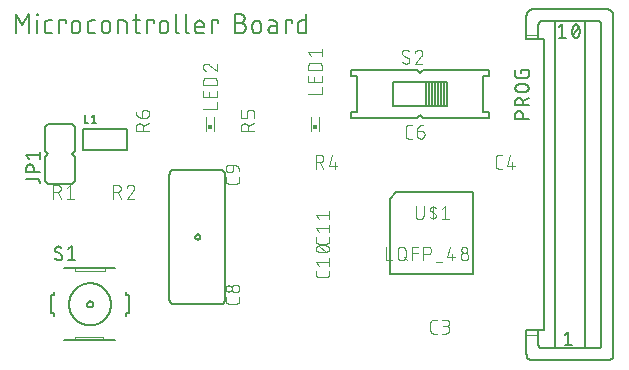
<source format=gbr>
G04 EAGLE Gerber RS-274X export*
G75*
%MOMM*%
%FSLAX34Y34*%
%LPD*%
%INSilkscreen Top*%
%IPPOS*%
%AMOC8*
5,1,8,0,0,1.08239X$1,22.5*%
G01*
%ADD10C,0.152400*%
%ADD11C,0.101600*%
%ADD12C,0.127000*%
%ADD13C,0.203200*%
%ADD14R,0.300000X0.300000*%
%ADD15C,0.050800*%


D10*
X254762Y610362D02*
X254762Y626618D01*
X260181Y617587D01*
X265599Y626618D01*
X265599Y610362D01*
X272686Y610362D02*
X272686Y621199D01*
X272234Y625715D02*
X272234Y626618D01*
X273137Y626618D01*
X273137Y625715D01*
X272234Y625715D01*
X281700Y610362D02*
X285312Y610362D01*
X281700Y610362D02*
X281599Y610364D01*
X281498Y610370D01*
X281397Y610379D01*
X281296Y610392D01*
X281196Y610409D01*
X281097Y610430D01*
X280999Y610454D01*
X280902Y610482D01*
X280805Y610514D01*
X280710Y610549D01*
X280617Y610588D01*
X280525Y610630D01*
X280434Y610676D01*
X280346Y610725D01*
X280259Y610777D01*
X280174Y610833D01*
X280091Y610891D01*
X280011Y610953D01*
X279933Y611018D01*
X279857Y611085D01*
X279784Y611155D01*
X279714Y611228D01*
X279647Y611304D01*
X279582Y611382D01*
X279520Y611462D01*
X279462Y611545D01*
X279406Y611630D01*
X279354Y611717D01*
X279305Y611805D01*
X279259Y611896D01*
X279217Y611988D01*
X279178Y612081D01*
X279143Y612176D01*
X279111Y612273D01*
X279083Y612370D01*
X279059Y612468D01*
X279038Y612567D01*
X279021Y612667D01*
X279008Y612768D01*
X278999Y612869D01*
X278993Y612970D01*
X278991Y613071D01*
X278991Y618490D01*
X278993Y618591D01*
X278999Y618692D01*
X279008Y618793D01*
X279021Y618894D01*
X279038Y618994D01*
X279059Y619093D01*
X279083Y619191D01*
X279111Y619288D01*
X279143Y619385D01*
X279178Y619480D01*
X279217Y619573D01*
X279259Y619665D01*
X279305Y619756D01*
X279354Y619845D01*
X279406Y619931D01*
X279462Y620016D01*
X279520Y620099D01*
X279582Y620179D01*
X279647Y620257D01*
X279714Y620333D01*
X279784Y620406D01*
X279857Y620476D01*
X279933Y620543D01*
X280011Y620608D01*
X280091Y620670D01*
X280174Y620728D01*
X280259Y620784D01*
X280346Y620836D01*
X280434Y620885D01*
X280525Y620931D01*
X280617Y620973D01*
X280710Y621012D01*
X280805Y621047D01*
X280902Y621079D01*
X280999Y621107D01*
X281097Y621131D01*
X281196Y621152D01*
X281296Y621169D01*
X281397Y621182D01*
X281498Y621191D01*
X281599Y621197D01*
X281700Y621199D01*
X285312Y621199D01*
X291563Y621199D02*
X291563Y610362D01*
X291563Y621199D02*
X296982Y621199D01*
X296982Y619393D01*
X301899Y617587D02*
X301899Y613974D01*
X301899Y617587D02*
X301901Y617706D01*
X301907Y617826D01*
X301917Y617945D01*
X301931Y618063D01*
X301948Y618182D01*
X301970Y618299D01*
X301995Y618416D01*
X302025Y618531D01*
X302058Y618646D01*
X302095Y618760D01*
X302135Y618872D01*
X302180Y618983D01*
X302228Y619092D01*
X302279Y619200D01*
X302334Y619306D01*
X302393Y619410D01*
X302455Y619512D01*
X302520Y619612D01*
X302589Y619710D01*
X302661Y619806D01*
X302736Y619899D01*
X302813Y619989D01*
X302894Y620077D01*
X302978Y620162D01*
X303065Y620244D01*
X303154Y620324D01*
X303246Y620400D01*
X303340Y620474D01*
X303437Y620544D01*
X303535Y620611D01*
X303636Y620675D01*
X303740Y620735D01*
X303845Y620792D01*
X303952Y620845D01*
X304060Y620895D01*
X304170Y620941D01*
X304282Y620983D01*
X304395Y621022D01*
X304509Y621057D01*
X304624Y621088D01*
X304741Y621116D01*
X304858Y621139D01*
X304975Y621159D01*
X305094Y621175D01*
X305213Y621187D01*
X305332Y621195D01*
X305451Y621199D01*
X305571Y621199D01*
X305690Y621195D01*
X305809Y621187D01*
X305928Y621175D01*
X306047Y621159D01*
X306164Y621139D01*
X306281Y621116D01*
X306398Y621088D01*
X306513Y621057D01*
X306627Y621022D01*
X306740Y620983D01*
X306852Y620941D01*
X306962Y620895D01*
X307070Y620845D01*
X307177Y620792D01*
X307282Y620735D01*
X307386Y620675D01*
X307487Y620611D01*
X307585Y620544D01*
X307682Y620474D01*
X307776Y620400D01*
X307868Y620324D01*
X307957Y620244D01*
X308044Y620162D01*
X308128Y620077D01*
X308209Y619989D01*
X308286Y619899D01*
X308361Y619806D01*
X308433Y619710D01*
X308502Y619612D01*
X308567Y619512D01*
X308629Y619410D01*
X308688Y619306D01*
X308743Y619200D01*
X308794Y619092D01*
X308842Y618983D01*
X308887Y618872D01*
X308927Y618760D01*
X308964Y618646D01*
X308997Y618531D01*
X309027Y618416D01*
X309052Y618299D01*
X309074Y618182D01*
X309091Y618063D01*
X309105Y617945D01*
X309115Y617826D01*
X309121Y617706D01*
X309123Y617587D01*
X309124Y617587D02*
X309124Y613974D01*
X309123Y613974D02*
X309121Y613855D01*
X309115Y613735D01*
X309105Y613616D01*
X309091Y613498D01*
X309074Y613379D01*
X309052Y613262D01*
X309027Y613145D01*
X308997Y613030D01*
X308964Y612915D01*
X308927Y612801D01*
X308887Y612689D01*
X308842Y612578D01*
X308794Y612469D01*
X308743Y612361D01*
X308688Y612255D01*
X308629Y612151D01*
X308567Y612049D01*
X308502Y611949D01*
X308433Y611851D01*
X308361Y611755D01*
X308286Y611662D01*
X308209Y611572D01*
X308128Y611484D01*
X308044Y611399D01*
X307957Y611317D01*
X307868Y611237D01*
X307776Y611161D01*
X307682Y611087D01*
X307585Y611017D01*
X307487Y610950D01*
X307386Y610886D01*
X307282Y610826D01*
X307177Y610769D01*
X307070Y610716D01*
X306962Y610666D01*
X306852Y610620D01*
X306740Y610578D01*
X306627Y610539D01*
X306513Y610504D01*
X306398Y610473D01*
X306281Y610445D01*
X306164Y610422D01*
X306047Y610402D01*
X305928Y610386D01*
X305809Y610374D01*
X305690Y610366D01*
X305571Y610362D01*
X305451Y610362D01*
X305332Y610366D01*
X305213Y610374D01*
X305094Y610386D01*
X304975Y610402D01*
X304858Y610422D01*
X304741Y610445D01*
X304624Y610473D01*
X304509Y610504D01*
X304395Y610539D01*
X304282Y610578D01*
X304170Y610620D01*
X304060Y610666D01*
X303952Y610716D01*
X303845Y610769D01*
X303740Y610826D01*
X303636Y610886D01*
X303535Y610950D01*
X303437Y611017D01*
X303340Y611087D01*
X303246Y611161D01*
X303154Y611237D01*
X303065Y611317D01*
X302978Y611399D01*
X302894Y611484D01*
X302813Y611572D01*
X302736Y611662D01*
X302661Y611755D01*
X302589Y611851D01*
X302520Y611949D01*
X302455Y612049D01*
X302393Y612151D01*
X302334Y612255D01*
X302279Y612361D01*
X302228Y612469D01*
X302180Y612578D01*
X302135Y612689D01*
X302095Y612801D01*
X302058Y612915D01*
X302025Y613030D01*
X301995Y613145D01*
X301970Y613262D01*
X301948Y613379D01*
X301931Y613498D01*
X301917Y613616D01*
X301907Y613735D01*
X301901Y613855D01*
X301899Y613974D01*
X318173Y610362D02*
X321785Y610362D01*
X318173Y610362D02*
X318072Y610364D01*
X317971Y610370D01*
X317870Y610379D01*
X317769Y610392D01*
X317669Y610409D01*
X317570Y610430D01*
X317472Y610454D01*
X317375Y610482D01*
X317278Y610514D01*
X317183Y610549D01*
X317090Y610588D01*
X316998Y610630D01*
X316907Y610676D01*
X316819Y610725D01*
X316732Y610777D01*
X316647Y610833D01*
X316564Y610891D01*
X316484Y610953D01*
X316406Y611018D01*
X316330Y611085D01*
X316257Y611155D01*
X316187Y611228D01*
X316120Y611304D01*
X316055Y611382D01*
X315993Y611462D01*
X315935Y611545D01*
X315879Y611630D01*
X315827Y611717D01*
X315778Y611805D01*
X315732Y611896D01*
X315690Y611988D01*
X315651Y612081D01*
X315616Y612176D01*
X315584Y612273D01*
X315556Y612370D01*
X315532Y612468D01*
X315511Y612567D01*
X315494Y612667D01*
X315481Y612768D01*
X315472Y612869D01*
X315466Y612970D01*
X315464Y613071D01*
X315463Y613071D02*
X315463Y618490D01*
X315464Y618490D02*
X315466Y618591D01*
X315472Y618692D01*
X315481Y618793D01*
X315494Y618894D01*
X315511Y618994D01*
X315532Y619093D01*
X315556Y619191D01*
X315584Y619288D01*
X315616Y619385D01*
X315651Y619480D01*
X315690Y619573D01*
X315732Y619665D01*
X315778Y619756D01*
X315827Y619845D01*
X315879Y619931D01*
X315935Y620016D01*
X315993Y620099D01*
X316055Y620179D01*
X316120Y620257D01*
X316187Y620333D01*
X316257Y620406D01*
X316330Y620476D01*
X316406Y620543D01*
X316484Y620608D01*
X316564Y620670D01*
X316647Y620728D01*
X316732Y620784D01*
X316819Y620836D01*
X316907Y620885D01*
X316998Y620931D01*
X317090Y620973D01*
X317183Y621012D01*
X317278Y621047D01*
X317375Y621079D01*
X317472Y621107D01*
X317570Y621131D01*
X317669Y621152D01*
X317769Y621169D01*
X317870Y621182D01*
X317971Y621191D01*
X318072Y621197D01*
X318173Y621199D01*
X321785Y621199D01*
X327430Y617587D02*
X327430Y613974D01*
X327430Y617587D02*
X327432Y617706D01*
X327438Y617826D01*
X327448Y617945D01*
X327462Y618063D01*
X327479Y618182D01*
X327501Y618299D01*
X327526Y618416D01*
X327556Y618531D01*
X327589Y618646D01*
X327626Y618760D01*
X327666Y618872D01*
X327711Y618983D01*
X327759Y619092D01*
X327810Y619200D01*
X327865Y619306D01*
X327924Y619410D01*
X327986Y619512D01*
X328051Y619612D01*
X328120Y619710D01*
X328192Y619806D01*
X328267Y619899D01*
X328344Y619989D01*
X328425Y620077D01*
X328509Y620162D01*
X328596Y620244D01*
X328685Y620324D01*
X328777Y620400D01*
X328871Y620474D01*
X328968Y620544D01*
X329066Y620611D01*
X329167Y620675D01*
X329271Y620735D01*
X329376Y620792D01*
X329483Y620845D01*
X329591Y620895D01*
X329701Y620941D01*
X329813Y620983D01*
X329926Y621022D01*
X330040Y621057D01*
X330155Y621088D01*
X330272Y621116D01*
X330389Y621139D01*
X330506Y621159D01*
X330625Y621175D01*
X330744Y621187D01*
X330863Y621195D01*
X330982Y621199D01*
X331102Y621199D01*
X331221Y621195D01*
X331340Y621187D01*
X331459Y621175D01*
X331578Y621159D01*
X331695Y621139D01*
X331812Y621116D01*
X331929Y621088D01*
X332044Y621057D01*
X332158Y621022D01*
X332271Y620983D01*
X332383Y620941D01*
X332493Y620895D01*
X332601Y620845D01*
X332708Y620792D01*
X332813Y620735D01*
X332917Y620675D01*
X333018Y620611D01*
X333116Y620544D01*
X333213Y620474D01*
X333307Y620400D01*
X333399Y620324D01*
X333488Y620244D01*
X333575Y620162D01*
X333659Y620077D01*
X333740Y619989D01*
X333817Y619899D01*
X333892Y619806D01*
X333964Y619710D01*
X334033Y619612D01*
X334098Y619512D01*
X334160Y619410D01*
X334219Y619306D01*
X334274Y619200D01*
X334325Y619092D01*
X334373Y618983D01*
X334418Y618872D01*
X334458Y618760D01*
X334495Y618646D01*
X334528Y618531D01*
X334558Y618416D01*
X334583Y618299D01*
X334605Y618182D01*
X334622Y618063D01*
X334636Y617945D01*
X334646Y617826D01*
X334652Y617706D01*
X334654Y617587D01*
X334655Y617587D02*
X334655Y613974D01*
X334654Y613974D02*
X334652Y613855D01*
X334646Y613735D01*
X334636Y613616D01*
X334622Y613498D01*
X334605Y613379D01*
X334583Y613262D01*
X334558Y613145D01*
X334528Y613030D01*
X334495Y612915D01*
X334458Y612801D01*
X334418Y612689D01*
X334373Y612578D01*
X334325Y612469D01*
X334274Y612361D01*
X334219Y612255D01*
X334160Y612151D01*
X334098Y612049D01*
X334033Y611949D01*
X333964Y611851D01*
X333892Y611755D01*
X333817Y611662D01*
X333740Y611572D01*
X333659Y611484D01*
X333575Y611399D01*
X333488Y611317D01*
X333399Y611237D01*
X333307Y611161D01*
X333213Y611087D01*
X333116Y611017D01*
X333018Y610950D01*
X332917Y610886D01*
X332813Y610826D01*
X332708Y610769D01*
X332601Y610716D01*
X332493Y610666D01*
X332383Y610620D01*
X332271Y610578D01*
X332158Y610539D01*
X332044Y610504D01*
X331929Y610473D01*
X331812Y610445D01*
X331695Y610422D01*
X331578Y610402D01*
X331459Y610386D01*
X331340Y610374D01*
X331221Y610366D01*
X331102Y610362D01*
X330982Y610362D01*
X330863Y610366D01*
X330744Y610374D01*
X330625Y610386D01*
X330506Y610402D01*
X330389Y610422D01*
X330272Y610445D01*
X330155Y610473D01*
X330040Y610504D01*
X329926Y610539D01*
X329813Y610578D01*
X329701Y610620D01*
X329591Y610666D01*
X329483Y610716D01*
X329376Y610769D01*
X329271Y610826D01*
X329167Y610886D01*
X329066Y610950D01*
X328968Y611017D01*
X328871Y611087D01*
X328777Y611161D01*
X328685Y611237D01*
X328596Y611317D01*
X328509Y611399D01*
X328425Y611484D01*
X328344Y611572D01*
X328267Y611662D01*
X328192Y611755D01*
X328120Y611851D01*
X328051Y611949D01*
X327986Y612049D01*
X327924Y612151D01*
X327865Y612255D01*
X327810Y612361D01*
X327759Y612469D01*
X327711Y612578D01*
X327666Y612689D01*
X327626Y612801D01*
X327589Y612915D01*
X327556Y613030D01*
X327526Y613145D01*
X327501Y613262D01*
X327479Y613379D01*
X327462Y613498D01*
X327448Y613616D01*
X327438Y613735D01*
X327432Y613855D01*
X327430Y613974D01*
X341498Y610362D02*
X341498Y621199D01*
X346013Y621199D01*
X346117Y621197D01*
X346220Y621191D01*
X346324Y621181D01*
X346427Y621167D01*
X346529Y621149D01*
X346630Y621128D01*
X346731Y621102D01*
X346830Y621073D01*
X346929Y621040D01*
X347026Y621003D01*
X347121Y620962D01*
X347215Y620918D01*
X347307Y620870D01*
X347397Y620819D01*
X347486Y620764D01*
X347572Y620706D01*
X347655Y620644D01*
X347737Y620580D01*
X347815Y620512D01*
X347891Y620442D01*
X347965Y620369D01*
X348035Y620292D01*
X348103Y620214D01*
X348167Y620132D01*
X348229Y620049D01*
X348287Y619963D01*
X348342Y619874D01*
X348393Y619784D01*
X348441Y619692D01*
X348485Y619598D01*
X348526Y619503D01*
X348563Y619406D01*
X348596Y619307D01*
X348625Y619208D01*
X348651Y619107D01*
X348672Y619006D01*
X348690Y618904D01*
X348704Y618801D01*
X348714Y618697D01*
X348720Y618594D01*
X348722Y618490D01*
X348723Y618490D02*
X348723Y610362D01*
X354269Y621199D02*
X359687Y621199D01*
X356075Y626618D02*
X356075Y613071D01*
X356077Y612970D01*
X356083Y612869D01*
X356092Y612768D01*
X356105Y612667D01*
X356122Y612567D01*
X356143Y612468D01*
X356167Y612370D01*
X356195Y612273D01*
X356227Y612176D01*
X356262Y612081D01*
X356301Y611988D01*
X356343Y611896D01*
X356389Y611805D01*
X356438Y611717D01*
X356490Y611630D01*
X356546Y611545D01*
X356604Y611462D01*
X356666Y611382D01*
X356731Y611304D01*
X356798Y611228D01*
X356868Y611155D01*
X356941Y611085D01*
X357017Y611018D01*
X357095Y610953D01*
X357175Y610891D01*
X357258Y610833D01*
X357343Y610777D01*
X357430Y610725D01*
X357518Y610676D01*
X357609Y610630D01*
X357701Y610588D01*
X357794Y610549D01*
X357889Y610514D01*
X357986Y610482D01*
X358083Y610454D01*
X358181Y610430D01*
X358280Y610409D01*
X358380Y610392D01*
X358481Y610379D01*
X358582Y610370D01*
X358683Y610364D01*
X358784Y610362D01*
X359687Y610362D01*
X366072Y610362D02*
X366072Y621199D01*
X371490Y621199D01*
X371490Y619393D01*
X376408Y617587D02*
X376408Y613974D01*
X376408Y617587D02*
X376410Y617706D01*
X376416Y617826D01*
X376426Y617945D01*
X376440Y618063D01*
X376457Y618182D01*
X376479Y618299D01*
X376504Y618416D01*
X376534Y618531D01*
X376567Y618646D01*
X376604Y618760D01*
X376644Y618872D01*
X376689Y618983D01*
X376737Y619092D01*
X376788Y619200D01*
X376843Y619306D01*
X376902Y619410D01*
X376964Y619512D01*
X377029Y619612D01*
X377098Y619710D01*
X377170Y619806D01*
X377245Y619899D01*
X377322Y619989D01*
X377403Y620077D01*
X377487Y620162D01*
X377574Y620244D01*
X377663Y620324D01*
X377755Y620400D01*
X377849Y620474D01*
X377946Y620544D01*
X378044Y620611D01*
X378145Y620675D01*
X378249Y620735D01*
X378354Y620792D01*
X378461Y620845D01*
X378569Y620895D01*
X378679Y620941D01*
X378791Y620983D01*
X378904Y621022D01*
X379018Y621057D01*
X379133Y621088D01*
X379250Y621116D01*
X379367Y621139D01*
X379484Y621159D01*
X379603Y621175D01*
X379722Y621187D01*
X379841Y621195D01*
X379960Y621199D01*
X380080Y621199D01*
X380199Y621195D01*
X380318Y621187D01*
X380437Y621175D01*
X380556Y621159D01*
X380673Y621139D01*
X380790Y621116D01*
X380907Y621088D01*
X381022Y621057D01*
X381136Y621022D01*
X381249Y620983D01*
X381361Y620941D01*
X381471Y620895D01*
X381579Y620845D01*
X381686Y620792D01*
X381791Y620735D01*
X381895Y620675D01*
X381996Y620611D01*
X382094Y620544D01*
X382191Y620474D01*
X382285Y620400D01*
X382377Y620324D01*
X382466Y620244D01*
X382553Y620162D01*
X382637Y620077D01*
X382718Y619989D01*
X382795Y619899D01*
X382870Y619806D01*
X382942Y619710D01*
X383011Y619612D01*
X383076Y619512D01*
X383138Y619410D01*
X383197Y619306D01*
X383252Y619200D01*
X383303Y619092D01*
X383351Y618983D01*
X383396Y618872D01*
X383436Y618760D01*
X383473Y618646D01*
X383506Y618531D01*
X383536Y618416D01*
X383561Y618299D01*
X383583Y618182D01*
X383600Y618063D01*
X383614Y617945D01*
X383624Y617826D01*
X383630Y617706D01*
X383632Y617587D01*
X383632Y613974D01*
X383630Y613855D01*
X383624Y613735D01*
X383614Y613616D01*
X383600Y613498D01*
X383583Y613379D01*
X383561Y613262D01*
X383536Y613145D01*
X383506Y613030D01*
X383473Y612915D01*
X383436Y612801D01*
X383396Y612689D01*
X383351Y612578D01*
X383303Y612469D01*
X383252Y612361D01*
X383197Y612255D01*
X383138Y612151D01*
X383076Y612049D01*
X383011Y611949D01*
X382942Y611851D01*
X382870Y611755D01*
X382795Y611662D01*
X382718Y611572D01*
X382637Y611484D01*
X382553Y611399D01*
X382466Y611317D01*
X382377Y611237D01*
X382285Y611161D01*
X382191Y611087D01*
X382094Y611017D01*
X381996Y610950D01*
X381895Y610886D01*
X381791Y610826D01*
X381686Y610769D01*
X381579Y610716D01*
X381471Y610666D01*
X381361Y610620D01*
X381249Y610578D01*
X381136Y610539D01*
X381022Y610504D01*
X380907Y610473D01*
X380790Y610445D01*
X380673Y610422D01*
X380556Y610402D01*
X380437Y610386D01*
X380318Y610374D01*
X380199Y610366D01*
X380080Y610362D01*
X379960Y610362D01*
X379841Y610366D01*
X379722Y610374D01*
X379603Y610386D01*
X379484Y610402D01*
X379367Y610422D01*
X379250Y610445D01*
X379133Y610473D01*
X379018Y610504D01*
X378904Y610539D01*
X378791Y610578D01*
X378679Y610620D01*
X378569Y610666D01*
X378461Y610716D01*
X378354Y610769D01*
X378249Y610826D01*
X378145Y610886D01*
X378044Y610950D01*
X377946Y611017D01*
X377849Y611087D01*
X377755Y611161D01*
X377663Y611237D01*
X377574Y611317D01*
X377487Y611399D01*
X377403Y611484D01*
X377322Y611572D01*
X377245Y611662D01*
X377170Y611755D01*
X377098Y611851D01*
X377029Y611949D01*
X376964Y612049D01*
X376902Y612151D01*
X376843Y612255D01*
X376788Y612361D01*
X376737Y612469D01*
X376689Y612578D01*
X376644Y612689D01*
X376604Y612801D01*
X376567Y612915D01*
X376534Y613030D01*
X376504Y613145D01*
X376479Y613262D01*
X376457Y613379D01*
X376440Y613498D01*
X376426Y613616D01*
X376416Y613735D01*
X376410Y613855D01*
X376408Y613974D01*
X390192Y613071D02*
X390192Y626618D01*
X390192Y613071D02*
X390194Y612970D01*
X390200Y612869D01*
X390209Y612768D01*
X390222Y612667D01*
X390239Y612567D01*
X390260Y612468D01*
X390284Y612370D01*
X390312Y612273D01*
X390344Y612176D01*
X390379Y612081D01*
X390418Y611988D01*
X390460Y611896D01*
X390506Y611805D01*
X390555Y611717D01*
X390607Y611630D01*
X390663Y611545D01*
X390721Y611462D01*
X390783Y611382D01*
X390848Y611304D01*
X390915Y611228D01*
X390985Y611155D01*
X391058Y611085D01*
X391134Y611018D01*
X391212Y610953D01*
X391292Y610891D01*
X391375Y610833D01*
X391460Y610777D01*
X391547Y610725D01*
X391635Y610676D01*
X391726Y610630D01*
X391818Y610588D01*
X391911Y610549D01*
X392006Y610514D01*
X392103Y610482D01*
X392200Y610454D01*
X392298Y610430D01*
X392397Y610409D01*
X392497Y610392D01*
X392598Y610379D01*
X392699Y610370D01*
X392800Y610364D01*
X392901Y610362D01*
X398528Y613071D02*
X398528Y626618D01*
X398529Y613071D02*
X398531Y612970D01*
X398537Y612869D01*
X398546Y612768D01*
X398559Y612667D01*
X398576Y612567D01*
X398597Y612468D01*
X398621Y612370D01*
X398649Y612273D01*
X398681Y612176D01*
X398716Y612081D01*
X398755Y611988D01*
X398797Y611896D01*
X398843Y611805D01*
X398892Y611717D01*
X398944Y611630D01*
X399000Y611545D01*
X399058Y611462D01*
X399120Y611382D01*
X399185Y611304D01*
X399252Y611228D01*
X399322Y611155D01*
X399395Y611085D01*
X399471Y611018D01*
X399549Y610953D01*
X399629Y610891D01*
X399712Y610833D01*
X399797Y610777D01*
X399884Y610725D01*
X399972Y610676D01*
X400063Y610630D01*
X400155Y610588D01*
X400248Y610549D01*
X400343Y610514D01*
X400440Y610482D01*
X400537Y610454D01*
X400635Y610430D01*
X400734Y610409D01*
X400834Y610392D01*
X400935Y610379D01*
X401036Y610370D01*
X401137Y610364D01*
X401238Y610362D01*
X409337Y610362D02*
X413853Y610362D01*
X409337Y610362D02*
X409236Y610364D01*
X409135Y610370D01*
X409034Y610379D01*
X408933Y610392D01*
X408833Y610409D01*
X408734Y610430D01*
X408636Y610454D01*
X408539Y610482D01*
X408442Y610514D01*
X408347Y610549D01*
X408254Y610588D01*
X408162Y610630D01*
X408071Y610676D01*
X407983Y610725D01*
X407896Y610777D01*
X407811Y610833D01*
X407728Y610891D01*
X407648Y610953D01*
X407570Y611018D01*
X407494Y611085D01*
X407421Y611155D01*
X407351Y611228D01*
X407284Y611304D01*
X407219Y611382D01*
X407157Y611462D01*
X407099Y611545D01*
X407043Y611630D01*
X406991Y611717D01*
X406942Y611805D01*
X406896Y611896D01*
X406854Y611988D01*
X406815Y612081D01*
X406780Y612176D01*
X406748Y612273D01*
X406720Y612370D01*
X406696Y612468D01*
X406675Y612567D01*
X406658Y612667D01*
X406645Y612768D01*
X406636Y612869D01*
X406630Y612970D01*
X406628Y613071D01*
X406628Y617587D01*
X406630Y617706D01*
X406636Y617826D01*
X406646Y617945D01*
X406660Y618063D01*
X406677Y618182D01*
X406699Y618299D01*
X406724Y618416D01*
X406754Y618531D01*
X406787Y618646D01*
X406824Y618760D01*
X406864Y618872D01*
X406909Y618983D01*
X406957Y619092D01*
X407008Y619200D01*
X407063Y619306D01*
X407122Y619410D01*
X407184Y619512D01*
X407249Y619612D01*
X407318Y619710D01*
X407390Y619806D01*
X407465Y619899D01*
X407542Y619989D01*
X407623Y620077D01*
X407707Y620162D01*
X407794Y620244D01*
X407883Y620324D01*
X407975Y620400D01*
X408069Y620474D01*
X408166Y620544D01*
X408264Y620611D01*
X408365Y620675D01*
X408469Y620735D01*
X408574Y620792D01*
X408681Y620845D01*
X408789Y620895D01*
X408899Y620941D01*
X409011Y620983D01*
X409124Y621022D01*
X409238Y621057D01*
X409353Y621088D01*
X409470Y621116D01*
X409587Y621139D01*
X409704Y621159D01*
X409823Y621175D01*
X409942Y621187D01*
X410061Y621195D01*
X410180Y621199D01*
X410300Y621199D01*
X410419Y621195D01*
X410538Y621187D01*
X410657Y621175D01*
X410776Y621159D01*
X410893Y621139D01*
X411010Y621116D01*
X411127Y621088D01*
X411242Y621057D01*
X411356Y621022D01*
X411469Y620983D01*
X411581Y620941D01*
X411691Y620895D01*
X411799Y620845D01*
X411906Y620792D01*
X412011Y620735D01*
X412115Y620675D01*
X412216Y620611D01*
X412314Y620544D01*
X412411Y620474D01*
X412505Y620400D01*
X412597Y620324D01*
X412686Y620244D01*
X412773Y620162D01*
X412857Y620077D01*
X412938Y619989D01*
X413015Y619899D01*
X413090Y619806D01*
X413162Y619710D01*
X413231Y619612D01*
X413296Y619512D01*
X413358Y619410D01*
X413417Y619306D01*
X413472Y619200D01*
X413523Y619092D01*
X413571Y618983D01*
X413616Y618872D01*
X413656Y618760D01*
X413693Y618646D01*
X413726Y618531D01*
X413756Y618416D01*
X413781Y618299D01*
X413803Y618182D01*
X413820Y618063D01*
X413834Y617945D01*
X413844Y617826D01*
X413850Y617706D01*
X413852Y617587D01*
X413853Y617587D02*
X413853Y615781D01*
X406628Y615781D01*
X420781Y610362D02*
X420781Y621199D01*
X426200Y621199D01*
X426200Y619393D01*
X440325Y619393D02*
X444840Y619393D01*
X444840Y619394D02*
X444973Y619392D01*
X445105Y619386D01*
X445237Y619376D01*
X445369Y619363D01*
X445501Y619345D01*
X445631Y619324D01*
X445762Y619299D01*
X445891Y619270D01*
X446019Y619237D01*
X446147Y619201D01*
X446273Y619161D01*
X446398Y619117D01*
X446522Y619069D01*
X446644Y619018D01*
X446765Y618963D01*
X446884Y618905D01*
X447002Y618843D01*
X447117Y618778D01*
X447231Y618709D01*
X447342Y618638D01*
X447451Y618562D01*
X447558Y618484D01*
X447663Y618403D01*
X447765Y618318D01*
X447865Y618231D01*
X447962Y618141D01*
X448057Y618048D01*
X448148Y617952D01*
X448237Y617854D01*
X448323Y617753D01*
X448406Y617649D01*
X448486Y617543D01*
X448562Y617435D01*
X448636Y617325D01*
X448706Y617212D01*
X448773Y617098D01*
X448836Y616981D01*
X448896Y616863D01*
X448953Y616743D01*
X449006Y616621D01*
X449055Y616498D01*
X449101Y616374D01*
X449143Y616248D01*
X449181Y616121D01*
X449216Y615993D01*
X449247Y615864D01*
X449274Y615735D01*
X449297Y615604D01*
X449317Y615473D01*
X449332Y615341D01*
X449344Y615209D01*
X449352Y615077D01*
X449356Y614944D01*
X449356Y614812D01*
X449352Y614679D01*
X449344Y614547D01*
X449332Y614415D01*
X449317Y614283D01*
X449297Y614152D01*
X449274Y614021D01*
X449247Y613892D01*
X449216Y613763D01*
X449181Y613635D01*
X449143Y613508D01*
X449101Y613382D01*
X449055Y613258D01*
X449006Y613135D01*
X448953Y613013D01*
X448896Y612893D01*
X448836Y612775D01*
X448773Y612658D01*
X448706Y612544D01*
X448636Y612431D01*
X448562Y612321D01*
X448486Y612213D01*
X448406Y612107D01*
X448323Y612003D01*
X448237Y611902D01*
X448148Y611804D01*
X448057Y611708D01*
X447962Y611615D01*
X447865Y611525D01*
X447765Y611438D01*
X447663Y611353D01*
X447558Y611272D01*
X447451Y611194D01*
X447342Y611118D01*
X447231Y611047D01*
X447117Y610978D01*
X447002Y610913D01*
X446884Y610851D01*
X446765Y610793D01*
X446644Y610738D01*
X446522Y610687D01*
X446398Y610639D01*
X446273Y610595D01*
X446147Y610555D01*
X446019Y610519D01*
X445891Y610486D01*
X445762Y610457D01*
X445631Y610432D01*
X445501Y610411D01*
X445369Y610393D01*
X445237Y610380D01*
X445105Y610370D01*
X444973Y610364D01*
X444840Y610362D01*
X440325Y610362D01*
X440325Y626618D01*
X444840Y626618D01*
X444959Y626616D01*
X445079Y626610D01*
X445198Y626600D01*
X445316Y626586D01*
X445435Y626569D01*
X445552Y626547D01*
X445669Y626522D01*
X445784Y626492D01*
X445899Y626459D01*
X446013Y626422D01*
X446125Y626382D01*
X446236Y626337D01*
X446345Y626289D01*
X446453Y626238D01*
X446559Y626183D01*
X446663Y626124D01*
X446765Y626062D01*
X446865Y625997D01*
X446963Y625928D01*
X447059Y625856D01*
X447152Y625781D01*
X447242Y625704D01*
X447330Y625623D01*
X447415Y625539D01*
X447497Y625452D01*
X447577Y625363D01*
X447653Y625271D01*
X447727Y625177D01*
X447797Y625080D01*
X447864Y624982D01*
X447928Y624881D01*
X447988Y624777D01*
X448045Y624672D01*
X448098Y624565D01*
X448148Y624457D01*
X448194Y624347D01*
X448236Y624235D01*
X448275Y624122D01*
X448310Y624008D01*
X448341Y623893D01*
X448369Y623776D01*
X448392Y623659D01*
X448412Y623542D01*
X448428Y623423D01*
X448440Y623304D01*
X448448Y623185D01*
X448452Y623066D01*
X448452Y622946D01*
X448448Y622827D01*
X448440Y622708D01*
X448428Y622589D01*
X448412Y622470D01*
X448392Y622353D01*
X448369Y622236D01*
X448341Y622119D01*
X448310Y622004D01*
X448275Y621890D01*
X448236Y621777D01*
X448194Y621665D01*
X448148Y621555D01*
X448098Y621447D01*
X448045Y621340D01*
X447988Y621235D01*
X447928Y621131D01*
X447864Y621030D01*
X447797Y620932D01*
X447727Y620835D01*
X447653Y620741D01*
X447577Y620649D01*
X447497Y620560D01*
X447415Y620473D01*
X447330Y620389D01*
X447242Y620308D01*
X447152Y620231D01*
X447059Y620156D01*
X446963Y620084D01*
X446865Y620015D01*
X446765Y619950D01*
X446663Y619888D01*
X446559Y619829D01*
X446453Y619774D01*
X446345Y619723D01*
X446236Y619675D01*
X446125Y619630D01*
X446013Y619590D01*
X445899Y619553D01*
X445784Y619520D01*
X445669Y619490D01*
X445552Y619465D01*
X445435Y619443D01*
X445316Y619426D01*
X445198Y619412D01*
X445079Y619402D01*
X444959Y619396D01*
X444840Y619394D01*
X455085Y617587D02*
X455085Y613974D01*
X455085Y617587D02*
X455087Y617706D01*
X455093Y617826D01*
X455103Y617945D01*
X455117Y618063D01*
X455134Y618182D01*
X455156Y618299D01*
X455181Y618416D01*
X455211Y618531D01*
X455244Y618646D01*
X455281Y618760D01*
X455321Y618872D01*
X455366Y618983D01*
X455414Y619092D01*
X455465Y619200D01*
X455520Y619306D01*
X455579Y619410D01*
X455641Y619512D01*
X455706Y619612D01*
X455775Y619710D01*
X455847Y619806D01*
X455922Y619899D01*
X455999Y619989D01*
X456080Y620077D01*
X456164Y620162D01*
X456251Y620244D01*
X456340Y620324D01*
X456432Y620400D01*
X456526Y620474D01*
X456623Y620544D01*
X456721Y620611D01*
X456822Y620675D01*
X456926Y620735D01*
X457031Y620792D01*
X457138Y620845D01*
X457246Y620895D01*
X457356Y620941D01*
X457468Y620983D01*
X457581Y621022D01*
X457695Y621057D01*
X457810Y621088D01*
X457927Y621116D01*
X458044Y621139D01*
X458161Y621159D01*
X458280Y621175D01*
X458399Y621187D01*
X458518Y621195D01*
X458637Y621199D01*
X458757Y621199D01*
X458876Y621195D01*
X458995Y621187D01*
X459114Y621175D01*
X459233Y621159D01*
X459350Y621139D01*
X459467Y621116D01*
X459584Y621088D01*
X459699Y621057D01*
X459813Y621022D01*
X459926Y620983D01*
X460038Y620941D01*
X460148Y620895D01*
X460256Y620845D01*
X460363Y620792D01*
X460468Y620735D01*
X460572Y620675D01*
X460673Y620611D01*
X460771Y620544D01*
X460868Y620474D01*
X460962Y620400D01*
X461054Y620324D01*
X461143Y620244D01*
X461230Y620162D01*
X461314Y620077D01*
X461395Y619989D01*
X461472Y619899D01*
X461547Y619806D01*
X461619Y619710D01*
X461688Y619612D01*
X461753Y619512D01*
X461815Y619410D01*
X461874Y619306D01*
X461929Y619200D01*
X461980Y619092D01*
X462028Y618983D01*
X462073Y618872D01*
X462113Y618760D01*
X462150Y618646D01*
X462183Y618531D01*
X462213Y618416D01*
X462238Y618299D01*
X462260Y618182D01*
X462277Y618063D01*
X462291Y617945D01*
X462301Y617826D01*
X462307Y617706D01*
X462309Y617587D01*
X462310Y617587D02*
X462310Y613974D01*
X462309Y613974D02*
X462307Y613855D01*
X462301Y613735D01*
X462291Y613616D01*
X462277Y613498D01*
X462260Y613379D01*
X462238Y613262D01*
X462213Y613145D01*
X462183Y613030D01*
X462150Y612915D01*
X462113Y612801D01*
X462073Y612689D01*
X462028Y612578D01*
X461980Y612469D01*
X461929Y612361D01*
X461874Y612255D01*
X461815Y612151D01*
X461753Y612049D01*
X461688Y611949D01*
X461619Y611851D01*
X461547Y611755D01*
X461472Y611662D01*
X461395Y611572D01*
X461314Y611484D01*
X461230Y611399D01*
X461143Y611317D01*
X461054Y611237D01*
X460962Y611161D01*
X460868Y611087D01*
X460771Y611017D01*
X460673Y610950D01*
X460572Y610886D01*
X460468Y610826D01*
X460363Y610769D01*
X460256Y610716D01*
X460148Y610666D01*
X460038Y610620D01*
X459926Y610578D01*
X459813Y610539D01*
X459699Y610504D01*
X459584Y610473D01*
X459467Y610445D01*
X459350Y610422D01*
X459233Y610402D01*
X459114Y610386D01*
X458995Y610374D01*
X458876Y610366D01*
X458757Y610362D01*
X458637Y610362D01*
X458518Y610366D01*
X458399Y610374D01*
X458280Y610386D01*
X458161Y610402D01*
X458044Y610422D01*
X457927Y610445D01*
X457810Y610473D01*
X457695Y610504D01*
X457581Y610539D01*
X457468Y610578D01*
X457356Y610620D01*
X457246Y610666D01*
X457138Y610716D01*
X457031Y610769D01*
X456926Y610826D01*
X456822Y610886D01*
X456721Y610950D01*
X456623Y611017D01*
X456526Y611087D01*
X456432Y611161D01*
X456340Y611237D01*
X456251Y611317D01*
X456164Y611399D01*
X456080Y611484D01*
X455999Y611572D01*
X455922Y611662D01*
X455847Y611755D01*
X455775Y611851D01*
X455706Y611949D01*
X455641Y612049D01*
X455579Y612151D01*
X455520Y612255D01*
X455465Y612361D01*
X455414Y612469D01*
X455366Y612578D01*
X455321Y612689D01*
X455281Y612801D01*
X455244Y612915D01*
X455211Y613030D01*
X455181Y613145D01*
X455156Y613262D01*
X455134Y613379D01*
X455117Y613498D01*
X455103Y613616D01*
X455093Y613735D01*
X455087Y613855D01*
X455085Y613974D01*
X471719Y616684D02*
X475783Y616684D01*
X471719Y616684D02*
X471607Y616682D01*
X471496Y616676D01*
X471385Y616666D01*
X471274Y616653D01*
X471164Y616635D01*
X471055Y616613D01*
X470946Y616588D01*
X470838Y616559D01*
X470732Y616526D01*
X470626Y616489D01*
X470522Y616449D01*
X470420Y616405D01*
X470319Y616357D01*
X470220Y616306D01*
X470122Y616251D01*
X470027Y616193D01*
X469934Y616132D01*
X469843Y616067D01*
X469754Y615999D01*
X469668Y615928D01*
X469585Y615855D01*
X469504Y615778D01*
X469425Y615698D01*
X469350Y615616D01*
X469278Y615531D01*
X469208Y615444D01*
X469142Y615354D01*
X469079Y615262D01*
X469019Y615167D01*
X468963Y615071D01*
X468910Y614973D01*
X468861Y614873D01*
X468815Y614771D01*
X468773Y614668D01*
X468734Y614563D01*
X468699Y614457D01*
X468668Y614350D01*
X468641Y614242D01*
X468617Y614133D01*
X468598Y614023D01*
X468582Y613913D01*
X468570Y613802D01*
X468562Y613690D01*
X468558Y613579D01*
X468558Y613467D01*
X468562Y613356D01*
X468570Y613244D01*
X468582Y613133D01*
X468598Y613023D01*
X468617Y612913D01*
X468641Y612804D01*
X468668Y612696D01*
X468699Y612589D01*
X468734Y612483D01*
X468773Y612378D01*
X468815Y612275D01*
X468861Y612173D01*
X468910Y612073D01*
X468963Y611975D01*
X469019Y611879D01*
X469079Y611784D01*
X469142Y611692D01*
X469208Y611602D01*
X469278Y611515D01*
X469350Y611430D01*
X469425Y611348D01*
X469504Y611268D01*
X469585Y611191D01*
X469668Y611118D01*
X469754Y611047D01*
X469843Y610979D01*
X469934Y610914D01*
X470027Y610853D01*
X470122Y610795D01*
X470220Y610740D01*
X470319Y610689D01*
X470420Y610641D01*
X470522Y610597D01*
X470626Y610557D01*
X470732Y610520D01*
X470838Y610487D01*
X470946Y610458D01*
X471055Y610433D01*
X471164Y610411D01*
X471274Y610393D01*
X471385Y610380D01*
X471496Y610370D01*
X471607Y610364D01*
X471719Y610362D01*
X475783Y610362D01*
X475783Y618490D01*
X475781Y618591D01*
X475775Y618692D01*
X475766Y618793D01*
X475753Y618894D01*
X475736Y618994D01*
X475715Y619093D01*
X475691Y619191D01*
X475663Y619288D01*
X475631Y619385D01*
X475596Y619480D01*
X475557Y619573D01*
X475515Y619665D01*
X475469Y619756D01*
X475420Y619845D01*
X475368Y619931D01*
X475312Y620016D01*
X475254Y620099D01*
X475192Y620179D01*
X475127Y620257D01*
X475060Y620333D01*
X474990Y620406D01*
X474917Y620476D01*
X474841Y620543D01*
X474763Y620608D01*
X474683Y620670D01*
X474600Y620728D01*
X474515Y620784D01*
X474429Y620836D01*
X474340Y620885D01*
X474249Y620931D01*
X474157Y620973D01*
X474064Y621012D01*
X473969Y621047D01*
X473872Y621079D01*
X473775Y621107D01*
X473677Y621131D01*
X473578Y621152D01*
X473478Y621169D01*
X473377Y621182D01*
X473276Y621191D01*
X473175Y621197D01*
X473074Y621199D01*
X469462Y621199D01*
X483306Y621199D02*
X483306Y610362D01*
X483306Y621199D02*
X488724Y621199D01*
X488724Y619393D01*
X500793Y626618D02*
X500793Y610362D01*
X496278Y610362D01*
X496177Y610364D01*
X496076Y610370D01*
X495975Y610379D01*
X495874Y610392D01*
X495774Y610409D01*
X495675Y610430D01*
X495577Y610454D01*
X495480Y610482D01*
X495383Y610514D01*
X495288Y610549D01*
X495195Y610588D01*
X495103Y610630D01*
X495012Y610676D01*
X494924Y610725D01*
X494837Y610777D01*
X494752Y610833D01*
X494669Y610891D01*
X494589Y610953D01*
X494511Y611018D01*
X494435Y611085D01*
X494362Y611155D01*
X494292Y611228D01*
X494225Y611304D01*
X494160Y611382D01*
X494098Y611462D01*
X494040Y611545D01*
X493984Y611630D01*
X493932Y611717D01*
X493883Y611805D01*
X493837Y611896D01*
X493795Y611988D01*
X493756Y612081D01*
X493721Y612176D01*
X493689Y612273D01*
X493661Y612370D01*
X493637Y612468D01*
X493616Y612567D01*
X493599Y612667D01*
X493586Y612768D01*
X493577Y612869D01*
X493571Y612970D01*
X493569Y613071D01*
X493568Y613071D02*
X493568Y618490D01*
X493569Y618490D02*
X493571Y618591D01*
X493577Y618692D01*
X493586Y618793D01*
X493599Y618894D01*
X493616Y618994D01*
X493637Y619093D01*
X493661Y619191D01*
X493689Y619288D01*
X493721Y619385D01*
X493756Y619480D01*
X493795Y619573D01*
X493837Y619665D01*
X493883Y619756D01*
X493932Y619845D01*
X493984Y619931D01*
X494040Y620016D01*
X494098Y620099D01*
X494160Y620179D01*
X494225Y620257D01*
X494292Y620333D01*
X494362Y620406D01*
X494435Y620476D01*
X494511Y620543D01*
X494589Y620608D01*
X494669Y620670D01*
X494752Y620728D01*
X494837Y620784D01*
X494924Y620836D01*
X495012Y620885D01*
X495103Y620931D01*
X495195Y620973D01*
X495288Y621012D01*
X495383Y621047D01*
X495480Y621079D01*
X495577Y621107D01*
X495675Y621131D01*
X495774Y621152D01*
X495874Y621169D01*
X495975Y621182D01*
X496076Y621191D01*
X496177Y621197D01*
X496278Y621199D01*
X500793Y621199D01*
D11*
X520192Y409006D02*
X520192Y406409D01*
X520190Y406310D01*
X520184Y406210D01*
X520175Y406111D01*
X520162Y406013D01*
X520145Y405915D01*
X520124Y405817D01*
X520099Y405721D01*
X520071Y405626D01*
X520039Y405532D01*
X520004Y405439D01*
X519965Y405347D01*
X519922Y405257D01*
X519877Y405169D01*
X519827Y405082D01*
X519775Y404998D01*
X519719Y404915D01*
X519661Y404835D01*
X519599Y404757D01*
X519534Y404682D01*
X519466Y404609D01*
X519396Y404539D01*
X519323Y404471D01*
X519248Y404406D01*
X519170Y404344D01*
X519090Y404286D01*
X519007Y404230D01*
X518923Y404178D01*
X518836Y404128D01*
X518748Y404083D01*
X518658Y404040D01*
X518566Y404001D01*
X518473Y403966D01*
X518379Y403934D01*
X518284Y403906D01*
X518188Y403881D01*
X518090Y403860D01*
X517992Y403843D01*
X517894Y403830D01*
X517795Y403821D01*
X517695Y403815D01*
X517596Y403813D01*
X511104Y403813D01*
X511104Y403812D02*
X511005Y403814D01*
X510905Y403820D01*
X510806Y403829D01*
X510708Y403842D01*
X510610Y403860D01*
X510512Y403880D01*
X510416Y403905D01*
X510320Y403933D01*
X510226Y403965D01*
X510133Y404000D01*
X510042Y404039D01*
X509952Y404082D01*
X509863Y404127D01*
X509777Y404177D01*
X509692Y404229D01*
X509610Y404285D01*
X509530Y404344D01*
X509452Y404405D01*
X509376Y404470D01*
X509303Y404538D01*
X509233Y404608D01*
X509165Y404681D01*
X509100Y404757D01*
X509039Y404835D01*
X508980Y404915D01*
X508924Y404997D01*
X508872Y405082D01*
X508823Y405168D01*
X508777Y405257D01*
X508734Y405347D01*
X508695Y405438D01*
X508660Y405531D01*
X508628Y405625D01*
X508600Y405721D01*
X508575Y405817D01*
X508555Y405915D01*
X508537Y406013D01*
X508524Y406111D01*
X508515Y406210D01*
X508509Y406309D01*
X508507Y406409D01*
X508508Y406409D02*
X508508Y409006D01*
X511104Y413371D02*
X508508Y416616D01*
X520192Y416616D01*
X520192Y413371D02*
X520192Y419862D01*
X514350Y424801D02*
X514120Y424804D01*
X513890Y424812D01*
X513661Y424826D01*
X513432Y424845D01*
X513203Y424870D01*
X512975Y424900D01*
X512748Y424935D01*
X512522Y424976D01*
X512297Y425022D01*
X512073Y425074D01*
X511850Y425131D01*
X511629Y425193D01*
X511409Y425261D01*
X511191Y425334D01*
X510975Y425412D01*
X510761Y425495D01*
X510549Y425583D01*
X510338Y425676D01*
X510131Y425775D01*
X510131Y425774D02*
X510041Y425807D01*
X509952Y425843D01*
X509864Y425883D01*
X509779Y425927D01*
X509695Y425974D01*
X509613Y426024D01*
X509533Y426078D01*
X509456Y426134D01*
X509380Y426194D01*
X509307Y426257D01*
X509237Y426322D01*
X509169Y426391D01*
X509105Y426462D01*
X509043Y426535D01*
X508984Y426611D01*
X508928Y426689D01*
X508875Y426770D01*
X508826Y426852D01*
X508780Y426936D01*
X508737Y427023D01*
X508698Y427110D01*
X508662Y427200D01*
X508630Y427290D01*
X508602Y427382D01*
X508577Y427475D01*
X508556Y427569D01*
X508539Y427663D01*
X508525Y427758D01*
X508516Y427854D01*
X508510Y427950D01*
X508508Y428046D01*
X508510Y428142D01*
X508516Y428238D01*
X508525Y428334D01*
X508539Y428429D01*
X508556Y428523D01*
X508577Y428617D01*
X508602Y428710D01*
X508630Y428802D01*
X508662Y428892D01*
X508698Y428982D01*
X508737Y429070D01*
X508780Y429156D01*
X508826Y429240D01*
X508875Y429322D01*
X508928Y429403D01*
X508984Y429481D01*
X509043Y429557D01*
X509105Y429630D01*
X509169Y429701D01*
X509237Y429770D01*
X509307Y429835D01*
X509380Y429898D01*
X509456Y429958D01*
X509533Y430014D01*
X509613Y430068D01*
X509695Y430118D01*
X509779Y430165D01*
X509864Y430209D01*
X509952Y430249D01*
X510041Y430285D01*
X510131Y430318D01*
X510338Y430417D01*
X510549Y430510D01*
X510761Y430598D01*
X510975Y430681D01*
X511191Y430759D01*
X511409Y430832D01*
X511629Y430900D01*
X511850Y430962D01*
X512073Y431019D01*
X512297Y431071D01*
X512522Y431117D01*
X512748Y431158D01*
X512975Y431193D01*
X513203Y431223D01*
X513432Y431248D01*
X513661Y431267D01*
X513890Y431281D01*
X514120Y431289D01*
X514350Y431292D01*
X514350Y424801D02*
X514580Y424804D01*
X514810Y424812D01*
X515039Y424826D01*
X515268Y424845D01*
X515497Y424870D01*
X515725Y424900D01*
X515952Y424935D01*
X516178Y424976D01*
X516403Y425022D01*
X516627Y425074D01*
X516850Y425131D01*
X517071Y425193D01*
X517291Y425261D01*
X517509Y425334D01*
X517725Y425412D01*
X517939Y425495D01*
X518151Y425583D01*
X518362Y425676D01*
X518569Y425775D01*
X518569Y425774D02*
X518659Y425807D01*
X518748Y425843D01*
X518836Y425884D01*
X518921Y425927D01*
X519005Y425974D01*
X519087Y426024D01*
X519167Y426078D01*
X519244Y426134D01*
X519320Y426194D01*
X519393Y426257D01*
X519463Y426322D01*
X519531Y426391D01*
X519595Y426462D01*
X519657Y426535D01*
X519716Y426611D01*
X519772Y426689D01*
X519825Y426770D01*
X519874Y426852D01*
X519920Y426936D01*
X519963Y427023D01*
X520002Y427110D01*
X520038Y427200D01*
X520070Y427290D01*
X520098Y427382D01*
X520123Y427475D01*
X520144Y427569D01*
X520161Y427663D01*
X520175Y427758D01*
X520184Y427854D01*
X520190Y427950D01*
X520192Y428046D01*
X518569Y430318D02*
X518362Y430417D01*
X518151Y430510D01*
X517939Y430598D01*
X517725Y430681D01*
X517509Y430759D01*
X517291Y430832D01*
X517071Y430900D01*
X516850Y430962D01*
X516627Y431019D01*
X516403Y431071D01*
X516178Y431117D01*
X515952Y431158D01*
X515725Y431193D01*
X515497Y431223D01*
X515268Y431248D01*
X515039Y431267D01*
X514810Y431281D01*
X514580Y431289D01*
X514350Y431292D01*
X518569Y430318D02*
X518659Y430285D01*
X518748Y430249D01*
X518836Y430209D01*
X518921Y430165D01*
X519005Y430118D01*
X519087Y430068D01*
X519167Y430014D01*
X519244Y429958D01*
X519320Y429898D01*
X519393Y429835D01*
X519463Y429770D01*
X519531Y429701D01*
X519595Y429630D01*
X519657Y429557D01*
X519716Y429481D01*
X519772Y429403D01*
X519825Y429322D01*
X519874Y429240D01*
X519920Y429156D01*
X519963Y429069D01*
X520002Y428982D01*
X520038Y428892D01*
X520070Y428802D01*
X520098Y428710D01*
X520123Y428617D01*
X520144Y428523D01*
X520161Y428429D01*
X520175Y428334D01*
X520184Y428238D01*
X520190Y428142D01*
X520192Y428046D01*
X517596Y425450D02*
X511104Y430643D01*
X520192Y434904D02*
X520192Y437501D01*
X520192Y434904D02*
X520190Y434805D01*
X520184Y434705D01*
X520175Y434606D01*
X520162Y434508D01*
X520145Y434410D01*
X520124Y434312D01*
X520099Y434216D01*
X520071Y434121D01*
X520039Y434027D01*
X520004Y433934D01*
X519965Y433842D01*
X519922Y433752D01*
X519877Y433664D01*
X519827Y433577D01*
X519775Y433493D01*
X519719Y433410D01*
X519661Y433330D01*
X519599Y433252D01*
X519534Y433177D01*
X519466Y433104D01*
X519396Y433034D01*
X519323Y432966D01*
X519248Y432901D01*
X519170Y432839D01*
X519090Y432781D01*
X519007Y432725D01*
X518923Y432673D01*
X518836Y432623D01*
X518748Y432578D01*
X518658Y432535D01*
X518566Y432496D01*
X518473Y432461D01*
X518379Y432429D01*
X518284Y432401D01*
X518188Y432376D01*
X518090Y432355D01*
X517992Y432338D01*
X517894Y432325D01*
X517795Y432316D01*
X517695Y432310D01*
X517596Y432308D01*
X511104Y432308D01*
X511005Y432310D01*
X510905Y432316D01*
X510806Y432325D01*
X510708Y432338D01*
X510610Y432356D01*
X510512Y432376D01*
X510416Y432401D01*
X510320Y432429D01*
X510226Y432461D01*
X510133Y432496D01*
X510042Y432535D01*
X509952Y432578D01*
X509863Y432623D01*
X509777Y432673D01*
X509692Y432725D01*
X509610Y432781D01*
X509530Y432840D01*
X509452Y432901D01*
X509376Y432966D01*
X509303Y433034D01*
X509233Y433104D01*
X509165Y433177D01*
X509100Y433253D01*
X509039Y433331D01*
X508980Y433411D01*
X508924Y433493D01*
X508872Y433578D01*
X508823Y433664D01*
X508777Y433753D01*
X508734Y433843D01*
X508695Y433934D01*
X508660Y434027D01*
X508628Y434121D01*
X508600Y434217D01*
X508575Y434313D01*
X508555Y434411D01*
X508537Y434509D01*
X508524Y434607D01*
X508515Y434706D01*
X508509Y434805D01*
X508507Y434905D01*
X508508Y434904D02*
X508508Y437501D01*
X511104Y441866D02*
X508508Y445112D01*
X520192Y445112D01*
X520192Y448357D02*
X520192Y441866D01*
X511104Y453296D02*
X508508Y456542D01*
X520192Y456542D01*
X520192Y459787D02*
X520192Y453296D01*
X608339Y356108D02*
X610936Y356108D01*
X608339Y356108D02*
X608240Y356110D01*
X608140Y356116D01*
X608041Y356125D01*
X607943Y356138D01*
X607845Y356155D01*
X607747Y356176D01*
X607651Y356201D01*
X607556Y356229D01*
X607462Y356261D01*
X607369Y356296D01*
X607277Y356335D01*
X607187Y356378D01*
X607099Y356423D01*
X607012Y356473D01*
X606928Y356525D01*
X606845Y356581D01*
X606765Y356639D01*
X606687Y356701D01*
X606612Y356766D01*
X606539Y356834D01*
X606469Y356904D01*
X606401Y356977D01*
X606336Y357052D01*
X606274Y357130D01*
X606216Y357210D01*
X606160Y357293D01*
X606108Y357377D01*
X606058Y357464D01*
X606013Y357552D01*
X605970Y357642D01*
X605931Y357734D01*
X605896Y357827D01*
X605864Y357921D01*
X605836Y358016D01*
X605811Y358112D01*
X605790Y358210D01*
X605773Y358308D01*
X605760Y358406D01*
X605751Y358505D01*
X605745Y358605D01*
X605743Y358704D01*
X605743Y365196D01*
X605745Y365295D01*
X605751Y365395D01*
X605760Y365494D01*
X605773Y365592D01*
X605790Y365690D01*
X605811Y365788D01*
X605836Y365884D01*
X605864Y365979D01*
X605896Y366073D01*
X605931Y366166D01*
X605970Y366258D01*
X606013Y366348D01*
X606058Y366436D01*
X606108Y366523D01*
X606160Y366607D01*
X606216Y366690D01*
X606274Y366770D01*
X606336Y366848D01*
X606401Y366923D01*
X606469Y366996D01*
X606539Y367066D01*
X606612Y367134D01*
X606687Y367199D01*
X606765Y367261D01*
X606845Y367319D01*
X606928Y367375D01*
X607012Y367427D01*
X607099Y367477D01*
X607187Y367522D01*
X607277Y367565D01*
X607369Y367604D01*
X607461Y367639D01*
X607556Y367671D01*
X607651Y367699D01*
X607747Y367724D01*
X607845Y367745D01*
X607943Y367762D01*
X608041Y367775D01*
X608140Y367784D01*
X608240Y367790D01*
X608339Y367792D01*
X610936Y367792D01*
X615301Y356108D02*
X618546Y356108D01*
X618659Y356110D01*
X618772Y356116D01*
X618885Y356126D01*
X618998Y356140D01*
X619110Y356157D01*
X619221Y356179D01*
X619331Y356204D01*
X619441Y356234D01*
X619549Y356267D01*
X619656Y356304D01*
X619762Y356344D01*
X619866Y356389D01*
X619969Y356437D01*
X620070Y356488D01*
X620169Y356543D01*
X620266Y356601D01*
X620361Y356663D01*
X620454Y356728D01*
X620544Y356796D01*
X620632Y356867D01*
X620718Y356942D01*
X620801Y357019D01*
X620881Y357099D01*
X620958Y357182D01*
X621033Y357268D01*
X621104Y357356D01*
X621172Y357446D01*
X621237Y357539D01*
X621299Y357634D01*
X621357Y357731D01*
X621412Y357830D01*
X621463Y357931D01*
X621511Y358034D01*
X621556Y358138D01*
X621596Y358244D01*
X621633Y358351D01*
X621666Y358459D01*
X621696Y358569D01*
X621721Y358679D01*
X621743Y358790D01*
X621760Y358902D01*
X621774Y359015D01*
X621784Y359128D01*
X621790Y359241D01*
X621792Y359354D01*
X621790Y359467D01*
X621784Y359580D01*
X621774Y359693D01*
X621760Y359806D01*
X621743Y359918D01*
X621721Y360029D01*
X621696Y360139D01*
X621666Y360249D01*
X621633Y360357D01*
X621596Y360464D01*
X621556Y360570D01*
X621511Y360674D01*
X621463Y360777D01*
X621412Y360878D01*
X621357Y360977D01*
X621299Y361074D01*
X621237Y361169D01*
X621172Y361262D01*
X621104Y361352D01*
X621033Y361440D01*
X620958Y361526D01*
X620881Y361609D01*
X620801Y361689D01*
X620718Y361766D01*
X620632Y361841D01*
X620544Y361912D01*
X620454Y361980D01*
X620361Y362045D01*
X620266Y362107D01*
X620169Y362165D01*
X620070Y362220D01*
X619969Y362271D01*
X619866Y362319D01*
X619762Y362364D01*
X619656Y362404D01*
X619549Y362441D01*
X619441Y362474D01*
X619331Y362504D01*
X619221Y362529D01*
X619110Y362551D01*
X618998Y362568D01*
X618885Y362582D01*
X618772Y362592D01*
X618659Y362598D01*
X618546Y362600D01*
X619196Y367792D02*
X615301Y367792D01*
X619196Y367792D02*
X619297Y367790D01*
X619397Y367784D01*
X619497Y367774D01*
X619597Y367761D01*
X619696Y367743D01*
X619795Y367722D01*
X619892Y367697D01*
X619989Y367668D01*
X620084Y367635D01*
X620178Y367599D01*
X620270Y367559D01*
X620361Y367516D01*
X620450Y367469D01*
X620537Y367419D01*
X620623Y367365D01*
X620706Y367308D01*
X620786Y367248D01*
X620865Y367185D01*
X620941Y367118D01*
X621014Y367049D01*
X621084Y366977D01*
X621152Y366903D01*
X621217Y366826D01*
X621278Y366746D01*
X621337Y366664D01*
X621392Y366580D01*
X621444Y366494D01*
X621493Y366406D01*
X621538Y366316D01*
X621580Y366224D01*
X621618Y366131D01*
X621652Y366036D01*
X621683Y365941D01*
X621710Y365844D01*
X621733Y365746D01*
X621753Y365647D01*
X621768Y365547D01*
X621780Y365447D01*
X621788Y365347D01*
X621792Y365246D01*
X621792Y365146D01*
X621788Y365045D01*
X621780Y364945D01*
X621768Y364845D01*
X621753Y364745D01*
X621733Y364646D01*
X621710Y364548D01*
X621683Y364451D01*
X621652Y364356D01*
X621618Y364261D01*
X621580Y364168D01*
X621538Y364076D01*
X621493Y363986D01*
X621444Y363898D01*
X621392Y363812D01*
X621337Y363728D01*
X621278Y363646D01*
X621217Y363566D01*
X621152Y363489D01*
X621084Y363415D01*
X621014Y363343D01*
X620941Y363274D01*
X620865Y363207D01*
X620786Y363144D01*
X620706Y363084D01*
X620623Y363027D01*
X620537Y362973D01*
X620450Y362923D01*
X620361Y362876D01*
X620270Y362833D01*
X620178Y362793D01*
X620084Y362757D01*
X619989Y362724D01*
X619892Y362695D01*
X619795Y362670D01*
X619696Y362649D01*
X619597Y362631D01*
X619497Y362618D01*
X619397Y362608D01*
X619297Y362602D01*
X619196Y362600D01*
X619196Y362599D02*
X616599Y362599D01*
X663504Y495808D02*
X666101Y495808D01*
X663504Y495808D02*
X663405Y495810D01*
X663305Y495816D01*
X663206Y495825D01*
X663108Y495838D01*
X663010Y495855D01*
X662912Y495876D01*
X662816Y495901D01*
X662721Y495929D01*
X662627Y495961D01*
X662534Y495996D01*
X662442Y496035D01*
X662352Y496078D01*
X662264Y496123D01*
X662177Y496173D01*
X662093Y496225D01*
X662010Y496281D01*
X661930Y496339D01*
X661852Y496401D01*
X661777Y496466D01*
X661704Y496534D01*
X661634Y496604D01*
X661566Y496677D01*
X661501Y496752D01*
X661439Y496830D01*
X661381Y496910D01*
X661325Y496993D01*
X661273Y497077D01*
X661223Y497164D01*
X661178Y497252D01*
X661135Y497342D01*
X661096Y497434D01*
X661061Y497527D01*
X661029Y497621D01*
X661001Y497716D01*
X660976Y497812D01*
X660955Y497910D01*
X660938Y498008D01*
X660925Y498106D01*
X660916Y498205D01*
X660910Y498305D01*
X660908Y498404D01*
X660908Y504896D01*
X660910Y504995D01*
X660916Y505095D01*
X660925Y505194D01*
X660938Y505292D01*
X660955Y505390D01*
X660976Y505488D01*
X661001Y505584D01*
X661029Y505679D01*
X661061Y505773D01*
X661096Y505866D01*
X661135Y505958D01*
X661178Y506048D01*
X661223Y506136D01*
X661273Y506223D01*
X661325Y506307D01*
X661381Y506390D01*
X661439Y506470D01*
X661501Y506548D01*
X661566Y506623D01*
X661634Y506696D01*
X661704Y506766D01*
X661777Y506834D01*
X661852Y506899D01*
X661930Y506961D01*
X662010Y507019D01*
X662093Y507075D01*
X662177Y507127D01*
X662264Y507177D01*
X662352Y507222D01*
X662442Y507265D01*
X662534Y507304D01*
X662626Y507339D01*
X662721Y507371D01*
X662816Y507399D01*
X662912Y507424D01*
X663010Y507445D01*
X663108Y507462D01*
X663206Y507475D01*
X663305Y507484D01*
X663405Y507490D01*
X663504Y507492D01*
X666101Y507492D01*
X673063Y507492D02*
X670466Y498404D01*
X676957Y498404D01*
X675010Y501001D02*
X675010Y495808D01*
X589901Y521208D02*
X587304Y521208D01*
X587205Y521210D01*
X587105Y521216D01*
X587006Y521225D01*
X586908Y521238D01*
X586810Y521255D01*
X586712Y521276D01*
X586616Y521301D01*
X586521Y521329D01*
X586427Y521361D01*
X586334Y521396D01*
X586242Y521435D01*
X586152Y521478D01*
X586064Y521523D01*
X585977Y521573D01*
X585893Y521625D01*
X585810Y521681D01*
X585730Y521739D01*
X585652Y521801D01*
X585577Y521866D01*
X585504Y521934D01*
X585434Y522004D01*
X585366Y522077D01*
X585301Y522152D01*
X585239Y522230D01*
X585181Y522310D01*
X585125Y522393D01*
X585073Y522477D01*
X585023Y522564D01*
X584978Y522652D01*
X584935Y522742D01*
X584896Y522834D01*
X584861Y522927D01*
X584829Y523021D01*
X584801Y523116D01*
X584776Y523212D01*
X584755Y523310D01*
X584738Y523408D01*
X584725Y523506D01*
X584716Y523605D01*
X584710Y523705D01*
X584708Y523804D01*
X584708Y530296D01*
X584710Y530395D01*
X584716Y530495D01*
X584725Y530594D01*
X584738Y530692D01*
X584755Y530790D01*
X584776Y530888D01*
X584801Y530984D01*
X584829Y531079D01*
X584861Y531173D01*
X584896Y531266D01*
X584935Y531358D01*
X584978Y531448D01*
X585023Y531536D01*
X585073Y531623D01*
X585125Y531707D01*
X585181Y531790D01*
X585239Y531870D01*
X585301Y531948D01*
X585366Y532023D01*
X585434Y532096D01*
X585504Y532166D01*
X585577Y532234D01*
X585652Y532299D01*
X585730Y532361D01*
X585810Y532419D01*
X585893Y532475D01*
X585977Y532527D01*
X586064Y532577D01*
X586152Y532622D01*
X586242Y532665D01*
X586334Y532704D01*
X586426Y532739D01*
X586521Y532771D01*
X586616Y532799D01*
X586712Y532824D01*
X586810Y532845D01*
X586908Y532862D01*
X587006Y532875D01*
X587105Y532884D01*
X587205Y532890D01*
X587304Y532892D01*
X589901Y532892D01*
X594266Y527699D02*
X598161Y527699D01*
X598260Y527697D01*
X598360Y527691D01*
X598459Y527682D01*
X598557Y527669D01*
X598655Y527652D01*
X598753Y527631D01*
X598849Y527606D01*
X598944Y527578D01*
X599038Y527546D01*
X599131Y527511D01*
X599223Y527472D01*
X599313Y527429D01*
X599401Y527384D01*
X599488Y527334D01*
X599572Y527282D01*
X599655Y527226D01*
X599735Y527168D01*
X599813Y527106D01*
X599888Y527041D01*
X599961Y526973D01*
X600031Y526903D01*
X600099Y526830D01*
X600164Y526755D01*
X600226Y526677D01*
X600284Y526597D01*
X600340Y526514D01*
X600392Y526430D01*
X600442Y526343D01*
X600487Y526255D01*
X600530Y526165D01*
X600569Y526073D01*
X600604Y525980D01*
X600636Y525886D01*
X600664Y525791D01*
X600689Y525695D01*
X600710Y525597D01*
X600727Y525499D01*
X600740Y525401D01*
X600749Y525302D01*
X600755Y525202D01*
X600757Y525103D01*
X600757Y524454D01*
X600758Y524454D02*
X600756Y524341D01*
X600750Y524228D01*
X600740Y524115D01*
X600726Y524002D01*
X600709Y523890D01*
X600687Y523779D01*
X600662Y523669D01*
X600632Y523559D01*
X600599Y523451D01*
X600562Y523344D01*
X600522Y523238D01*
X600477Y523134D01*
X600429Y523031D01*
X600378Y522930D01*
X600323Y522831D01*
X600265Y522734D01*
X600203Y522639D01*
X600138Y522546D01*
X600070Y522456D01*
X599999Y522368D01*
X599924Y522282D01*
X599847Y522199D01*
X599767Y522119D01*
X599684Y522042D01*
X599598Y521967D01*
X599510Y521896D01*
X599420Y521828D01*
X599327Y521763D01*
X599232Y521701D01*
X599135Y521643D01*
X599036Y521588D01*
X598935Y521537D01*
X598832Y521489D01*
X598728Y521444D01*
X598622Y521404D01*
X598515Y521367D01*
X598407Y521334D01*
X598297Y521304D01*
X598187Y521279D01*
X598076Y521257D01*
X597964Y521240D01*
X597851Y521226D01*
X597738Y521216D01*
X597625Y521210D01*
X597512Y521208D01*
X597399Y521210D01*
X597286Y521216D01*
X597173Y521226D01*
X597060Y521240D01*
X596948Y521257D01*
X596837Y521279D01*
X596727Y521304D01*
X596617Y521334D01*
X596509Y521367D01*
X596402Y521404D01*
X596296Y521444D01*
X596192Y521489D01*
X596089Y521537D01*
X595988Y521588D01*
X595889Y521643D01*
X595792Y521701D01*
X595697Y521763D01*
X595604Y521828D01*
X595514Y521896D01*
X595426Y521967D01*
X595340Y522042D01*
X595257Y522119D01*
X595177Y522199D01*
X595100Y522282D01*
X595025Y522368D01*
X594954Y522456D01*
X594886Y522546D01*
X594821Y522639D01*
X594759Y522734D01*
X594701Y522831D01*
X594646Y522930D01*
X594595Y523031D01*
X594547Y523134D01*
X594502Y523238D01*
X594462Y523344D01*
X594425Y523451D01*
X594392Y523559D01*
X594362Y523669D01*
X594337Y523779D01*
X594315Y523890D01*
X594298Y524002D01*
X594284Y524115D01*
X594274Y524228D01*
X594268Y524341D01*
X594266Y524454D01*
X594266Y527699D01*
X594268Y527842D01*
X594274Y527985D01*
X594284Y528128D01*
X594298Y528270D01*
X594315Y528412D01*
X594337Y528554D01*
X594362Y528695D01*
X594392Y528835D01*
X594425Y528974D01*
X594462Y529112D01*
X594503Y529249D01*
X594547Y529385D01*
X594596Y529520D01*
X594648Y529653D01*
X594703Y529785D01*
X594763Y529915D01*
X594826Y530044D01*
X594892Y530171D01*
X594962Y530295D01*
X595035Y530418D01*
X595112Y530539D01*
X595192Y530658D01*
X595275Y530774D01*
X595361Y530889D01*
X595450Y531000D01*
X595543Y531110D01*
X595638Y531216D01*
X595737Y531320D01*
X595838Y531421D01*
X595942Y531520D01*
X596048Y531615D01*
X596158Y531708D01*
X596269Y531797D01*
X596384Y531883D01*
X596500Y531966D01*
X596619Y532046D01*
X596740Y532123D01*
X596862Y532196D01*
X596987Y532266D01*
X597114Y532332D01*
X597243Y532395D01*
X597373Y532455D01*
X597505Y532510D01*
X597638Y532562D01*
X597773Y532611D01*
X597909Y532655D01*
X598046Y532696D01*
X598184Y532733D01*
X598323Y532766D01*
X598463Y532796D01*
X598604Y532821D01*
X598746Y532843D01*
X598888Y532860D01*
X599030Y532874D01*
X599173Y532884D01*
X599316Y532890D01*
X599459Y532892D01*
X443992Y386701D02*
X443992Y384104D01*
X443990Y384005D01*
X443984Y383905D01*
X443975Y383806D01*
X443962Y383708D01*
X443945Y383610D01*
X443924Y383512D01*
X443899Y383416D01*
X443871Y383321D01*
X443839Y383227D01*
X443804Y383134D01*
X443765Y383042D01*
X443722Y382952D01*
X443677Y382864D01*
X443627Y382777D01*
X443575Y382693D01*
X443519Y382610D01*
X443461Y382530D01*
X443399Y382452D01*
X443334Y382377D01*
X443266Y382304D01*
X443196Y382234D01*
X443123Y382166D01*
X443048Y382101D01*
X442970Y382039D01*
X442890Y381981D01*
X442807Y381925D01*
X442723Y381873D01*
X442636Y381823D01*
X442548Y381778D01*
X442458Y381735D01*
X442366Y381696D01*
X442273Y381661D01*
X442179Y381629D01*
X442084Y381601D01*
X441988Y381576D01*
X441890Y381555D01*
X441792Y381538D01*
X441694Y381525D01*
X441595Y381516D01*
X441495Y381510D01*
X441396Y381508D01*
X434904Y381508D01*
X434805Y381510D01*
X434705Y381516D01*
X434606Y381525D01*
X434508Y381538D01*
X434410Y381556D01*
X434312Y381576D01*
X434216Y381601D01*
X434120Y381629D01*
X434026Y381661D01*
X433933Y381696D01*
X433842Y381735D01*
X433752Y381778D01*
X433663Y381823D01*
X433577Y381873D01*
X433492Y381925D01*
X433410Y381981D01*
X433330Y382040D01*
X433252Y382101D01*
X433176Y382166D01*
X433103Y382234D01*
X433033Y382304D01*
X432965Y382377D01*
X432900Y382453D01*
X432839Y382531D01*
X432780Y382611D01*
X432724Y382693D01*
X432672Y382778D01*
X432623Y382864D01*
X432577Y382953D01*
X432534Y383043D01*
X432495Y383134D01*
X432460Y383227D01*
X432428Y383321D01*
X432400Y383417D01*
X432375Y383513D01*
X432355Y383611D01*
X432337Y383709D01*
X432324Y383807D01*
X432315Y383906D01*
X432309Y384005D01*
X432307Y384105D01*
X432308Y384104D02*
X432308Y386701D01*
X440746Y391066D02*
X440633Y391068D01*
X440520Y391074D01*
X440407Y391084D01*
X440294Y391098D01*
X440182Y391115D01*
X440071Y391137D01*
X439961Y391162D01*
X439851Y391192D01*
X439743Y391225D01*
X439636Y391262D01*
X439530Y391302D01*
X439426Y391347D01*
X439323Y391395D01*
X439222Y391446D01*
X439123Y391501D01*
X439026Y391559D01*
X438931Y391621D01*
X438838Y391686D01*
X438748Y391754D01*
X438660Y391825D01*
X438574Y391900D01*
X438491Y391977D01*
X438411Y392057D01*
X438334Y392140D01*
X438259Y392226D01*
X438188Y392314D01*
X438120Y392404D01*
X438055Y392497D01*
X437993Y392592D01*
X437935Y392689D01*
X437880Y392788D01*
X437829Y392889D01*
X437781Y392992D01*
X437736Y393096D01*
X437696Y393202D01*
X437659Y393309D01*
X437626Y393417D01*
X437596Y393527D01*
X437571Y393637D01*
X437549Y393748D01*
X437532Y393860D01*
X437518Y393973D01*
X437508Y394086D01*
X437502Y394199D01*
X437500Y394312D01*
X437502Y394425D01*
X437508Y394538D01*
X437518Y394651D01*
X437532Y394764D01*
X437549Y394876D01*
X437571Y394987D01*
X437596Y395097D01*
X437626Y395207D01*
X437659Y395315D01*
X437696Y395422D01*
X437736Y395528D01*
X437781Y395632D01*
X437829Y395735D01*
X437880Y395836D01*
X437935Y395935D01*
X437993Y396032D01*
X438055Y396127D01*
X438120Y396220D01*
X438188Y396310D01*
X438259Y396398D01*
X438334Y396484D01*
X438411Y396567D01*
X438491Y396647D01*
X438574Y396724D01*
X438660Y396799D01*
X438748Y396870D01*
X438838Y396938D01*
X438931Y397003D01*
X439026Y397065D01*
X439123Y397123D01*
X439222Y397178D01*
X439323Y397229D01*
X439426Y397277D01*
X439530Y397322D01*
X439636Y397362D01*
X439743Y397399D01*
X439851Y397432D01*
X439961Y397462D01*
X440071Y397487D01*
X440182Y397509D01*
X440294Y397526D01*
X440407Y397540D01*
X440520Y397550D01*
X440633Y397556D01*
X440746Y397558D01*
X440859Y397556D01*
X440972Y397550D01*
X441085Y397540D01*
X441198Y397526D01*
X441310Y397509D01*
X441421Y397487D01*
X441531Y397462D01*
X441641Y397432D01*
X441749Y397399D01*
X441856Y397362D01*
X441962Y397322D01*
X442066Y397277D01*
X442169Y397229D01*
X442270Y397178D01*
X442369Y397123D01*
X442466Y397065D01*
X442561Y397003D01*
X442654Y396938D01*
X442744Y396870D01*
X442832Y396799D01*
X442918Y396724D01*
X443001Y396647D01*
X443081Y396567D01*
X443158Y396484D01*
X443233Y396398D01*
X443304Y396310D01*
X443372Y396220D01*
X443437Y396127D01*
X443499Y396032D01*
X443557Y395935D01*
X443612Y395836D01*
X443663Y395735D01*
X443711Y395632D01*
X443756Y395528D01*
X443796Y395422D01*
X443833Y395315D01*
X443866Y395207D01*
X443896Y395097D01*
X443921Y394987D01*
X443943Y394876D01*
X443960Y394764D01*
X443974Y394651D01*
X443984Y394538D01*
X443990Y394425D01*
X443992Y394312D01*
X443990Y394199D01*
X443984Y394086D01*
X443974Y393973D01*
X443960Y393860D01*
X443943Y393748D01*
X443921Y393637D01*
X443896Y393527D01*
X443866Y393417D01*
X443833Y393309D01*
X443796Y393202D01*
X443756Y393096D01*
X443711Y392992D01*
X443663Y392889D01*
X443612Y392788D01*
X443557Y392689D01*
X443499Y392592D01*
X443437Y392497D01*
X443372Y392404D01*
X443304Y392314D01*
X443233Y392226D01*
X443158Y392140D01*
X443081Y392057D01*
X443001Y391977D01*
X442918Y391900D01*
X442832Y391825D01*
X442744Y391754D01*
X442654Y391686D01*
X442561Y391621D01*
X442466Y391559D01*
X442369Y391501D01*
X442270Y391446D01*
X442169Y391395D01*
X442066Y391347D01*
X441962Y391302D01*
X441856Y391262D01*
X441749Y391225D01*
X441641Y391192D01*
X441531Y391162D01*
X441421Y391137D01*
X441310Y391115D01*
X441198Y391098D01*
X441085Y391084D01*
X440972Y391074D01*
X440859Y391068D01*
X440746Y391066D01*
X434904Y391716D02*
X434803Y391718D01*
X434703Y391724D01*
X434603Y391734D01*
X434503Y391747D01*
X434404Y391765D01*
X434305Y391786D01*
X434208Y391811D01*
X434111Y391840D01*
X434016Y391873D01*
X433922Y391909D01*
X433830Y391949D01*
X433739Y391992D01*
X433650Y392039D01*
X433563Y392089D01*
X433477Y392143D01*
X433394Y392200D01*
X433314Y392260D01*
X433235Y392323D01*
X433159Y392390D01*
X433086Y392459D01*
X433016Y392531D01*
X432948Y392605D01*
X432883Y392682D01*
X432822Y392762D01*
X432763Y392844D01*
X432708Y392928D01*
X432656Y393014D01*
X432607Y393102D01*
X432562Y393192D01*
X432520Y393284D01*
X432482Y393377D01*
X432448Y393472D01*
X432417Y393567D01*
X432390Y393664D01*
X432367Y393762D01*
X432347Y393861D01*
X432332Y393961D01*
X432320Y394061D01*
X432312Y394161D01*
X432308Y394262D01*
X432308Y394362D01*
X432312Y394463D01*
X432320Y394563D01*
X432332Y394663D01*
X432347Y394763D01*
X432367Y394862D01*
X432390Y394960D01*
X432417Y395057D01*
X432448Y395152D01*
X432482Y395247D01*
X432520Y395340D01*
X432562Y395432D01*
X432607Y395522D01*
X432656Y395610D01*
X432708Y395696D01*
X432763Y395780D01*
X432822Y395862D01*
X432883Y395942D01*
X432948Y396019D01*
X433016Y396093D01*
X433086Y396165D01*
X433159Y396234D01*
X433235Y396301D01*
X433314Y396364D01*
X433394Y396424D01*
X433477Y396481D01*
X433563Y396535D01*
X433650Y396585D01*
X433739Y396632D01*
X433830Y396675D01*
X433922Y396715D01*
X434016Y396751D01*
X434111Y396784D01*
X434208Y396813D01*
X434305Y396838D01*
X434404Y396859D01*
X434503Y396877D01*
X434603Y396890D01*
X434703Y396900D01*
X434803Y396906D01*
X434904Y396908D01*
X435005Y396906D01*
X435105Y396900D01*
X435205Y396890D01*
X435305Y396877D01*
X435404Y396859D01*
X435503Y396838D01*
X435600Y396813D01*
X435697Y396784D01*
X435792Y396751D01*
X435886Y396715D01*
X435978Y396675D01*
X436069Y396632D01*
X436158Y396585D01*
X436245Y396535D01*
X436331Y396481D01*
X436414Y396424D01*
X436494Y396364D01*
X436573Y396301D01*
X436649Y396234D01*
X436722Y396165D01*
X436792Y396093D01*
X436860Y396019D01*
X436925Y395942D01*
X436986Y395862D01*
X437045Y395780D01*
X437100Y395696D01*
X437152Y395610D01*
X437201Y395522D01*
X437246Y395432D01*
X437288Y395340D01*
X437326Y395247D01*
X437360Y395152D01*
X437391Y395057D01*
X437418Y394960D01*
X437441Y394862D01*
X437461Y394763D01*
X437476Y394663D01*
X437488Y394563D01*
X437496Y394463D01*
X437500Y394362D01*
X437500Y394262D01*
X437496Y394161D01*
X437488Y394061D01*
X437476Y393961D01*
X437461Y393861D01*
X437441Y393762D01*
X437418Y393664D01*
X437391Y393567D01*
X437360Y393472D01*
X437326Y393377D01*
X437288Y393284D01*
X437246Y393192D01*
X437201Y393102D01*
X437152Y393014D01*
X437100Y392928D01*
X437045Y392844D01*
X436986Y392762D01*
X436925Y392682D01*
X436860Y392605D01*
X436792Y392531D01*
X436722Y392459D01*
X436649Y392390D01*
X436573Y392323D01*
X436494Y392260D01*
X436414Y392200D01*
X436331Y392143D01*
X436245Y392089D01*
X436158Y392039D01*
X436069Y391992D01*
X435978Y391949D01*
X435886Y391909D01*
X435792Y391873D01*
X435697Y391840D01*
X435600Y391811D01*
X435503Y391786D01*
X435404Y391765D01*
X435305Y391747D01*
X435205Y391734D01*
X435105Y391724D01*
X435005Y391718D01*
X434904Y391716D01*
X443992Y485704D02*
X443992Y488301D01*
X443992Y485704D02*
X443990Y485605D01*
X443984Y485505D01*
X443975Y485406D01*
X443962Y485308D01*
X443945Y485210D01*
X443924Y485112D01*
X443899Y485016D01*
X443871Y484921D01*
X443839Y484827D01*
X443804Y484734D01*
X443765Y484642D01*
X443722Y484552D01*
X443677Y484464D01*
X443627Y484377D01*
X443575Y484293D01*
X443519Y484210D01*
X443461Y484130D01*
X443399Y484052D01*
X443334Y483977D01*
X443266Y483904D01*
X443196Y483834D01*
X443123Y483766D01*
X443048Y483701D01*
X442970Y483639D01*
X442890Y483581D01*
X442807Y483525D01*
X442723Y483473D01*
X442636Y483423D01*
X442548Y483378D01*
X442458Y483335D01*
X442366Y483296D01*
X442273Y483261D01*
X442179Y483229D01*
X442084Y483201D01*
X441988Y483176D01*
X441890Y483155D01*
X441792Y483138D01*
X441694Y483125D01*
X441595Y483116D01*
X441495Y483110D01*
X441396Y483108D01*
X434904Y483108D01*
X434805Y483110D01*
X434705Y483116D01*
X434606Y483125D01*
X434508Y483138D01*
X434410Y483156D01*
X434312Y483176D01*
X434216Y483201D01*
X434120Y483229D01*
X434026Y483261D01*
X433933Y483296D01*
X433842Y483335D01*
X433752Y483378D01*
X433663Y483423D01*
X433577Y483473D01*
X433492Y483525D01*
X433410Y483581D01*
X433330Y483640D01*
X433252Y483701D01*
X433176Y483766D01*
X433103Y483834D01*
X433033Y483904D01*
X432965Y483977D01*
X432900Y484053D01*
X432839Y484131D01*
X432780Y484211D01*
X432724Y484293D01*
X432672Y484378D01*
X432623Y484464D01*
X432577Y484553D01*
X432534Y484643D01*
X432495Y484734D01*
X432460Y484827D01*
X432428Y484921D01*
X432400Y485017D01*
X432375Y485113D01*
X432355Y485211D01*
X432337Y485309D01*
X432324Y485407D01*
X432315Y485506D01*
X432309Y485605D01*
X432307Y485705D01*
X432308Y485704D02*
X432308Y488301D01*
X438799Y495263D02*
X438799Y499157D01*
X438799Y495263D02*
X438797Y495164D01*
X438791Y495064D01*
X438782Y494965D01*
X438769Y494867D01*
X438752Y494769D01*
X438731Y494671D01*
X438706Y494575D01*
X438678Y494480D01*
X438646Y494386D01*
X438611Y494293D01*
X438572Y494201D01*
X438529Y494111D01*
X438484Y494023D01*
X438434Y493936D01*
X438382Y493852D01*
X438326Y493769D01*
X438268Y493689D01*
X438206Y493611D01*
X438141Y493536D01*
X438073Y493463D01*
X438003Y493393D01*
X437930Y493325D01*
X437855Y493260D01*
X437777Y493198D01*
X437697Y493140D01*
X437614Y493084D01*
X437530Y493032D01*
X437443Y492982D01*
X437355Y492937D01*
X437265Y492894D01*
X437173Y492855D01*
X437080Y492820D01*
X436986Y492788D01*
X436891Y492760D01*
X436795Y492735D01*
X436697Y492714D01*
X436599Y492697D01*
X436501Y492684D01*
X436402Y492675D01*
X436302Y492669D01*
X436203Y492667D01*
X436203Y492666D02*
X435554Y492666D01*
X435441Y492668D01*
X435328Y492674D01*
X435215Y492684D01*
X435102Y492698D01*
X434990Y492715D01*
X434879Y492737D01*
X434769Y492762D01*
X434659Y492792D01*
X434551Y492825D01*
X434444Y492862D01*
X434338Y492902D01*
X434234Y492947D01*
X434131Y492995D01*
X434030Y493046D01*
X433931Y493101D01*
X433834Y493159D01*
X433739Y493221D01*
X433646Y493286D01*
X433556Y493354D01*
X433468Y493425D01*
X433382Y493500D01*
X433299Y493577D01*
X433219Y493657D01*
X433142Y493740D01*
X433067Y493826D01*
X432996Y493914D01*
X432928Y494004D01*
X432863Y494097D01*
X432801Y494192D01*
X432743Y494289D01*
X432688Y494388D01*
X432637Y494489D01*
X432589Y494592D01*
X432544Y494696D01*
X432504Y494802D01*
X432467Y494909D01*
X432434Y495017D01*
X432404Y495127D01*
X432379Y495237D01*
X432357Y495348D01*
X432340Y495460D01*
X432326Y495573D01*
X432316Y495686D01*
X432310Y495799D01*
X432308Y495912D01*
X432310Y496025D01*
X432316Y496138D01*
X432326Y496251D01*
X432340Y496364D01*
X432357Y496476D01*
X432379Y496587D01*
X432404Y496697D01*
X432434Y496807D01*
X432467Y496915D01*
X432504Y497022D01*
X432544Y497128D01*
X432589Y497232D01*
X432637Y497335D01*
X432688Y497436D01*
X432743Y497535D01*
X432801Y497632D01*
X432863Y497727D01*
X432928Y497820D01*
X432996Y497910D01*
X433067Y497998D01*
X433142Y498084D01*
X433219Y498167D01*
X433299Y498247D01*
X433382Y498324D01*
X433468Y498399D01*
X433556Y498470D01*
X433646Y498538D01*
X433739Y498603D01*
X433834Y498665D01*
X433931Y498723D01*
X434030Y498778D01*
X434131Y498829D01*
X434234Y498877D01*
X434338Y498922D01*
X434444Y498962D01*
X434551Y498999D01*
X434659Y499032D01*
X434769Y499062D01*
X434879Y499087D01*
X434990Y499109D01*
X435102Y499126D01*
X435215Y499140D01*
X435328Y499150D01*
X435441Y499156D01*
X435554Y499158D01*
X435554Y499157D02*
X438799Y499157D01*
X438942Y499155D01*
X439085Y499149D01*
X439228Y499139D01*
X439370Y499125D01*
X439512Y499108D01*
X439654Y499086D01*
X439795Y499061D01*
X439935Y499031D01*
X440074Y498998D01*
X440212Y498961D01*
X440349Y498920D01*
X440485Y498876D01*
X440620Y498827D01*
X440753Y498775D01*
X440885Y498720D01*
X441015Y498660D01*
X441144Y498597D01*
X441271Y498531D01*
X441396Y498461D01*
X441518Y498388D01*
X441639Y498311D01*
X441758Y498231D01*
X441874Y498148D01*
X441989Y498062D01*
X442100Y497973D01*
X442210Y497880D01*
X442316Y497785D01*
X442420Y497686D01*
X442521Y497585D01*
X442620Y497481D01*
X442715Y497375D01*
X442808Y497265D01*
X442897Y497154D01*
X442983Y497039D01*
X443066Y496923D01*
X443146Y496804D01*
X443223Y496683D01*
X443296Y496561D01*
X443366Y496436D01*
X443432Y496309D01*
X443495Y496180D01*
X443555Y496050D01*
X443610Y495918D01*
X443662Y495785D01*
X443711Y495650D01*
X443755Y495514D01*
X443796Y495377D01*
X443833Y495239D01*
X443866Y495100D01*
X443896Y494960D01*
X443921Y494819D01*
X443943Y494677D01*
X443960Y494535D01*
X443974Y494393D01*
X443984Y494250D01*
X443990Y494107D01*
X443992Y493964D01*
D10*
X281940Y508000D02*
X279400Y510540D01*
X281940Y508000D02*
X279400Y505460D01*
X302260Y508000D02*
X304800Y510540D01*
X302260Y508000D02*
X304800Y505460D01*
X304800Y485140D01*
X302260Y482600D01*
X304800Y530860D02*
X302260Y533400D01*
X304800Y530860D02*
X304800Y510540D01*
X302260Y533400D02*
X281940Y533400D01*
X279400Y530860D01*
X279400Y510540D01*
X279400Y505460D02*
X279400Y485140D01*
X281940Y482600D01*
X302260Y482600D01*
D12*
X272415Y487045D02*
X263525Y487045D01*
X272415Y487045D02*
X272515Y487043D01*
X272614Y487037D01*
X272714Y487027D01*
X272812Y487014D01*
X272911Y486996D01*
X273008Y486975D01*
X273104Y486950D01*
X273200Y486921D01*
X273294Y486888D01*
X273387Y486852D01*
X273478Y486812D01*
X273568Y486768D01*
X273656Y486721D01*
X273742Y486671D01*
X273826Y486617D01*
X273908Y486560D01*
X273987Y486500D01*
X274065Y486436D01*
X274139Y486370D01*
X274211Y486301D01*
X274280Y486229D01*
X274346Y486155D01*
X274410Y486077D01*
X274470Y485998D01*
X274527Y485916D01*
X274581Y485832D01*
X274631Y485746D01*
X274678Y485658D01*
X274722Y485568D01*
X274762Y485477D01*
X274798Y485384D01*
X274831Y485290D01*
X274860Y485194D01*
X274885Y485098D01*
X274906Y485001D01*
X274924Y484902D01*
X274937Y484804D01*
X274947Y484704D01*
X274953Y484605D01*
X274955Y484505D01*
X274955Y483235D01*
X274955Y493025D02*
X263525Y493025D01*
X263525Y496200D01*
X263527Y496311D01*
X263533Y496421D01*
X263542Y496532D01*
X263556Y496642D01*
X263573Y496751D01*
X263594Y496860D01*
X263619Y496968D01*
X263648Y497075D01*
X263680Y497181D01*
X263716Y497286D01*
X263756Y497389D01*
X263799Y497491D01*
X263846Y497592D01*
X263897Y497691D01*
X263950Y497788D01*
X264007Y497882D01*
X264068Y497975D01*
X264131Y498066D01*
X264198Y498155D01*
X264268Y498241D01*
X264341Y498324D01*
X264416Y498406D01*
X264494Y498484D01*
X264576Y498559D01*
X264659Y498632D01*
X264745Y498702D01*
X264834Y498769D01*
X264925Y498832D01*
X265018Y498893D01*
X265113Y498950D01*
X265209Y499003D01*
X265308Y499054D01*
X265409Y499101D01*
X265511Y499144D01*
X265614Y499184D01*
X265719Y499220D01*
X265825Y499252D01*
X265932Y499281D01*
X266040Y499306D01*
X266149Y499327D01*
X266258Y499344D01*
X266368Y499358D01*
X266479Y499367D01*
X266589Y499373D01*
X266700Y499375D01*
X266811Y499373D01*
X266921Y499367D01*
X267032Y499358D01*
X267142Y499344D01*
X267251Y499327D01*
X267360Y499306D01*
X267468Y499281D01*
X267575Y499252D01*
X267681Y499220D01*
X267786Y499184D01*
X267889Y499144D01*
X267991Y499101D01*
X268092Y499054D01*
X268191Y499003D01*
X268288Y498950D01*
X268382Y498893D01*
X268475Y498832D01*
X268566Y498769D01*
X268655Y498702D01*
X268741Y498632D01*
X268824Y498559D01*
X268906Y498484D01*
X268984Y498406D01*
X269059Y498324D01*
X269132Y498241D01*
X269202Y498155D01*
X269269Y498066D01*
X269332Y497975D01*
X269393Y497882D01*
X269450Y497788D01*
X269503Y497691D01*
X269554Y497592D01*
X269601Y497491D01*
X269644Y497389D01*
X269684Y497286D01*
X269720Y497181D01*
X269752Y497075D01*
X269781Y496968D01*
X269806Y496860D01*
X269827Y496751D01*
X269844Y496642D01*
X269858Y496532D01*
X269867Y496421D01*
X269873Y496311D01*
X269875Y496200D01*
X269875Y493025D01*
X266065Y503884D02*
X263525Y507059D01*
X274955Y507059D01*
X274955Y503884D02*
X274955Y510234D01*
D13*
X311658Y529590D02*
X348742Y529590D01*
X348742Y511810D01*
X311658Y511810D01*
X311658Y529590D01*
D10*
X313182Y534162D02*
X313182Y540766D01*
X313182Y534162D02*
X316117Y534162D01*
X319254Y539298D02*
X321088Y540766D01*
X321088Y534162D01*
X319254Y534162D02*
X322923Y534162D01*
D11*
X511500Y539400D02*
X511500Y527400D01*
X504500Y527400D02*
X504500Y539400D01*
D14*
X508000Y531400D03*
D11*
X502158Y559308D02*
X513842Y559308D01*
X513842Y564501D01*
X513842Y569214D02*
X513842Y574407D01*
X513842Y569214D02*
X502158Y569214D01*
X502158Y574407D01*
X507351Y573109D02*
X507351Y569214D01*
X502158Y579097D02*
X513842Y579097D01*
X502158Y579097D02*
X502158Y582343D01*
X502160Y582456D01*
X502166Y582569D01*
X502176Y582682D01*
X502190Y582795D01*
X502207Y582907D01*
X502229Y583018D01*
X502254Y583128D01*
X502284Y583238D01*
X502317Y583346D01*
X502354Y583453D01*
X502394Y583559D01*
X502439Y583663D01*
X502487Y583766D01*
X502538Y583867D01*
X502593Y583966D01*
X502651Y584063D01*
X502713Y584158D01*
X502778Y584251D01*
X502846Y584341D01*
X502917Y584429D01*
X502992Y584515D01*
X503069Y584598D01*
X503149Y584678D01*
X503232Y584755D01*
X503318Y584830D01*
X503406Y584901D01*
X503496Y584969D01*
X503589Y585034D01*
X503684Y585096D01*
X503781Y585154D01*
X503880Y585209D01*
X503981Y585260D01*
X504084Y585308D01*
X504188Y585353D01*
X504294Y585393D01*
X504401Y585430D01*
X504509Y585463D01*
X504619Y585493D01*
X504729Y585518D01*
X504840Y585540D01*
X504952Y585557D01*
X505065Y585571D01*
X505178Y585581D01*
X505291Y585587D01*
X505404Y585589D01*
X510596Y585589D01*
X510709Y585587D01*
X510822Y585581D01*
X510935Y585571D01*
X511048Y585557D01*
X511160Y585540D01*
X511271Y585518D01*
X511381Y585493D01*
X511491Y585463D01*
X511599Y585430D01*
X511706Y585393D01*
X511812Y585353D01*
X511916Y585308D01*
X512019Y585260D01*
X512120Y585209D01*
X512219Y585154D01*
X512316Y585096D01*
X512411Y585034D01*
X512504Y584969D01*
X512594Y584901D01*
X512682Y584830D01*
X512768Y584755D01*
X512851Y584678D01*
X512931Y584598D01*
X513008Y584515D01*
X513083Y584429D01*
X513154Y584341D01*
X513222Y584251D01*
X513287Y584158D01*
X513349Y584063D01*
X513407Y583966D01*
X513462Y583867D01*
X513513Y583766D01*
X513561Y583663D01*
X513606Y583559D01*
X513646Y583453D01*
X513683Y583346D01*
X513716Y583238D01*
X513746Y583128D01*
X513771Y583018D01*
X513793Y582907D01*
X513810Y582795D01*
X513824Y582682D01*
X513834Y582569D01*
X513840Y582456D01*
X513842Y582343D01*
X513842Y579097D01*
X504754Y590908D02*
X502158Y594154D01*
X513842Y594154D01*
X513842Y597399D02*
X513842Y590908D01*
X422600Y539400D02*
X422600Y527400D01*
X415600Y527400D02*
X415600Y539400D01*
D14*
X419100Y531400D03*
D11*
X413258Y546608D02*
X424942Y546608D01*
X424942Y551801D01*
X424942Y556514D02*
X424942Y561707D01*
X424942Y556514D02*
X413258Y556514D01*
X413258Y561707D01*
X418451Y560409D02*
X418451Y556514D01*
X413258Y566397D02*
X424942Y566397D01*
X413258Y566397D02*
X413258Y569643D01*
X413260Y569756D01*
X413266Y569869D01*
X413276Y569982D01*
X413290Y570095D01*
X413307Y570207D01*
X413329Y570318D01*
X413354Y570428D01*
X413384Y570538D01*
X413417Y570646D01*
X413454Y570753D01*
X413494Y570859D01*
X413539Y570963D01*
X413587Y571066D01*
X413638Y571167D01*
X413693Y571266D01*
X413751Y571363D01*
X413813Y571458D01*
X413878Y571551D01*
X413946Y571641D01*
X414017Y571729D01*
X414092Y571815D01*
X414169Y571898D01*
X414249Y571978D01*
X414332Y572055D01*
X414418Y572130D01*
X414506Y572201D01*
X414596Y572269D01*
X414689Y572334D01*
X414784Y572396D01*
X414881Y572454D01*
X414980Y572509D01*
X415081Y572560D01*
X415184Y572608D01*
X415288Y572653D01*
X415394Y572693D01*
X415501Y572730D01*
X415609Y572763D01*
X415719Y572793D01*
X415829Y572818D01*
X415940Y572840D01*
X416052Y572857D01*
X416165Y572871D01*
X416278Y572881D01*
X416391Y572887D01*
X416504Y572889D01*
X421696Y572889D01*
X421809Y572887D01*
X421922Y572881D01*
X422035Y572871D01*
X422148Y572857D01*
X422260Y572840D01*
X422371Y572818D01*
X422481Y572793D01*
X422591Y572763D01*
X422699Y572730D01*
X422806Y572693D01*
X422912Y572653D01*
X423016Y572608D01*
X423119Y572560D01*
X423220Y572509D01*
X423319Y572454D01*
X423416Y572396D01*
X423511Y572334D01*
X423604Y572269D01*
X423694Y572201D01*
X423782Y572130D01*
X423868Y572055D01*
X423951Y571978D01*
X424031Y571898D01*
X424108Y571815D01*
X424183Y571729D01*
X424254Y571641D01*
X424322Y571551D01*
X424387Y571458D01*
X424449Y571363D01*
X424507Y571266D01*
X424562Y571167D01*
X424613Y571066D01*
X424661Y570963D01*
X424706Y570859D01*
X424746Y570753D01*
X424783Y570646D01*
X424816Y570538D01*
X424846Y570428D01*
X424871Y570318D01*
X424893Y570207D01*
X424910Y570095D01*
X424924Y569982D01*
X424934Y569869D01*
X424940Y569756D01*
X424942Y569643D01*
X424942Y566397D01*
X413258Y581778D02*
X413260Y581885D01*
X413266Y581991D01*
X413276Y582097D01*
X413289Y582203D01*
X413307Y582309D01*
X413328Y582413D01*
X413353Y582517D01*
X413382Y582620D01*
X413414Y582721D01*
X413451Y582821D01*
X413491Y582920D01*
X413534Y583018D01*
X413581Y583114D01*
X413632Y583208D01*
X413686Y583300D01*
X413743Y583390D01*
X413803Y583478D01*
X413867Y583563D01*
X413934Y583646D01*
X414004Y583727D01*
X414076Y583805D01*
X414152Y583881D01*
X414230Y583953D01*
X414311Y584023D01*
X414394Y584090D01*
X414479Y584154D01*
X414567Y584214D01*
X414657Y584271D01*
X414749Y584325D01*
X414843Y584376D01*
X414939Y584423D01*
X415037Y584466D01*
X415136Y584506D01*
X415236Y584543D01*
X415337Y584575D01*
X415440Y584604D01*
X415544Y584629D01*
X415648Y584650D01*
X415754Y584668D01*
X415860Y584681D01*
X415966Y584691D01*
X416072Y584697D01*
X416179Y584699D01*
X413258Y581778D02*
X413260Y581657D01*
X413266Y581536D01*
X413276Y581416D01*
X413289Y581295D01*
X413307Y581176D01*
X413328Y581056D01*
X413353Y580938D01*
X413382Y580821D01*
X413415Y580704D01*
X413451Y580589D01*
X413492Y580475D01*
X413535Y580362D01*
X413583Y580250D01*
X413634Y580141D01*
X413689Y580033D01*
X413747Y579926D01*
X413808Y579822D01*
X413873Y579720D01*
X413941Y579620D01*
X414012Y579522D01*
X414086Y579426D01*
X414163Y579333D01*
X414244Y579243D01*
X414327Y579155D01*
X414413Y579070D01*
X414502Y578987D01*
X414593Y578908D01*
X414687Y578831D01*
X414783Y578758D01*
X414881Y578688D01*
X414982Y578621D01*
X415085Y578557D01*
X415190Y578497D01*
X415297Y578439D01*
X415405Y578386D01*
X415515Y578336D01*
X415627Y578290D01*
X415740Y578247D01*
X415855Y578208D01*
X418451Y583725D02*
X418373Y583804D01*
X418293Y583880D01*
X418210Y583953D01*
X418124Y584023D01*
X418037Y584090D01*
X417946Y584154D01*
X417854Y584214D01*
X417760Y584272D01*
X417663Y584326D01*
X417565Y584376D01*
X417465Y584423D01*
X417364Y584467D01*
X417261Y584507D01*
X417156Y584543D01*
X417051Y584575D01*
X416944Y584604D01*
X416837Y584629D01*
X416728Y584651D01*
X416619Y584668D01*
X416510Y584682D01*
X416400Y584691D01*
X416289Y584697D01*
X416179Y584699D01*
X418451Y583726D02*
X424942Y578208D01*
X424942Y584699D01*
D10*
X697230Y346220D02*
X697232Y346120D01*
X697238Y346021D01*
X697248Y345921D01*
X697261Y345823D01*
X697279Y345724D01*
X697300Y345627D01*
X697325Y345531D01*
X697354Y345435D01*
X697387Y345341D01*
X697423Y345248D01*
X697463Y345157D01*
X697507Y345067D01*
X697554Y344979D01*
X697604Y344893D01*
X697658Y344809D01*
X697715Y344727D01*
X697775Y344648D01*
X697839Y344570D01*
X697905Y344496D01*
X697974Y344424D01*
X698046Y344355D01*
X698120Y344289D01*
X698198Y344225D01*
X698277Y344165D01*
X698359Y344108D01*
X698443Y344054D01*
X698529Y344004D01*
X698617Y343957D01*
X698707Y343913D01*
X698798Y343873D01*
X698891Y343837D01*
X698985Y343804D01*
X699081Y343775D01*
X699177Y343750D01*
X699274Y343729D01*
X699373Y343711D01*
X699471Y343698D01*
X699571Y343688D01*
X699670Y343682D01*
X699770Y343680D01*
X748030Y343680D02*
X748130Y343682D01*
X748229Y343688D01*
X748329Y343698D01*
X748427Y343711D01*
X748526Y343729D01*
X748623Y343750D01*
X748719Y343775D01*
X748815Y343804D01*
X748909Y343837D01*
X749002Y343873D01*
X749093Y343913D01*
X749183Y343957D01*
X749271Y344004D01*
X749357Y344054D01*
X749441Y344108D01*
X749523Y344165D01*
X749602Y344225D01*
X749680Y344289D01*
X749754Y344355D01*
X749826Y344424D01*
X749895Y344496D01*
X749961Y344570D01*
X750025Y344648D01*
X750085Y344727D01*
X750142Y344809D01*
X750196Y344893D01*
X750246Y344979D01*
X750293Y345067D01*
X750337Y345157D01*
X750377Y345248D01*
X750413Y345341D01*
X750446Y345435D01*
X750475Y345531D01*
X750500Y345627D01*
X750521Y345724D01*
X750539Y345823D01*
X750552Y345921D01*
X750562Y346021D01*
X750568Y346120D01*
X750570Y346220D01*
X750570Y618000D02*
X750568Y618100D01*
X750562Y618199D01*
X750552Y618299D01*
X750539Y618397D01*
X750521Y618496D01*
X750500Y618593D01*
X750475Y618689D01*
X750446Y618785D01*
X750413Y618879D01*
X750377Y618972D01*
X750337Y619063D01*
X750293Y619153D01*
X750246Y619241D01*
X750196Y619327D01*
X750142Y619411D01*
X750085Y619493D01*
X750025Y619572D01*
X749961Y619650D01*
X749895Y619724D01*
X749826Y619796D01*
X749754Y619865D01*
X749680Y619931D01*
X749602Y619995D01*
X749523Y620055D01*
X749441Y620112D01*
X749357Y620166D01*
X749271Y620216D01*
X749183Y620263D01*
X749093Y620307D01*
X749002Y620347D01*
X748909Y620383D01*
X748815Y620416D01*
X748719Y620445D01*
X748623Y620470D01*
X748526Y620491D01*
X748427Y620509D01*
X748329Y620522D01*
X748229Y620532D01*
X748130Y620538D01*
X748030Y620540D01*
X699770Y620540D02*
X699670Y620538D01*
X699571Y620532D01*
X699471Y620522D01*
X699373Y620509D01*
X699274Y620491D01*
X699177Y620470D01*
X699081Y620445D01*
X698985Y620416D01*
X698891Y620383D01*
X698798Y620347D01*
X698707Y620307D01*
X698617Y620263D01*
X698529Y620216D01*
X698443Y620166D01*
X698359Y620112D01*
X698277Y620055D01*
X698198Y619995D01*
X698120Y619931D01*
X698046Y619865D01*
X697974Y619796D01*
X697905Y619724D01*
X697839Y619650D01*
X697775Y619572D01*
X697715Y619493D01*
X697658Y619411D01*
X697604Y619327D01*
X697554Y619241D01*
X697507Y619153D01*
X697463Y619063D01*
X697423Y618972D01*
X697387Y618879D01*
X697354Y618785D01*
X697325Y618689D01*
X697300Y618593D01*
X697279Y618496D01*
X697261Y618397D01*
X697248Y618299D01*
X697238Y618199D01*
X697232Y618100D01*
X697230Y618000D01*
X760730Y625620D02*
X760730Y338600D01*
X750570Y346220D02*
X750570Y618000D01*
X697230Y618000D02*
X697230Y609110D01*
X699770Y620540D02*
X711200Y620540D01*
X692150Y630700D02*
X755650Y630700D01*
X760730Y338600D02*
X760728Y338460D01*
X760722Y338320D01*
X760713Y338180D01*
X760699Y338041D01*
X760682Y337902D01*
X760661Y337764D01*
X760636Y337626D01*
X760607Y337489D01*
X760575Y337353D01*
X760538Y337218D01*
X760498Y337084D01*
X760455Y336951D01*
X760407Y336819D01*
X760357Y336688D01*
X760302Y336559D01*
X760244Y336432D01*
X760183Y336306D01*
X760118Y336182D01*
X760049Y336060D01*
X759978Y335940D01*
X759903Y335822D01*
X759825Y335705D01*
X759743Y335591D01*
X759659Y335480D01*
X759571Y335371D01*
X759481Y335264D01*
X759387Y335159D01*
X759291Y335058D01*
X759192Y334959D01*
X759091Y334863D01*
X758986Y334769D01*
X758879Y334679D01*
X758770Y334591D01*
X758659Y334507D01*
X758545Y334425D01*
X758428Y334347D01*
X758310Y334272D01*
X758190Y334201D01*
X758068Y334132D01*
X757944Y334067D01*
X757818Y334006D01*
X757691Y333948D01*
X757562Y333893D01*
X757431Y333843D01*
X757299Y333795D01*
X757166Y333752D01*
X757032Y333712D01*
X756897Y333675D01*
X756761Y333643D01*
X756624Y333614D01*
X756486Y333589D01*
X756348Y333568D01*
X756209Y333551D01*
X756070Y333537D01*
X755930Y333528D01*
X755790Y333522D01*
X755650Y333520D01*
X687070Y625620D02*
X687072Y625760D01*
X687078Y625900D01*
X687087Y626040D01*
X687101Y626179D01*
X687118Y626318D01*
X687139Y626456D01*
X687164Y626594D01*
X687193Y626731D01*
X687225Y626867D01*
X687262Y627002D01*
X687302Y627136D01*
X687345Y627269D01*
X687393Y627401D01*
X687443Y627532D01*
X687498Y627661D01*
X687556Y627788D01*
X687617Y627914D01*
X687682Y628038D01*
X687751Y628160D01*
X687822Y628280D01*
X687897Y628398D01*
X687975Y628515D01*
X688057Y628629D01*
X688141Y628740D01*
X688229Y628849D01*
X688319Y628956D01*
X688413Y629061D01*
X688509Y629162D01*
X688608Y629261D01*
X688709Y629357D01*
X688814Y629451D01*
X688921Y629541D01*
X689030Y629629D01*
X689141Y629713D01*
X689255Y629795D01*
X689372Y629873D01*
X689490Y629948D01*
X689610Y630019D01*
X689732Y630088D01*
X689856Y630153D01*
X689982Y630214D01*
X690109Y630272D01*
X690238Y630327D01*
X690369Y630377D01*
X690501Y630425D01*
X690634Y630468D01*
X690768Y630508D01*
X690903Y630545D01*
X691039Y630577D01*
X691176Y630606D01*
X691314Y630631D01*
X691452Y630652D01*
X691591Y630669D01*
X691730Y630683D01*
X691870Y630692D01*
X692010Y630698D01*
X692150Y630700D01*
X755650Y630700D02*
X755790Y630698D01*
X755930Y630692D01*
X756070Y630683D01*
X756209Y630669D01*
X756348Y630652D01*
X756486Y630631D01*
X756624Y630606D01*
X756761Y630577D01*
X756897Y630545D01*
X757032Y630508D01*
X757166Y630468D01*
X757299Y630425D01*
X757431Y630377D01*
X757562Y630327D01*
X757691Y630272D01*
X757818Y630214D01*
X757944Y630153D01*
X758068Y630088D01*
X758190Y630019D01*
X758310Y629948D01*
X758428Y629873D01*
X758545Y629795D01*
X758659Y629713D01*
X758770Y629629D01*
X758879Y629541D01*
X758986Y629451D01*
X759091Y629357D01*
X759192Y629261D01*
X759291Y629162D01*
X759387Y629061D01*
X759481Y628956D01*
X759571Y628849D01*
X759659Y628740D01*
X759743Y628629D01*
X759825Y628515D01*
X759903Y628398D01*
X759978Y628280D01*
X760049Y628160D01*
X760118Y628038D01*
X760183Y627914D01*
X760244Y627788D01*
X760302Y627661D01*
X760357Y627532D01*
X760407Y627401D01*
X760455Y627269D01*
X760498Y627136D01*
X760538Y627002D01*
X760575Y626867D01*
X760607Y626731D01*
X760636Y626594D01*
X760661Y626456D01*
X760682Y626318D01*
X760699Y626179D01*
X760713Y626040D01*
X760722Y625900D01*
X760728Y625760D01*
X760730Y625620D01*
X687070Y338600D02*
X687072Y338460D01*
X687078Y338320D01*
X687087Y338180D01*
X687101Y338041D01*
X687118Y337902D01*
X687139Y337764D01*
X687164Y337626D01*
X687193Y337489D01*
X687225Y337353D01*
X687262Y337218D01*
X687302Y337084D01*
X687345Y336951D01*
X687393Y336819D01*
X687443Y336688D01*
X687498Y336559D01*
X687556Y336432D01*
X687617Y336306D01*
X687682Y336182D01*
X687751Y336060D01*
X687822Y335940D01*
X687897Y335822D01*
X687975Y335705D01*
X688057Y335591D01*
X688141Y335480D01*
X688229Y335371D01*
X688319Y335264D01*
X688413Y335159D01*
X688509Y335058D01*
X688608Y334959D01*
X688709Y334863D01*
X688814Y334769D01*
X688921Y334679D01*
X689030Y334591D01*
X689141Y334507D01*
X689255Y334425D01*
X689372Y334347D01*
X689490Y334272D01*
X689610Y334201D01*
X689732Y334132D01*
X689856Y334067D01*
X689982Y334006D01*
X690109Y333948D01*
X690238Y333893D01*
X690369Y333843D01*
X690501Y333795D01*
X690634Y333752D01*
X690768Y333712D01*
X690903Y333675D01*
X691039Y333643D01*
X691176Y333614D01*
X691314Y333589D01*
X691452Y333568D01*
X691591Y333551D01*
X691730Y333537D01*
X691870Y333528D01*
X692010Y333522D01*
X692150Y333520D01*
X697230Y605300D02*
X687070Y605300D01*
X687070Y609110D01*
D15*
X697230Y609110D01*
D10*
X697230Y605300D01*
X687070Y609110D02*
X687070Y625620D01*
X711200Y620540D02*
X711200Y343680D01*
X736600Y343680D02*
X736600Y620540D01*
X711200Y620540D01*
X736600Y620540D02*
X748030Y620540D01*
X702310Y605300D02*
X697230Y605300D01*
X702310Y605300D02*
X702310Y358920D01*
X711200Y343680D02*
X736600Y343680D01*
X748030Y343680D01*
X711200Y343680D02*
X699770Y343680D01*
X692150Y333520D02*
X755650Y333520D01*
X697230Y346220D02*
X697230Y355110D01*
D15*
X687070Y355110D01*
D10*
X687070Y338600D01*
X687070Y355110D02*
X687070Y358920D01*
X697230Y358920D02*
X697230Y355110D01*
X697230Y358920D02*
X687070Y358920D01*
X697230Y358920D02*
X702310Y358920D01*
D12*
X719455Y354987D02*
X722630Y357527D01*
X722630Y346097D01*
X719455Y346097D02*
X725805Y346097D01*
X714375Y615337D02*
X717550Y617877D01*
X717550Y606447D01*
X714375Y606447D02*
X720725Y606447D01*
X725805Y612162D02*
X725808Y612387D01*
X725816Y612612D01*
X725829Y612836D01*
X725848Y613060D01*
X725872Y613284D01*
X725901Y613507D01*
X725936Y613729D01*
X725976Y613950D01*
X726022Y614170D01*
X726072Y614389D01*
X726128Y614607D01*
X726189Y614824D01*
X726255Y615039D01*
X726326Y615252D01*
X726403Y615463D01*
X726484Y615673D01*
X726570Y615881D01*
X726661Y616086D01*
X726757Y616289D01*
X726757Y616290D02*
X726789Y616378D01*
X726825Y616465D01*
X726864Y616551D01*
X726907Y616635D01*
X726953Y616717D01*
X727002Y616797D01*
X727054Y616875D01*
X727110Y616951D01*
X727168Y617025D01*
X727230Y617096D01*
X727294Y617165D01*
X727361Y617231D01*
X727430Y617294D01*
X727502Y617355D01*
X727576Y617413D01*
X727653Y617467D01*
X727731Y617519D01*
X727812Y617567D01*
X727894Y617612D01*
X727979Y617654D01*
X728065Y617692D01*
X728152Y617727D01*
X728240Y617759D01*
X728330Y617786D01*
X728421Y617811D01*
X728513Y617831D01*
X728605Y617848D01*
X728699Y617861D01*
X728792Y617870D01*
X728886Y617876D01*
X728980Y617878D01*
X729074Y617876D01*
X729168Y617870D01*
X729261Y617861D01*
X729355Y617848D01*
X729447Y617831D01*
X729539Y617811D01*
X729630Y617786D01*
X729720Y617759D01*
X729808Y617727D01*
X729895Y617692D01*
X729981Y617654D01*
X730066Y617612D01*
X730148Y617567D01*
X730229Y617519D01*
X730307Y617467D01*
X730384Y617413D01*
X730458Y617355D01*
X730530Y617294D01*
X730599Y617231D01*
X730666Y617165D01*
X730730Y617096D01*
X730792Y617025D01*
X730850Y616951D01*
X730906Y616875D01*
X730958Y616797D01*
X731007Y616717D01*
X731053Y616635D01*
X731096Y616551D01*
X731135Y616465D01*
X731171Y616378D01*
X731203Y616290D01*
X731203Y616289D02*
X731299Y616086D01*
X731390Y615881D01*
X731476Y615673D01*
X731557Y615463D01*
X731634Y615252D01*
X731705Y615039D01*
X731771Y614824D01*
X731832Y614607D01*
X731888Y614389D01*
X731938Y614170D01*
X731984Y613950D01*
X732024Y613729D01*
X732059Y613507D01*
X732088Y613284D01*
X732112Y613060D01*
X732131Y612836D01*
X732144Y612612D01*
X732152Y612387D01*
X732155Y612162D01*
X725805Y612162D02*
X725808Y611937D01*
X725816Y611712D01*
X725829Y611488D01*
X725848Y611264D01*
X725872Y611040D01*
X725901Y610817D01*
X725936Y610595D01*
X725976Y610374D01*
X726022Y610154D01*
X726072Y609935D01*
X726128Y609717D01*
X726189Y609500D01*
X726255Y609285D01*
X726326Y609072D01*
X726403Y608861D01*
X726484Y608651D01*
X726570Y608443D01*
X726661Y608238D01*
X726757Y608035D01*
X726789Y607947D01*
X726825Y607860D01*
X726864Y607774D01*
X726907Y607690D01*
X726953Y607608D01*
X727002Y607528D01*
X727054Y607450D01*
X727110Y607374D01*
X727168Y607300D01*
X727230Y607229D01*
X727294Y607160D01*
X727361Y607094D01*
X727430Y607031D01*
X727502Y606970D01*
X727576Y606912D01*
X727653Y606858D01*
X727731Y606806D01*
X727812Y606758D01*
X727894Y606713D01*
X727979Y606671D01*
X728065Y606633D01*
X728152Y606598D01*
X728240Y606566D01*
X728330Y606539D01*
X728421Y606514D01*
X728513Y606494D01*
X728605Y606477D01*
X728699Y606464D01*
X728792Y606455D01*
X728886Y606449D01*
X728980Y606447D01*
X731203Y608035D02*
X731299Y608238D01*
X731390Y608443D01*
X731476Y608651D01*
X731557Y608861D01*
X731634Y609072D01*
X731705Y609285D01*
X731771Y609500D01*
X731832Y609717D01*
X731888Y609935D01*
X731938Y610154D01*
X731984Y610374D01*
X732024Y610595D01*
X732059Y610817D01*
X732088Y611040D01*
X732112Y611264D01*
X732131Y611488D01*
X732144Y611712D01*
X732152Y611937D01*
X732155Y612162D01*
X731203Y608035D02*
X731171Y607947D01*
X731135Y607860D01*
X731096Y607774D01*
X731053Y607690D01*
X731007Y607608D01*
X730958Y607528D01*
X730906Y607450D01*
X730850Y607374D01*
X730792Y607300D01*
X730730Y607229D01*
X730666Y607160D01*
X730599Y607094D01*
X730530Y607031D01*
X730458Y606970D01*
X730384Y606912D01*
X730307Y606858D01*
X730229Y606806D01*
X730148Y606758D01*
X730066Y606713D01*
X729981Y606671D01*
X729895Y606633D01*
X729808Y606598D01*
X729720Y606566D01*
X729630Y606539D01*
X729539Y606514D01*
X729447Y606494D01*
X729355Y606477D01*
X729261Y606464D01*
X729168Y606455D01*
X729074Y606449D01*
X728980Y606447D01*
X726440Y608987D02*
X731520Y615337D01*
X688975Y538185D02*
X677545Y538185D01*
X677545Y541360D01*
X677547Y541471D01*
X677553Y541581D01*
X677562Y541692D01*
X677576Y541802D01*
X677593Y541911D01*
X677614Y542020D01*
X677639Y542128D01*
X677668Y542235D01*
X677700Y542341D01*
X677736Y542446D01*
X677776Y542549D01*
X677819Y542651D01*
X677866Y542752D01*
X677917Y542851D01*
X677970Y542948D01*
X678027Y543042D01*
X678088Y543135D01*
X678151Y543226D01*
X678218Y543315D01*
X678288Y543401D01*
X678361Y543484D01*
X678436Y543566D01*
X678514Y543644D01*
X678596Y543719D01*
X678679Y543792D01*
X678765Y543862D01*
X678854Y543929D01*
X678945Y543992D01*
X679038Y544053D01*
X679133Y544110D01*
X679229Y544163D01*
X679328Y544214D01*
X679429Y544261D01*
X679531Y544304D01*
X679634Y544344D01*
X679739Y544380D01*
X679845Y544412D01*
X679952Y544441D01*
X680060Y544466D01*
X680169Y544487D01*
X680278Y544504D01*
X680388Y544518D01*
X680499Y544527D01*
X680609Y544533D01*
X680720Y544535D01*
X680831Y544533D01*
X680941Y544527D01*
X681052Y544518D01*
X681162Y544504D01*
X681271Y544487D01*
X681380Y544466D01*
X681488Y544441D01*
X681595Y544412D01*
X681701Y544380D01*
X681806Y544344D01*
X681909Y544304D01*
X682011Y544261D01*
X682112Y544214D01*
X682211Y544163D01*
X682308Y544110D01*
X682402Y544053D01*
X682495Y543992D01*
X682586Y543929D01*
X682675Y543862D01*
X682761Y543792D01*
X682844Y543719D01*
X682926Y543644D01*
X683004Y543566D01*
X683079Y543484D01*
X683152Y543401D01*
X683222Y543315D01*
X683289Y543226D01*
X683352Y543135D01*
X683413Y543042D01*
X683470Y542948D01*
X683523Y542851D01*
X683574Y542752D01*
X683621Y542651D01*
X683664Y542549D01*
X683704Y542446D01*
X683740Y542341D01*
X683772Y542235D01*
X683801Y542128D01*
X683826Y542020D01*
X683847Y541911D01*
X683864Y541802D01*
X683878Y541692D01*
X683887Y541581D01*
X683893Y541471D01*
X683895Y541360D01*
X683895Y538185D01*
X688975Y549507D02*
X677545Y549507D01*
X677545Y552682D01*
X677547Y552793D01*
X677553Y552903D01*
X677562Y553014D01*
X677576Y553124D01*
X677593Y553233D01*
X677614Y553342D01*
X677639Y553450D01*
X677668Y553557D01*
X677700Y553663D01*
X677736Y553768D01*
X677776Y553871D01*
X677819Y553973D01*
X677866Y554074D01*
X677917Y554173D01*
X677970Y554270D01*
X678027Y554364D01*
X678088Y554457D01*
X678151Y554548D01*
X678218Y554637D01*
X678288Y554723D01*
X678361Y554806D01*
X678436Y554888D01*
X678514Y554966D01*
X678596Y555041D01*
X678679Y555114D01*
X678765Y555184D01*
X678854Y555251D01*
X678945Y555314D01*
X679038Y555375D01*
X679133Y555432D01*
X679229Y555485D01*
X679328Y555536D01*
X679429Y555583D01*
X679531Y555626D01*
X679634Y555666D01*
X679739Y555702D01*
X679845Y555734D01*
X679952Y555763D01*
X680060Y555788D01*
X680169Y555809D01*
X680278Y555826D01*
X680388Y555840D01*
X680499Y555849D01*
X680609Y555855D01*
X680720Y555857D01*
X680831Y555855D01*
X680941Y555849D01*
X681052Y555840D01*
X681162Y555826D01*
X681271Y555809D01*
X681380Y555788D01*
X681488Y555763D01*
X681595Y555734D01*
X681701Y555702D01*
X681806Y555666D01*
X681909Y555626D01*
X682011Y555583D01*
X682112Y555536D01*
X682211Y555485D01*
X682308Y555432D01*
X682402Y555375D01*
X682495Y555314D01*
X682586Y555251D01*
X682675Y555184D01*
X682761Y555114D01*
X682844Y555041D01*
X682926Y554966D01*
X683004Y554888D01*
X683079Y554806D01*
X683152Y554723D01*
X683222Y554637D01*
X683289Y554548D01*
X683352Y554457D01*
X683413Y554364D01*
X683470Y554270D01*
X683523Y554173D01*
X683574Y554074D01*
X683621Y553973D01*
X683664Y553871D01*
X683704Y553768D01*
X683740Y553663D01*
X683772Y553557D01*
X683801Y553450D01*
X683826Y553342D01*
X683847Y553233D01*
X683864Y553124D01*
X683878Y553014D01*
X683887Y552903D01*
X683893Y552793D01*
X683895Y552682D01*
X683895Y549507D01*
X683895Y553317D02*
X688975Y555857D01*
X685800Y560854D02*
X680720Y560854D01*
X680609Y560856D01*
X680499Y560862D01*
X680388Y560871D01*
X680278Y560885D01*
X680169Y560902D01*
X680060Y560923D01*
X679952Y560948D01*
X679845Y560977D01*
X679739Y561009D01*
X679634Y561045D01*
X679531Y561085D01*
X679429Y561128D01*
X679328Y561175D01*
X679229Y561226D01*
X679133Y561279D01*
X679038Y561336D01*
X678945Y561397D01*
X678854Y561460D01*
X678765Y561527D01*
X678679Y561597D01*
X678596Y561670D01*
X678514Y561745D01*
X678436Y561823D01*
X678361Y561905D01*
X678288Y561988D01*
X678218Y562074D01*
X678151Y562163D01*
X678088Y562254D01*
X678027Y562347D01*
X677970Y562442D01*
X677917Y562538D01*
X677866Y562637D01*
X677819Y562738D01*
X677776Y562840D01*
X677736Y562943D01*
X677700Y563048D01*
X677668Y563154D01*
X677639Y563261D01*
X677614Y563369D01*
X677593Y563478D01*
X677576Y563587D01*
X677562Y563697D01*
X677553Y563808D01*
X677547Y563918D01*
X677545Y564029D01*
X677547Y564140D01*
X677553Y564250D01*
X677562Y564361D01*
X677576Y564471D01*
X677593Y564580D01*
X677614Y564689D01*
X677639Y564797D01*
X677668Y564904D01*
X677700Y565010D01*
X677736Y565115D01*
X677776Y565218D01*
X677819Y565320D01*
X677866Y565421D01*
X677917Y565520D01*
X677970Y565617D01*
X678027Y565711D01*
X678088Y565804D01*
X678151Y565895D01*
X678218Y565984D01*
X678288Y566070D01*
X678361Y566153D01*
X678436Y566235D01*
X678514Y566313D01*
X678596Y566388D01*
X678679Y566461D01*
X678765Y566531D01*
X678854Y566598D01*
X678945Y566661D01*
X679038Y566722D01*
X679133Y566779D01*
X679229Y566832D01*
X679328Y566883D01*
X679429Y566930D01*
X679531Y566973D01*
X679634Y567013D01*
X679739Y567049D01*
X679845Y567081D01*
X679952Y567110D01*
X680060Y567135D01*
X680169Y567156D01*
X680278Y567173D01*
X680388Y567187D01*
X680499Y567196D01*
X680609Y567202D01*
X680720Y567204D01*
X685800Y567204D01*
X685911Y567202D01*
X686021Y567196D01*
X686132Y567187D01*
X686242Y567173D01*
X686351Y567156D01*
X686460Y567135D01*
X686568Y567110D01*
X686675Y567081D01*
X686781Y567049D01*
X686886Y567013D01*
X686989Y566973D01*
X687091Y566930D01*
X687192Y566883D01*
X687291Y566832D01*
X687388Y566779D01*
X687482Y566722D01*
X687575Y566661D01*
X687666Y566598D01*
X687755Y566531D01*
X687841Y566461D01*
X687924Y566388D01*
X688006Y566313D01*
X688084Y566235D01*
X688159Y566153D01*
X688232Y566070D01*
X688302Y565984D01*
X688369Y565895D01*
X688432Y565804D01*
X688493Y565711D01*
X688550Y565616D01*
X688603Y565520D01*
X688654Y565421D01*
X688701Y565320D01*
X688744Y565218D01*
X688784Y565115D01*
X688820Y565010D01*
X688852Y564904D01*
X688881Y564797D01*
X688906Y564689D01*
X688927Y564580D01*
X688944Y564471D01*
X688958Y564361D01*
X688967Y564250D01*
X688973Y564140D01*
X688975Y564029D01*
X688973Y563918D01*
X688967Y563808D01*
X688958Y563697D01*
X688944Y563587D01*
X688927Y563478D01*
X688906Y563369D01*
X688881Y563261D01*
X688852Y563154D01*
X688820Y563048D01*
X688784Y562943D01*
X688744Y562840D01*
X688701Y562738D01*
X688654Y562637D01*
X688603Y562538D01*
X688550Y562442D01*
X688493Y562347D01*
X688432Y562254D01*
X688369Y562163D01*
X688302Y562074D01*
X688232Y561988D01*
X688159Y561905D01*
X688084Y561823D01*
X688006Y561745D01*
X687924Y561670D01*
X687841Y561597D01*
X687755Y561527D01*
X687666Y561460D01*
X687575Y561397D01*
X687482Y561336D01*
X687388Y561279D01*
X687291Y561226D01*
X687192Y561175D01*
X687091Y561128D01*
X686989Y561085D01*
X686886Y561045D01*
X686781Y561009D01*
X686675Y560977D01*
X686568Y560948D01*
X686460Y560923D01*
X686351Y560902D01*
X686242Y560885D01*
X686132Y560871D01*
X686021Y560862D01*
X685911Y560856D01*
X685800Y560854D01*
X682625Y577110D02*
X682625Y579015D01*
X688975Y579015D01*
X688975Y575205D01*
X688973Y575105D01*
X688967Y575006D01*
X688957Y574906D01*
X688944Y574808D01*
X688926Y574709D01*
X688905Y574612D01*
X688880Y574516D01*
X688851Y574420D01*
X688818Y574326D01*
X688782Y574233D01*
X688742Y574142D01*
X688698Y574052D01*
X688651Y573964D01*
X688601Y573878D01*
X688547Y573794D01*
X688490Y573712D01*
X688430Y573633D01*
X688366Y573555D01*
X688300Y573481D01*
X688231Y573409D01*
X688159Y573340D01*
X688085Y573274D01*
X688007Y573210D01*
X687928Y573150D01*
X687846Y573093D01*
X687762Y573039D01*
X687676Y572989D01*
X687588Y572942D01*
X687498Y572898D01*
X687407Y572858D01*
X687314Y572822D01*
X687220Y572789D01*
X687124Y572760D01*
X687028Y572735D01*
X686931Y572714D01*
X686832Y572696D01*
X686734Y572683D01*
X686634Y572673D01*
X686535Y572667D01*
X686435Y572665D01*
X680085Y572665D01*
X679985Y572667D01*
X679886Y572673D01*
X679786Y572683D01*
X679688Y572696D01*
X679589Y572714D01*
X679492Y572735D01*
X679396Y572760D01*
X679300Y572789D01*
X679206Y572822D01*
X679113Y572858D01*
X679022Y572898D01*
X678932Y572942D01*
X678844Y572989D01*
X678758Y573039D01*
X678674Y573093D01*
X678592Y573150D01*
X678513Y573210D01*
X678435Y573274D01*
X678361Y573340D01*
X678289Y573409D01*
X678220Y573481D01*
X678154Y573555D01*
X678090Y573633D01*
X678030Y573712D01*
X677973Y573794D01*
X677919Y573878D01*
X677869Y573964D01*
X677822Y574052D01*
X677778Y574142D01*
X677738Y574233D01*
X677702Y574326D01*
X677669Y574420D01*
X677640Y574516D01*
X677615Y574612D01*
X677594Y574709D01*
X677576Y574808D01*
X677563Y574906D01*
X677553Y575006D01*
X677547Y575105D01*
X677545Y575205D01*
X677545Y579015D01*
D11*
X286258Y482092D02*
X286258Y470408D01*
X286258Y482092D02*
X289504Y482092D01*
X289617Y482090D01*
X289730Y482084D01*
X289843Y482074D01*
X289956Y482060D01*
X290068Y482043D01*
X290179Y482021D01*
X290289Y481996D01*
X290399Y481966D01*
X290507Y481933D01*
X290614Y481896D01*
X290720Y481856D01*
X290824Y481811D01*
X290927Y481763D01*
X291028Y481712D01*
X291127Y481657D01*
X291224Y481599D01*
X291319Y481537D01*
X291412Y481472D01*
X291502Y481404D01*
X291590Y481333D01*
X291676Y481258D01*
X291759Y481181D01*
X291839Y481101D01*
X291916Y481018D01*
X291991Y480932D01*
X292062Y480844D01*
X292130Y480754D01*
X292195Y480661D01*
X292257Y480566D01*
X292315Y480469D01*
X292370Y480370D01*
X292421Y480269D01*
X292469Y480166D01*
X292514Y480062D01*
X292554Y479956D01*
X292591Y479849D01*
X292624Y479741D01*
X292654Y479631D01*
X292679Y479521D01*
X292701Y479410D01*
X292718Y479298D01*
X292732Y479185D01*
X292742Y479072D01*
X292748Y478959D01*
X292750Y478846D01*
X292748Y478733D01*
X292742Y478620D01*
X292732Y478507D01*
X292718Y478394D01*
X292701Y478282D01*
X292679Y478171D01*
X292654Y478061D01*
X292624Y477951D01*
X292591Y477843D01*
X292554Y477736D01*
X292514Y477630D01*
X292469Y477526D01*
X292421Y477423D01*
X292370Y477322D01*
X292315Y477223D01*
X292257Y477126D01*
X292195Y477031D01*
X292130Y476938D01*
X292062Y476848D01*
X291991Y476760D01*
X291916Y476674D01*
X291839Y476591D01*
X291759Y476511D01*
X291676Y476434D01*
X291590Y476359D01*
X291502Y476288D01*
X291412Y476220D01*
X291319Y476155D01*
X291224Y476093D01*
X291127Y476035D01*
X291028Y475980D01*
X290927Y475929D01*
X290824Y475881D01*
X290720Y475836D01*
X290614Y475796D01*
X290507Y475759D01*
X290399Y475726D01*
X290289Y475696D01*
X290179Y475671D01*
X290068Y475649D01*
X289956Y475632D01*
X289843Y475618D01*
X289730Y475608D01*
X289617Y475602D01*
X289504Y475600D01*
X289504Y475601D02*
X286258Y475601D01*
X290153Y475601D02*
X292749Y470408D01*
X297614Y479496D02*
X300860Y482092D01*
X300860Y470408D01*
X304105Y470408D02*
X297614Y470408D01*
X337058Y470408D02*
X337058Y482092D01*
X340304Y482092D01*
X340417Y482090D01*
X340530Y482084D01*
X340643Y482074D01*
X340756Y482060D01*
X340868Y482043D01*
X340979Y482021D01*
X341089Y481996D01*
X341199Y481966D01*
X341307Y481933D01*
X341414Y481896D01*
X341520Y481856D01*
X341624Y481811D01*
X341727Y481763D01*
X341828Y481712D01*
X341927Y481657D01*
X342024Y481599D01*
X342119Y481537D01*
X342212Y481472D01*
X342302Y481404D01*
X342390Y481333D01*
X342476Y481258D01*
X342559Y481181D01*
X342639Y481101D01*
X342716Y481018D01*
X342791Y480932D01*
X342862Y480844D01*
X342930Y480754D01*
X342995Y480661D01*
X343057Y480566D01*
X343115Y480469D01*
X343170Y480370D01*
X343221Y480269D01*
X343269Y480166D01*
X343314Y480062D01*
X343354Y479956D01*
X343391Y479849D01*
X343424Y479741D01*
X343454Y479631D01*
X343479Y479521D01*
X343501Y479410D01*
X343518Y479298D01*
X343532Y479185D01*
X343542Y479072D01*
X343548Y478959D01*
X343550Y478846D01*
X343548Y478733D01*
X343542Y478620D01*
X343532Y478507D01*
X343518Y478394D01*
X343501Y478282D01*
X343479Y478171D01*
X343454Y478061D01*
X343424Y477951D01*
X343391Y477843D01*
X343354Y477736D01*
X343314Y477630D01*
X343269Y477526D01*
X343221Y477423D01*
X343170Y477322D01*
X343115Y477223D01*
X343057Y477126D01*
X342995Y477031D01*
X342930Y476938D01*
X342862Y476848D01*
X342791Y476760D01*
X342716Y476674D01*
X342639Y476591D01*
X342559Y476511D01*
X342476Y476434D01*
X342390Y476359D01*
X342302Y476288D01*
X342212Y476220D01*
X342119Y476155D01*
X342024Y476093D01*
X341927Y476035D01*
X341828Y475980D01*
X341727Y475929D01*
X341624Y475881D01*
X341520Y475836D01*
X341414Y475796D01*
X341307Y475759D01*
X341199Y475726D01*
X341089Y475696D01*
X340979Y475671D01*
X340868Y475649D01*
X340756Y475632D01*
X340643Y475618D01*
X340530Y475608D01*
X340417Y475602D01*
X340304Y475600D01*
X340304Y475601D02*
X337058Y475601D01*
X340953Y475601D02*
X343549Y470408D01*
X354905Y479171D02*
X354903Y479278D01*
X354897Y479384D01*
X354887Y479490D01*
X354874Y479596D01*
X354856Y479702D01*
X354835Y479806D01*
X354810Y479910D01*
X354781Y480013D01*
X354749Y480114D01*
X354712Y480214D01*
X354672Y480313D01*
X354629Y480411D01*
X354582Y480507D01*
X354531Y480601D01*
X354477Y480693D01*
X354420Y480783D01*
X354360Y480871D01*
X354296Y480956D01*
X354229Y481039D01*
X354159Y481120D01*
X354087Y481198D01*
X354011Y481274D01*
X353933Y481346D01*
X353852Y481416D01*
X353769Y481483D01*
X353684Y481547D01*
X353596Y481607D01*
X353506Y481664D01*
X353414Y481718D01*
X353320Y481769D01*
X353224Y481816D01*
X353126Y481859D01*
X353027Y481899D01*
X352927Y481936D01*
X352826Y481968D01*
X352723Y481997D01*
X352619Y482022D01*
X352515Y482043D01*
X352409Y482061D01*
X352303Y482074D01*
X352197Y482084D01*
X352091Y482090D01*
X351984Y482092D01*
X351863Y482090D01*
X351742Y482084D01*
X351622Y482074D01*
X351501Y482061D01*
X351382Y482043D01*
X351262Y482022D01*
X351144Y481997D01*
X351027Y481968D01*
X350910Y481935D01*
X350795Y481899D01*
X350681Y481858D01*
X350568Y481815D01*
X350456Y481767D01*
X350347Y481716D01*
X350239Y481661D01*
X350132Y481603D01*
X350028Y481542D01*
X349926Y481477D01*
X349826Y481409D01*
X349728Y481338D01*
X349632Y481264D01*
X349539Y481187D01*
X349449Y481106D01*
X349361Y481023D01*
X349276Y480937D01*
X349193Y480848D01*
X349114Y480757D01*
X349037Y480663D01*
X348964Y480567D01*
X348894Y480469D01*
X348827Y480368D01*
X348763Y480265D01*
X348703Y480160D01*
X348646Y480053D01*
X348592Y479945D01*
X348542Y479835D01*
X348496Y479723D01*
X348453Y479610D01*
X348414Y479495D01*
X353932Y476899D02*
X354011Y476976D01*
X354087Y477057D01*
X354160Y477140D01*
X354230Y477225D01*
X354297Y477313D01*
X354361Y477403D01*
X354421Y477495D01*
X354478Y477590D01*
X354532Y477686D01*
X354583Y477784D01*
X354630Y477884D01*
X354674Y477986D01*
X354714Y478089D01*
X354750Y478193D01*
X354782Y478299D01*
X354811Y478405D01*
X354836Y478513D01*
X354858Y478621D01*
X354875Y478731D01*
X354889Y478840D01*
X354898Y478950D01*
X354904Y479061D01*
X354906Y479171D01*
X353932Y476899D02*
X348414Y470408D01*
X354905Y470408D01*
X508695Y495808D02*
X508695Y507492D01*
X511940Y507492D01*
X512053Y507490D01*
X512166Y507484D01*
X512279Y507474D01*
X512392Y507460D01*
X512504Y507443D01*
X512615Y507421D01*
X512725Y507396D01*
X512835Y507366D01*
X512943Y507333D01*
X513050Y507296D01*
X513156Y507256D01*
X513260Y507211D01*
X513363Y507163D01*
X513464Y507112D01*
X513563Y507057D01*
X513660Y506999D01*
X513755Y506937D01*
X513848Y506872D01*
X513938Y506804D01*
X514026Y506733D01*
X514112Y506658D01*
X514195Y506581D01*
X514275Y506501D01*
X514352Y506418D01*
X514427Y506332D01*
X514498Y506244D01*
X514566Y506154D01*
X514631Y506061D01*
X514693Y505966D01*
X514751Y505869D01*
X514806Y505770D01*
X514857Y505669D01*
X514905Y505566D01*
X514950Y505462D01*
X514990Y505356D01*
X515027Y505249D01*
X515060Y505141D01*
X515090Y505031D01*
X515115Y504921D01*
X515137Y504810D01*
X515154Y504698D01*
X515168Y504585D01*
X515178Y504472D01*
X515184Y504359D01*
X515186Y504246D01*
X515184Y504133D01*
X515178Y504020D01*
X515168Y503907D01*
X515154Y503794D01*
X515137Y503682D01*
X515115Y503571D01*
X515090Y503461D01*
X515060Y503351D01*
X515027Y503243D01*
X514990Y503136D01*
X514950Y503030D01*
X514905Y502926D01*
X514857Y502823D01*
X514806Y502722D01*
X514751Y502623D01*
X514693Y502526D01*
X514631Y502431D01*
X514566Y502338D01*
X514498Y502248D01*
X514427Y502160D01*
X514352Y502074D01*
X514275Y501991D01*
X514195Y501911D01*
X514112Y501834D01*
X514026Y501759D01*
X513938Y501688D01*
X513848Y501620D01*
X513755Y501555D01*
X513660Y501493D01*
X513563Y501435D01*
X513464Y501380D01*
X513363Y501329D01*
X513260Y501281D01*
X513156Y501236D01*
X513050Y501196D01*
X512943Y501159D01*
X512835Y501126D01*
X512725Y501096D01*
X512615Y501071D01*
X512504Y501049D01*
X512392Y501032D01*
X512279Y501018D01*
X512166Y501008D01*
X512053Y501002D01*
X511940Y501000D01*
X511940Y501001D02*
X508695Y501001D01*
X512589Y501001D02*
X515186Y495808D01*
X520051Y498404D02*
X522647Y507492D01*
X520051Y498404D02*
X526542Y498404D01*
X524595Y501001D02*
X524595Y495808D01*
X456692Y527558D02*
X445008Y527558D01*
X445008Y530804D01*
X445010Y530917D01*
X445016Y531030D01*
X445026Y531143D01*
X445040Y531256D01*
X445057Y531368D01*
X445079Y531479D01*
X445104Y531589D01*
X445134Y531699D01*
X445167Y531807D01*
X445204Y531914D01*
X445244Y532020D01*
X445289Y532124D01*
X445337Y532227D01*
X445388Y532328D01*
X445443Y532427D01*
X445501Y532524D01*
X445563Y532619D01*
X445628Y532712D01*
X445696Y532802D01*
X445767Y532890D01*
X445842Y532976D01*
X445919Y533059D01*
X445999Y533139D01*
X446082Y533216D01*
X446168Y533291D01*
X446256Y533362D01*
X446346Y533430D01*
X446439Y533495D01*
X446534Y533557D01*
X446631Y533615D01*
X446730Y533670D01*
X446831Y533721D01*
X446934Y533769D01*
X447038Y533814D01*
X447144Y533854D01*
X447251Y533891D01*
X447359Y533924D01*
X447469Y533954D01*
X447579Y533979D01*
X447690Y534001D01*
X447802Y534018D01*
X447915Y534032D01*
X448028Y534042D01*
X448141Y534048D01*
X448254Y534050D01*
X448367Y534048D01*
X448480Y534042D01*
X448593Y534032D01*
X448706Y534018D01*
X448818Y534001D01*
X448929Y533979D01*
X449039Y533954D01*
X449149Y533924D01*
X449257Y533891D01*
X449364Y533854D01*
X449470Y533814D01*
X449574Y533769D01*
X449677Y533721D01*
X449778Y533670D01*
X449877Y533615D01*
X449974Y533557D01*
X450069Y533495D01*
X450162Y533430D01*
X450252Y533362D01*
X450340Y533291D01*
X450426Y533216D01*
X450509Y533139D01*
X450589Y533059D01*
X450666Y532976D01*
X450741Y532890D01*
X450812Y532802D01*
X450880Y532712D01*
X450945Y532619D01*
X451007Y532524D01*
X451065Y532427D01*
X451120Y532328D01*
X451171Y532227D01*
X451219Y532124D01*
X451264Y532020D01*
X451304Y531914D01*
X451341Y531807D01*
X451374Y531699D01*
X451404Y531589D01*
X451429Y531479D01*
X451451Y531368D01*
X451468Y531256D01*
X451482Y531143D01*
X451492Y531030D01*
X451498Y530917D01*
X451500Y530804D01*
X451499Y530804D02*
X451499Y527558D01*
X451499Y531453D02*
X456692Y534049D01*
X456692Y538914D02*
X456692Y542809D01*
X456690Y542908D01*
X456684Y543008D01*
X456675Y543107D01*
X456662Y543205D01*
X456645Y543303D01*
X456624Y543401D01*
X456599Y543497D01*
X456571Y543592D01*
X456539Y543686D01*
X456504Y543779D01*
X456465Y543871D01*
X456422Y543961D01*
X456377Y544049D01*
X456327Y544136D01*
X456275Y544220D01*
X456219Y544303D01*
X456161Y544383D01*
X456099Y544461D01*
X456034Y544536D01*
X455966Y544609D01*
X455896Y544679D01*
X455823Y544747D01*
X455748Y544812D01*
X455670Y544874D01*
X455590Y544932D01*
X455507Y544988D01*
X455423Y545040D01*
X455336Y545090D01*
X455248Y545135D01*
X455158Y545178D01*
X455066Y545217D01*
X454973Y545252D01*
X454879Y545284D01*
X454784Y545312D01*
X454688Y545337D01*
X454590Y545358D01*
X454492Y545375D01*
X454394Y545388D01*
X454295Y545397D01*
X454195Y545403D01*
X454096Y545405D01*
X452797Y545405D01*
X452698Y545403D01*
X452598Y545397D01*
X452499Y545388D01*
X452401Y545375D01*
X452303Y545358D01*
X452205Y545337D01*
X452109Y545312D01*
X452014Y545284D01*
X451920Y545252D01*
X451827Y545217D01*
X451735Y545178D01*
X451645Y545135D01*
X451557Y545090D01*
X451470Y545040D01*
X451386Y544988D01*
X451303Y544932D01*
X451223Y544874D01*
X451145Y544812D01*
X451070Y544747D01*
X450997Y544679D01*
X450927Y544609D01*
X450859Y544536D01*
X450794Y544461D01*
X450732Y544383D01*
X450674Y544303D01*
X450618Y544220D01*
X450566Y544136D01*
X450516Y544049D01*
X450471Y543961D01*
X450428Y543871D01*
X450389Y543779D01*
X450354Y543686D01*
X450322Y543592D01*
X450294Y543497D01*
X450269Y543401D01*
X450248Y543303D01*
X450231Y543205D01*
X450218Y543107D01*
X450209Y543008D01*
X450203Y542908D01*
X450201Y542809D01*
X450201Y538914D01*
X445008Y538914D01*
X445008Y545405D01*
X367792Y527558D02*
X356108Y527558D01*
X356108Y530804D01*
X356110Y530917D01*
X356116Y531030D01*
X356126Y531143D01*
X356140Y531256D01*
X356157Y531368D01*
X356179Y531479D01*
X356204Y531589D01*
X356234Y531699D01*
X356267Y531807D01*
X356304Y531914D01*
X356344Y532020D01*
X356389Y532124D01*
X356437Y532227D01*
X356488Y532328D01*
X356543Y532427D01*
X356601Y532524D01*
X356663Y532619D01*
X356728Y532712D01*
X356796Y532802D01*
X356867Y532890D01*
X356942Y532976D01*
X357019Y533059D01*
X357099Y533139D01*
X357182Y533216D01*
X357268Y533291D01*
X357356Y533362D01*
X357446Y533430D01*
X357539Y533495D01*
X357634Y533557D01*
X357731Y533615D01*
X357830Y533670D01*
X357931Y533721D01*
X358034Y533769D01*
X358138Y533814D01*
X358244Y533854D01*
X358351Y533891D01*
X358459Y533924D01*
X358569Y533954D01*
X358679Y533979D01*
X358790Y534001D01*
X358902Y534018D01*
X359015Y534032D01*
X359128Y534042D01*
X359241Y534048D01*
X359354Y534050D01*
X359467Y534048D01*
X359580Y534042D01*
X359693Y534032D01*
X359806Y534018D01*
X359918Y534001D01*
X360029Y533979D01*
X360139Y533954D01*
X360249Y533924D01*
X360357Y533891D01*
X360464Y533854D01*
X360570Y533814D01*
X360674Y533769D01*
X360777Y533721D01*
X360878Y533670D01*
X360977Y533615D01*
X361074Y533557D01*
X361169Y533495D01*
X361262Y533430D01*
X361352Y533362D01*
X361440Y533291D01*
X361526Y533216D01*
X361609Y533139D01*
X361689Y533059D01*
X361766Y532976D01*
X361841Y532890D01*
X361912Y532802D01*
X361980Y532712D01*
X362045Y532619D01*
X362107Y532524D01*
X362165Y532427D01*
X362220Y532328D01*
X362271Y532227D01*
X362319Y532124D01*
X362364Y532020D01*
X362404Y531914D01*
X362441Y531807D01*
X362474Y531699D01*
X362504Y531589D01*
X362529Y531479D01*
X362551Y531368D01*
X362568Y531256D01*
X362582Y531143D01*
X362592Y531030D01*
X362598Y530917D01*
X362600Y530804D01*
X362599Y530804D02*
X362599Y527558D01*
X362599Y531453D02*
X367792Y534049D01*
X361301Y538914D02*
X361301Y542809D01*
X361303Y542908D01*
X361309Y543008D01*
X361318Y543107D01*
X361331Y543205D01*
X361348Y543303D01*
X361369Y543401D01*
X361394Y543497D01*
X361422Y543592D01*
X361454Y543686D01*
X361489Y543779D01*
X361528Y543871D01*
X361571Y543961D01*
X361616Y544049D01*
X361666Y544136D01*
X361718Y544220D01*
X361774Y544303D01*
X361832Y544383D01*
X361894Y544461D01*
X361959Y544536D01*
X362027Y544609D01*
X362097Y544679D01*
X362170Y544747D01*
X362245Y544812D01*
X362323Y544874D01*
X362403Y544932D01*
X362486Y544988D01*
X362570Y545040D01*
X362657Y545090D01*
X362745Y545135D01*
X362835Y545178D01*
X362927Y545217D01*
X363020Y545252D01*
X363114Y545284D01*
X363209Y545312D01*
X363305Y545337D01*
X363403Y545358D01*
X363501Y545375D01*
X363599Y545388D01*
X363698Y545397D01*
X363798Y545403D01*
X363897Y545405D01*
X364546Y545405D01*
X364546Y545406D02*
X364659Y545404D01*
X364772Y545398D01*
X364885Y545388D01*
X364998Y545374D01*
X365110Y545357D01*
X365221Y545335D01*
X365331Y545310D01*
X365441Y545280D01*
X365549Y545247D01*
X365656Y545210D01*
X365762Y545170D01*
X365866Y545125D01*
X365969Y545077D01*
X366070Y545026D01*
X366169Y544971D01*
X366266Y544913D01*
X366361Y544851D01*
X366454Y544786D01*
X366544Y544718D01*
X366632Y544647D01*
X366718Y544572D01*
X366801Y544495D01*
X366881Y544415D01*
X366958Y544332D01*
X367033Y544246D01*
X367104Y544158D01*
X367172Y544068D01*
X367237Y543975D01*
X367299Y543880D01*
X367357Y543783D01*
X367412Y543684D01*
X367463Y543583D01*
X367511Y543480D01*
X367556Y543376D01*
X367596Y543270D01*
X367633Y543163D01*
X367666Y543055D01*
X367696Y542945D01*
X367721Y542835D01*
X367743Y542724D01*
X367760Y542612D01*
X367774Y542499D01*
X367784Y542386D01*
X367790Y542273D01*
X367792Y542160D01*
X367790Y542047D01*
X367784Y541934D01*
X367774Y541821D01*
X367760Y541708D01*
X367743Y541596D01*
X367721Y541485D01*
X367696Y541375D01*
X367666Y541265D01*
X367633Y541157D01*
X367596Y541050D01*
X367556Y540944D01*
X367511Y540840D01*
X367463Y540737D01*
X367412Y540636D01*
X367357Y540537D01*
X367299Y540440D01*
X367237Y540345D01*
X367172Y540252D01*
X367104Y540162D01*
X367033Y540074D01*
X366958Y539988D01*
X366881Y539905D01*
X366801Y539825D01*
X366718Y539748D01*
X366632Y539673D01*
X366544Y539602D01*
X366454Y539534D01*
X366361Y539469D01*
X366266Y539407D01*
X366169Y539349D01*
X366070Y539294D01*
X365969Y539243D01*
X365866Y539195D01*
X365762Y539150D01*
X365656Y539110D01*
X365549Y539073D01*
X365441Y539040D01*
X365331Y539010D01*
X365221Y538985D01*
X365110Y538963D01*
X364998Y538946D01*
X364885Y538932D01*
X364772Y538922D01*
X364659Y538916D01*
X364546Y538914D01*
X361301Y538914D01*
X361158Y538916D01*
X361015Y538922D01*
X360872Y538932D01*
X360730Y538946D01*
X360588Y538963D01*
X360446Y538985D01*
X360305Y539010D01*
X360165Y539040D01*
X360026Y539073D01*
X359888Y539110D01*
X359751Y539151D01*
X359615Y539195D01*
X359480Y539244D01*
X359347Y539296D01*
X359215Y539351D01*
X359085Y539411D01*
X358956Y539474D01*
X358829Y539540D01*
X358705Y539610D01*
X358582Y539683D01*
X358461Y539760D01*
X358342Y539839D01*
X358226Y539923D01*
X358111Y540009D01*
X358000Y540098D01*
X357891Y540191D01*
X357784Y540286D01*
X357680Y540385D01*
X357579Y540486D01*
X357480Y540590D01*
X357385Y540696D01*
X357292Y540806D01*
X357203Y540917D01*
X357117Y541031D01*
X357034Y541148D01*
X356954Y541267D01*
X356877Y541388D01*
X356804Y541510D01*
X356734Y541635D01*
X356668Y541762D01*
X356605Y541891D01*
X356545Y542021D01*
X356490Y542153D01*
X356438Y542286D01*
X356389Y542421D01*
X356345Y542557D01*
X356304Y542694D01*
X356267Y542832D01*
X356234Y542971D01*
X356204Y543111D01*
X356179Y543252D01*
X356157Y543394D01*
X356140Y543536D01*
X356126Y543678D01*
X356116Y543821D01*
X356110Y543964D01*
X356108Y544107D01*
D10*
X350520Y373380D02*
X347980Y373380D01*
X350520Y373380D02*
X350520Y388620D01*
X347980Y388620D01*
X287020Y388620D02*
X284480Y388620D01*
X284480Y373380D01*
X287020Y373380D01*
D15*
X304800Y408940D02*
X304800Y411480D01*
X304800Y408940D02*
X330200Y408940D01*
X330200Y411480D01*
X328930Y353060D02*
X304800Y353060D01*
X328930Y353060D02*
X328930Y350520D01*
X304800Y350520D02*
X304800Y353060D01*
D10*
X304800Y350520D02*
X295910Y350520D01*
X330200Y411480D02*
X339090Y411480D01*
X330200Y411480D02*
X304800Y411480D01*
X295910Y411480D01*
X304800Y350520D02*
X328930Y350520D01*
X339090Y350520D01*
X347980Y370840D02*
X347980Y373380D01*
X347980Y388620D02*
X347980Y391160D01*
X287020Y373380D02*
X287020Y370840D01*
X287020Y388620D02*
X287020Y391160D01*
X299720Y381000D02*
X299725Y381436D01*
X299741Y381872D01*
X299768Y382308D01*
X299806Y382743D01*
X299854Y383176D01*
X299912Y383609D01*
X299982Y384040D01*
X300062Y384469D01*
X300152Y384896D01*
X300253Y385320D01*
X300364Y385742D01*
X300486Y386161D01*
X300617Y386577D01*
X300759Y386990D01*
X300911Y387399D01*
X301073Y387804D01*
X301245Y388205D01*
X301427Y388602D01*
X301618Y388994D01*
X301819Y389381D01*
X302030Y389764D01*
X302250Y390141D01*
X302479Y390512D01*
X302716Y390878D01*
X302963Y391238D01*
X303219Y391592D01*
X303483Y391939D01*
X303756Y392280D01*
X304037Y392613D01*
X304326Y392940D01*
X304623Y393260D01*
X304928Y393572D01*
X305240Y393877D01*
X305560Y394174D01*
X305887Y394463D01*
X306220Y394744D01*
X306561Y395017D01*
X306908Y395281D01*
X307262Y395537D01*
X307622Y395784D01*
X307988Y396021D01*
X308359Y396250D01*
X308736Y396470D01*
X309119Y396681D01*
X309506Y396882D01*
X309898Y397073D01*
X310295Y397255D01*
X310696Y397427D01*
X311101Y397589D01*
X311510Y397741D01*
X311923Y397883D01*
X312339Y398014D01*
X312758Y398136D01*
X313180Y398247D01*
X313604Y398348D01*
X314031Y398438D01*
X314460Y398518D01*
X314891Y398588D01*
X315324Y398646D01*
X315757Y398694D01*
X316192Y398732D01*
X316628Y398759D01*
X317064Y398775D01*
X317500Y398780D01*
X317936Y398775D01*
X318372Y398759D01*
X318808Y398732D01*
X319243Y398694D01*
X319676Y398646D01*
X320109Y398588D01*
X320540Y398518D01*
X320969Y398438D01*
X321396Y398348D01*
X321820Y398247D01*
X322242Y398136D01*
X322661Y398014D01*
X323077Y397883D01*
X323490Y397741D01*
X323899Y397589D01*
X324304Y397427D01*
X324705Y397255D01*
X325102Y397073D01*
X325494Y396882D01*
X325881Y396681D01*
X326264Y396470D01*
X326641Y396250D01*
X327012Y396021D01*
X327378Y395784D01*
X327738Y395537D01*
X328092Y395281D01*
X328439Y395017D01*
X328780Y394744D01*
X329113Y394463D01*
X329440Y394174D01*
X329760Y393877D01*
X330072Y393572D01*
X330377Y393260D01*
X330674Y392940D01*
X330963Y392613D01*
X331244Y392280D01*
X331517Y391939D01*
X331781Y391592D01*
X332037Y391238D01*
X332284Y390878D01*
X332521Y390512D01*
X332750Y390141D01*
X332970Y389764D01*
X333181Y389381D01*
X333382Y388994D01*
X333573Y388602D01*
X333755Y388205D01*
X333927Y387804D01*
X334089Y387399D01*
X334241Y386990D01*
X334383Y386577D01*
X334514Y386161D01*
X334636Y385742D01*
X334747Y385320D01*
X334848Y384896D01*
X334938Y384469D01*
X335018Y384040D01*
X335088Y383609D01*
X335146Y383176D01*
X335194Y382743D01*
X335232Y382308D01*
X335259Y381872D01*
X335275Y381436D01*
X335280Y381000D01*
X335275Y380564D01*
X335259Y380128D01*
X335232Y379692D01*
X335194Y379257D01*
X335146Y378824D01*
X335088Y378391D01*
X335018Y377960D01*
X334938Y377531D01*
X334848Y377104D01*
X334747Y376680D01*
X334636Y376258D01*
X334514Y375839D01*
X334383Y375423D01*
X334241Y375010D01*
X334089Y374601D01*
X333927Y374196D01*
X333755Y373795D01*
X333573Y373398D01*
X333382Y373006D01*
X333181Y372619D01*
X332970Y372236D01*
X332750Y371859D01*
X332521Y371488D01*
X332284Y371122D01*
X332037Y370762D01*
X331781Y370408D01*
X331517Y370061D01*
X331244Y369720D01*
X330963Y369387D01*
X330674Y369060D01*
X330377Y368740D01*
X330072Y368428D01*
X329760Y368123D01*
X329440Y367826D01*
X329113Y367537D01*
X328780Y367256D01*
X328439Y366983D01*
X328092Y366719D01*
X327738Y366463D01*
X327378Y366216D01*
X327012Y365979D01*
X326641Y365750D01*
X326264Y365530D01*
X325881Y365319D01*
X325494Y365118D01*
X325102Y364927D01*
X324705Y364745D01*
X324304Y364573D01*
X323899Y364411D01*
X323490Y364259D01*
X323077Y364117D01*
X322661Y363986D01*
X322242Y363864D01*
X321820Y363753D01*
X321396Y363652D01*
X320969Y363562D01*
X320540Y363482D01*
X320109Y363412D01*
X319676Y363354D01*
X319243Y363306D01*
X318808Y363268D01*
X318372Y363241D01*
X317936Y363225D01*
X317500Y363220D01*
X317064Y363225D01*
X316628Y363241D01*
X316192Y363268D01*
X315757Y363306D01*
X315324Y363354D01*
X314891Y363412D01*
X314460Y363482D01*
X314031Y363562D01*
X313604Y363652D01*
X313180Y363753D01*
X312758Y363864D01*
X312339Y363986D01*
X311923Y364117D01*
X311510Y364259D01*
X311101Y364411D01*
X310696Y364573D01*
X310295Y364745D01*
X309898Y364927D01*
X309506Y365118D01*
X309119Y365319D01*
X308736Y365530D01*
X308359Y365750D01*
X307988Y365979D01*
X307622Y366216D01*
X307262Y366463D01*
X306908Y366719D01*
X306561Y366983D01*
X306220Y367256D01*
X305887Y367537D01*
X305560Y367826D01*
X305240Y368123D01*
X304928Y368428D01*
X304623Y368740D01*
X304326Y369060D01*
X304037Y369387D01*
X303756Y369720D01*
X303483Y370061D01*
X303219Y370408D01*
X302963Y370762D01*
X302716Y371122D01*
X302479Y371488D01*
X302250Y371859D01*
X302030Y372236D01*
X301819Y372619D01*
X301618Y373006D01*
X301427Y373398D01*
X301245Y373795D01*
X301073Y374196D01*
X300911Y374601D01*
X300759Y375010D01*
X300617Y375423D01*
X300486Y375839D01*
X300364Y376258D01*
X300253Y376680D01*
X300152Y377104D01*
X300062Y377531D01*
X299982Y377960D01*
X299912Y378391D01*
X299854Y378824D01*
X299806Y379257D01*
X299768Y379692D01*
X299741Y380128D01*
X299725Y380564D01*
X299720Y381000D01*
X314960Y381000D02*
X314962Y381100D01*
X314968Y381201D01*
X314978Y381300D01*
X314992Y381400D01*
X315009Y381499D01*
X315031Y381597D01*
X315057Y381694D01*
X315086Y381790D01*
X315119Y381884D01*
X315156Y381978D01*
X315196Y382070D01*
X315240Y382160D01*
X315288Y382248D01*
X315339Y382335D01*
X315393Y382419D01*
X315451Y382501D01*
X315512Y382581D01*
X315576Y382658D01*
X315643Y382733D01*
X315713Y382805D01*
X315786Y382874D01*
X315861Y382940D01*
X315939Y383004D01*
X316019Y383064D01*
X316102Y383121D01*
X316187Y383174D01*
X316274Y383224D01*
X316363Y383271D01*
X316453Y383314D01*
X316545Y383354D01*
X316639Y383390D01*
X316734Y383422D01*
X316830Y383450D01*
X316928Y383475D01*
X317026Y383495D01*
X317125Y383512D01*
X317225Y383525D01*
X317324Y383534D01*
X317425Y383539D01*
X317525Y383540D01*
X317625Y383537D01*
X317726Y383530D01*
X317825Y383519D01*
X317925Y383504D01*
X318023Y383486D01*
X318121Y383463D01*
X318218Y383436D01*
X318313Y383406D01*
X318408Y383372D01*
X318501Y383334D01*
X318592Y383293D01*
X318682Y383248D01*
X318770Y383200D01*
X318856Y383148D01*
X318940Y383093D01*
X319021Y383034D01*
X319100Y382972D01*
X319177Y382908D01*
X319251Y382840D01*
X319322Y382769D01*
X319391Y382696D01*
X319456Y382620D01*
X319519Y382541D01*
X319578Y382460D01*
X319634Y382377D01*
X319687Y382292D01*
X319736Y382204D01*
X319782Y382115D01*
X319824Y382024D01*
X319863Y381931D01*
X319898Y381837D01*
X319929Y381742D01*
X319957Y381645D01*
X319980Y381548D01*
X320000Y381449D01*
X320016Y381350D01*
X320028Y381251D01*
X320036Y381150D01*
X320040Y381050D01*
X320040Y380950D01*
X320036Y380850D01*
X320028Y380749D01*
X320016Y380650D01*
X320000Y380551D01*
X319980Y380452D01*
X319957Y380355D01*
X319929Y380258D01*
X319898Y380163D01*
X319863Y380069D01*
X319824Y379976D01*
X319782Y379885D01*
X319736Y379796D01*
X319687Y379708D01*
X319634Y379623D01*
X319578Y379540D01*
X319519Y379459D01*
X319456Y379380D01*
X319391Y379304D01*
X319322Y379231D01*
X319251Y379160D01*
X319177Y379092D01*
X319100Y379028D01*
X319021Y378966D01*
X318940Y378907D01*
X318856Y378852D01*
X318770Y378800D01*
X318682Y378752D01*
X318592Y378707D01*
X318501Y378666D01*
X318408Y378628D01*
X318313Y378594D01*
X318218Y378564D01*
X318121Y378537D01*
X318023Y378514D01*
X317925Y378496D01*
X317825Y378481D01*
X317726Y378470D01*
X317625Y378463D01*
X317525Y378460D01*
X317425Y378461D01*
X317324Y378466D01*
X317225Y378475D01*
X317125Y378488D01*
X317026Y378505D01*
X316928Y378525D01*
X316830Y378550D01*
X316734Y378578D01*
X316639Y378610D01*
X316545Y378646D01*
X316453Y378686D01*
X316363Y378729D01*
X316274Y378776D01*
X316187Y378826D01*
X316102Y378879D01*
X316019Y378936D01*
X315939Y378996D01*
X315861Y379060D01*
X315786Y379126D01*
X315713Y379195D01*
X315643Y379267D01*
X315576Y379342D01*
X315512Y379419D01*
X315451Y379499D01*
X315393Y379581D01*
X315339Y379665D01*
X315288Y379752D01*
X315240Y379840D01*
X315196Y379930D01*
X315156Y380022D01*
X315119Y380116D01*
X315086Y380210D01*
X315057Y380306D01*
X315031Y380403D01*
X315009Y380501D01*
X314992Y380600D01*
X314978Y380700D01*
X314968Y380799D01*
X314962Y380900D01*
X314960Y381000D01*
D12*
X291465Y418465D02*
X291565Y418467D01*
X291664Y418473D01*
X291764Y418483D01*
X291862Y418496D01*
X291961Y418514D01*
X292058Y418535D01*
X292154Y418560D01*
X292250Y418589D01*
X292344Y418622D01*
X292437Y418658D01*
X292528Y418698D01*
X292618Y418742D01*
X292706Y418789D01*
X292792Y418839D01*
X292876Y418893D01*
X292958Y418950D01*
X293037Y419010D01*
X293115Y419074D01*
X293189Y419140D01*
X293261Y419209D01*
X293330Y419281D01*
X293396Y419355D01*
X293460Y419433D01*
X293520Y419512D01*
X293577Y419594D01*
X293631Y419678D01*
X293681Y419764D01*
X293728Y419852D01*
X293772Y419942D01*
X293812Y420033D01*
X293848Y420126D01*
X293881Y420220D01*
X293910Y420316D01*
X293935Y420412D01*
X293956Y420509D01*
X293974Y420608D01*
X293987Y420706D01*
X293997Y420806D01*
X294003Y420905D01*
X294005Y421005D01*
X291465Y418465D02*
X291324Y418467D01*
X291183Y418472D01*
X291042Y418482D01*
X290901Y418495D01*
X290761Y418511D01*
X290621Y418532D01*
X290482Y418556D01*
X290343Y418584D01*
X290206Y418615D01*
X290069Y418650D01*
X289933Y418688D01*
X289798Y418730D01*
X289665Y418776D01*
X289532Y418825D01*
X289401Y418878D01*
X289272Y418934D01*
X289143Y418993D01*
X289017Y419056D01*
X288892Y419122D01*
X288769Y419191D01*
X288648Y419264D01*
X288529Y419340D01*
X288411Y419419D01*
X288296Y419500D01*
X288184Y419585D01*
X288073Y419673D01*
X287965Y419764D01*
X287859Y419857D01*
X287756Y419954D01*
X287655Y420053D01*
X287973Y427355D02*
X287975Y427455D01*
X287981Y427554D01*
X287991Y427654D01*
X288004Y427752D01*
X288022Y427851D01*
X288043Y427948D01*
X288068Y428044D01*
X288097Y428140D01*
X288130Y428234D01*
X288166Y428327D01*
X288206Y428418D01*
X288250Y428508D01*
X288297Y428596D01*
X288347Y428682D01*
X288401Y428766D01*
X288458Y428848D01*
X288518Y428927D01*
X288582Y429005D01*
X288648Y429079D01*
X288717Y429151D01*
X288789Y429220D01*
X288863Y429286D01*
X288941Y429350D01*
X289020Y429410D01*
X289102Y429467D01*
X289186Y429521D01*
X289272Y429571D01*
X289360Y429618D01*
X289450Y429662D01*
X289541Y429702D01*
X289634Y429738D01*
X289728Y429771D01*
X289824Y429800D01*
X289920Y429825D01*
X290017Y429846D01*
X290116Y429864D01*
X290214Y429877D01*
X290314Y429887D01*
X290413Y429893D01*
X290513Y429895D01*
X290513Y429896D02*
X290646Y429894D01*
X290779Y429889D01*
X290912Y429879D01*
X291045Y429866D01*
X291177Y429849D01*
X291309Y429829D01*
X291440Y429805D01*
X291570Y429777D01*
X291700Y429746D01*
X291828Y429711D01*
X291956Y429672D01*
X292082Y429630D01*
X292207Y429584D01*
X292331Y429535D01*
X292454Y429483D01*
X292575Y429427D01*
X292694Y429367D01*
X292812Y429305D01*
X292927Y429239D01*
X293041Y429170D01*
X293153Y429097D01*
X293263Y429022D01*
X293371Y428943D01*
X289242Y425132D02*
X289158Y425184D01*
X289075Y425239D01*
X288995Y425298D01*
X288917Y425359D01*
X288842Y425423D01*
X288769Y425491D01*
X288698Y425561D01*
X288631Y425633D01*
X288566Y425708D01*
X288504Y425786D01*
X288445Y425866D01*
X288389Y425948D01*
X288337Y426032D01*
X288288Y426118D01*
X288242Y426206D01*
X288199Y426296D01*
X288160Y426387D01*
X288125Y426480D01*
X288093Y426574D01*
X288065Y426669D01*
X288040Y426765D01*
X288020Y426862D01*
X288002Y426960D01*
X287989Y427058D01*
X287980Y427157D01*
X287974Y427256D01*
X287972Y427355D01*
X292735Y423228D02*
X292819Y423176D01*
X292902Y423121D01*
X292982Y423062D01*
X293060Y423001D01*
X293135Y422937D01*
X293208Y422869D01*
X293279Y422799D01*
X293346Y422727D01*
X293411Y422652D01*
X293473Y422574D01*
X293532Y422494D01*
X293588Y422412D01*
X293640Y422328D01*
X293689Y422242D01*
X293735Y422154D01*
X293778Y422064D01*
X293817Y421973D01*
X293852Y421880D01*
X293884Y421786D01*
X293912Y421691D01*
X293937Y421595D01*
X293957Y421498D01*
X293975Y421400D01*
X293988Y421302D01*
X293997Y421203D01*
X294003Y421104D01*
X294005Y421005D01*
X292735Y423228D02*
X289243Y425133D01*
X298704Y427355D02*
X301879Y429895D01*
X301879Y418465D01*
X298704Y418465D02*
X305054Y418465D01*
X599440Y538480D02*
X655320Y538480D01*
X599440Y538480D02*
X596900Y541020D01*
X594360Y538480D01*
X538480Y538480D01*
X538480Y543560D01*
X543560Y543560D01*
X543560Y574040D01*
X538480Y574040D01*
X538480Y579120D01*
X594360Y579120D01*
X596900Y576580D01*
X599440Y579120D01*
X655320Y579120D01*
X655320Y574040D01*
X650240Y574040D01*
X650240Y543560D01*
X655320Y543560D01*
X655320Y538480D01*
X619760Y548640D02*
X574040Y548640D01*
X574040Y568960D01*
X619760Y568960D01*
X619760Y548640D01*
X617220Y548640D02*
X617220Y568960D01*
X614680Y568960D02*
X614680Y548640D01*
X612140Y548640D02*
X612140Y568960D01*
X609600Y568960D02*
X609600Y548640D01*
X607060Y548640D02*
X607060Y568960D01*
X604520Y568960D02*
X604520Y548640D01*
X601980Y548640D02*
X601980Y568960D01*
D11*
X585287Y584708D02*
X585386Y584710D01*
X585486Y584716D01*
X585585Y584725D01*
X585683Y584738D01*
X585781Y584755D01*
X585879Y584776D01*
X585975Y584801D01*
X586070Y584829D01*
X586164Y584861D01*
X586257Y584896D01*
X586349Y584935D01*
X586439Y584978D01*
X586527Y585023D01*
X586614Y585073D01*
X586698Y585125D01*
X586781Y585181D01*
X586861Y585239D01*
X586939Y585301D01*
X587014Y585366D01*
X587087Y585434D01*
X587157Y585504D01*
X587225Y585577D01*
X587290Y585652D01*
X587352Y585730D01*
X587410Y585810D01*
X587466Y585893D01*
X587518Y585977D01*
X587568Y586064D01*
X587613Y586152D01*
X587656Y586242D01*
X587695Y586334D01*
X587730Y586427D01*
X587762Y586521D01*
X587790Y586616D01*
X587815Y586712D01*
X587836Y586810D01*
X587853Y586908D01*
X587866Y587006D01*
X587875Y587105D01*
X587881Y587205D01*
X587883Y587304D01*
X585287Y584708D02*
X585143Y584710D01*
X584998Y584716D01*
X584854Y584725D01*
X584711Y584738D01*
X584567Y584755D01*
X584424Y584776D01*
X584282Y584801D01*
X584141Y584829D01*
X584000Y584861D01*
X583860Y584897D01*
X583721Y584936D01*
X583583Y584979D01*
X583447Y585026D01*
X583311Y585076D01*
X583177Y585130D01*
X583045Y585187D01*
X582914Y585248D01*
X582785Y585312D01*
X582657Y585380D01*
X582531Y585450D01*
X582407Y585525D01*
X582286Y585602D01*
X582166Y585683D01*
X582048Y585766D01*
X581933Y585853D01*
X581820Y585943D01*
X581709Y586036D01*
X581601Y586131D01*
X581495Y586230D01*
X581392Y586331D01*
X581717Y593796D02*
X581719Y593895D01*
X581725Y593995D01*
X581734Y594094D01*
X581747Y594192D01*
X581764Y594290D01*
X581785Y594388D01*
X581810Y594484D01*
X581838Y594579D01*
X581870Y594673D01*
X581905Y594766D01*
X581944Y594858D01*
X581987Y594948D01*
X582032Y595036D01*
X582082Y595123D01*
X582134Y595207D01*
X582190Y595290D01*
X582248Y595370D01*
X582310Y595448D01*
X582375Y595523D01*
X582443Y595596D01*
X582513Y595666D01*
X582586Y595734D01*
X582661Y595799D01*
X582739Y595861D01*
X582819Y595919D01*
X582902Y595975D01*
X582986Y596027D01*
X583073Y596077D01*
X583161Y596122D01*
X583251Y596165D01*
X583343Y596204D01*
X583436Y596239D01*
X583530Y596271D01*
X583625Y596299D01*
X583722Y596324D01*
X583819Y596345D01*
X583917Y596362D01*
X584015Y596375D01*
X584114Y596384D01*
X584214Y596390D01*
X584313Y596392D01*
X584449Y596390D01*
X584585Y596384D01*
X584721Y596375D01*
X584857Y596362D01*
X584992Y596344D01*
X585126Y596324D01*
X585260Y596299D01*
X585394Y596271D01*
X585526Y596238D01*
X585657Y596203D01*
X585788Y596163D01*
X585917Y596120D01*
X586045Y596074D01*
X586171Y596023D01*
X586297Y595970D01*
X586420Y595912D01*
X586542Y595852D01*
X586662Y595788D01*
X586781Y595720D01*
X586897Y595650D01*
X587011Y595576D01*
X587124Y595499D01*
X587234Y595418D01*
X583014Y591524D02*
X582928Y591577D01*
X582844Y591634D01*
X582762Y591693D01*
X582682Y591756D01*
X582605Y591822D01*
X582530Y591890D01*
X582458Y591962D01*
X582389Y592036D01*
X582323Y592113D01*
X582260Y592192D01*
X582200Y592274D01*
X582143Y592358D01*
X582089Y592444D01*
X582039Y592532D01*
X581992Y592622D01*
X581948Y592713D01*
X581909Y592807D01*
X581872Y592901D01*
X581840Y592997D01*
X581811Y593095D01*
X581786Y593193D01*
X581765Y593292D01*
X581747Y593392D01*
X581734Y593492D01*
X581724Y593593D01*
X581718Y593695D01*
X581716Y593796D01*
X586585Y589576D02*
X586671Y589523D01*
X586755Y589466D01*
X586837Y589407D01*
X586917Y589344D01*
X586994Y589278D01*
X587069Y589210D01*
X587141Y589138D01*
X587210Y589064D01*
X587276Y588987D01*
X587339Y588908D01*
X587399Y588826D01*
X587456Y588742D01*
X587510Y588656D01*
X587560Y588568D01*
X587607Y588478D01*
X587651Y588387D01*
X587690Y588293D01*
X587727Y588199D01*
X587759Y588103D01*
X587788Y588005D01*
X587813Y587907D01*
X587834Y587808D01*
X587852Y587708D01*
X587865Y587608D01*
X587875Y587507D01*
X587881Y587405D01*
X587883Y587304D01*
X586585Y589576D02*
X583015Y591524D01*
X596011Y596392D02*
X596118Y596390D01*
X596224Y596384D01*
X596330Y596374D01*
X596436Y596361D01*
X596542Y596343D01*
X596646Y596322D01*
X596750Y596297D01*
X596853Y596268D01*
X596954Y596236D01*
X597054Y596199D01*
X597153Y596159D01*
X597251Y596116D01*
X597347Y596069D01*
X597441Y596018D01*
X597533Y595964D01*
X597623Y595907D01*
X597711Y595847D01*
X597796Y595783D01*
X597879Y595716D01*
X597960Y595646D01*
X598038Y595574D01*
X598114Y595498D01*
X598186Y595420D01*
X598256Y595339D01*
X598323Y595256D01*
X598387Y595171D01*
X598447Y595083D01*
X598504Y594993D01*
X598558Y594901D01*
X598609Y594807D01*
X598656Y594711D01*
X598699Y594613D01*
X598739Y594514D01*
X598776Y594414D01*
X598808Y594313D01*
X598837Y594210D01*
X598862Y594106D01*
X598883Y594002D01*
X598901Y593896D01*
X598914Y593790D01*
X598924Y593684D01*
X598930Y593578D01*
X598932Y593471D01*
X596011Y596392D02*
X595890Y596390D01*
X595769Y596384D01*
X595649Y596374D01*
X595528Y596361D01*
X595409Y596343D01*
X595289Y596322D01*
X595171Y596297D01*
X595054Y596268D01*
X594937Y596235D01*
X594822Y596199D01*
X594708Y596158D01*
X594595Y596115D01*
X594483Y596067D01*
X594374Y596016D01*
X594266Y595961D01*
X594159Y595903D01*
X594055Y595842D01*
X593953Y595777D01*
X593853Y595709D01*
X593755Y595638D01*
X593659Y595564D01*
X593566Y595487D01*
X593476Y595406D01*
X593388Y595323D01*
X593303Y595237D01*
X593220Y595148D01*
X593141Y595057D01*
X593064Y594963D01*
X592991Y594867D01*
X592921Y594769D01*
X592854Y594668D01*
X592790Y594565D01*
X592730Y594460D01*
X592673Y594353D01*
X592619Y594245D01*
X592569Y594135D01*
X592523Y594023D01*
X592480Y593910D01*
X592441Y593795D01*
X597959Y591199D02*
X598038Y591276D01*
X598114Y591357D01*
X598187Y591440D01*
X598257Y591525D01*
X598324Y591613D01*
X598388Y591703D01*
X598448Y591795D01*
X598505Y591890D01*
X598559Y591986D01*
X598610Y592084D01*
X598657Y592184D01*
X598701Y592286D01*
X598741Y592389D01*
X598777Y592493D01*
X598809Y592599D01*
X598838Y592705D01*
X598863Y592813D01*
X598885Y592921D01*
X598902Y593031D01*
X598916Y593140D01*
X598925Y593250D01*
X598931Y593361D01*
X598933Y593471D01*
X597958Y591199D02*
X592441Y584708D01*
X598932Y584708D01*
D12*
X571500Y406400D02*
X641500Y406400D01*
X641500Y476400D01*
X577000Y476400D01*
X571500Y470400D02*
X571500Y406400D01*
X571500Y470400D02*
X577000Y476400D01*
D11*
X593408Y464492D02*
X593408Y456054D01*
X593410Y455941D01*
X593416Y455828D01*
X593426Y455715D01*
X593440Y455602D01*
X593457Y455490D01*
X593479Y455379D01*
X593504Y455269D01*
X593534Y455159D01*
X593567Y455051D01*
X593604Y454944D01*
X593644Y454838D01*
X593689Y454734D01*
X593737Y454631D01*
X593788Y454530D01*
X593843Y454431D01*
X593901Y454334D01*
X593963Y454239D01*
X594028Y454146D01*
X594096Y454056D01*
X594167Y453968D01*
X594242Y453882D01*
X594319Y453799D01*
X594399Y453719D01*
X594482Y453642D01*
X594568Y453567D01*
X594656Y453496D01*
X594746Y453428D01*
X594839Y453363D01*
X594934Y453301D01*
X595031Y453243D01*
X595130Y453188D01*
X595231Y453137D01*
X595334Y453089D01*
X595438Y453044D01*
X595544Y453004D01*
X595651Y452967D01*
X595759Y452934D01*
X595869Y452904D01*
X595979Y452879D01*
X596090Y452857D01*
X596202Y452840D01*
X596315Y452826D01*
X596428Y452816D01*
X596541Y452810D01*
X596654Y452808D01*
X596767Y452810D01*
X596880Y452816D01*
X596993Y452826D01*
X597106Y452840D01*
X597218Y452857D01*
X597329Y452879D01*
X597439Y452904D01*
X597549Y452934D01*
X597657Y452967D01*
X597764Y453004D01*
X597870Y453044D01*
X597974Y453089D01*
X598077Y453137D01*
X598178Y453188D01*
X598277Y453243D01*
X598374Y453301D01*
X598469Y453363D01*
X598562Y453428D01*
X598652Y453496D01*
X598740Y453567D01*
X598826Y453642D01*
X598909Y453719D01*
X598989Y453799D01*
X599066Y453882D01*
X599141Y453968D01*
X599212Y454056D01*
X599280Y454146D01*
X599345Y454239D01*
X599407Y454334D01*
X599465Y454431D01*
X599520Y454530D01*
X599571Y454631D01*
X599619Y454734D01*
X599664Y454838D01*
X599704Y454944D01*
X599741Y455051D01*
X599774Y455159D01*
X599804Y455269D01*
X599829Y455379D01*
X599851Y455490D01*
X599868Y455602D01*
X599882Y455715D01*
X599892Y455828D01*
X599898Y455941D01*
X599900Y456054D01*
X599899Y456054D02*
X599899Y464492D01*
X607703Y464492D02*
X607703Y452808D01*
X607703Y458650D02*
X606080Y459624D01*
X606079Y459623D02*
X606006Y459670D01*
X605935Y459719D01*
X605865Y459772D01*
X605799Y459828D01*
X605735Y459887D01*
X605673Y459948D01*
X605615Y460012D01*
X605559Y460079D01*
X605507Y460148D01*
X605457Y460220D01*
X605411Y460294D01*
X605368Y460369D01*
X605329Y460447D01*
X605293Y460526D01*
X605261Y460607D01*
X605232Y460689D01*
X605207Y460772D01*
X605186Y460856D01*
X605169Y460941D01*
X605155Y461027D01*
X605146Y461113D01*
X605140Y461200D01*
X605138Y461287D01*
X605140Y461374D01*
X605146Y461461D01*
X605156Y461547D01*
X605169Y461633D01*
X605187Y461718D01*
X605208Y461802D01*
X605233Y461885D01*
X605262Y461968D01*
X605294Y462048D01*
X605330Y462127D01*
X605369Y462205D01*
X605412Y462280D01*
X605459Y462354D01*
X605508Y462425D01*
X605561Y462495D01*
X605616Y462561D01*
X605675Y462625D01*
X605736Y462687D01*
X605801Y462746D01*
X605867Y462801D01*
X605936Y462854D01*
X606008Y462904D01*
X606081Y462950D01*
X606157Y462993D01*
X606234Y463032D01*
X606313Y463068D01*
X606394Y463101D01*
X606476Y463129D01*
X606559Y463155D01*
X606643Y463176D01*
X606729Y463193D01*
X606729Y463194D02*
X606869Y463218D01*
X607011Y463238D01*
X607152Y463254D01*
X607294Y463265D01*
X607437Y463273D01*
X607579Y463277D01*
X607722Y463278D01*
X607865Y463274D01*
X608007Y463266D01*
X608149Y463254D01*
X608291Y463238D01*
X608432Y463219D01*
X608573Y463195D01*
X608713Y463168D01*
X608852Y463136D01*
X608990Y463101D01*
X609128Y463062D01*
X609264Y463019D01*
X609398Y462973D01*
X609532Y462922D01*
X609664Y462869D01*
X609794Y462811D01*
X609923Y462750D01*
X610050Y462685D01*
X610176Y462617D01*
X610299Y462545D01*
X607703Y458650D02*
X609325Y457676D01*
X609326Y457677D02*
X609399Y457630D01*
X609470Y457581D01*
X609540Y457528D01*
X609606Y457472D01*
X609670Y457413D01*
X609732Y457352D01*
X609790Y457288D01*
X609846Y457221D01*
X609898Y457152D01*
X609948Y457080D01*
X609994Y457006D01*
X610037Y456931D01*
X610076Y456853D01*
X610112Y456774D01*
X610144Y456693D01*
X610173Y456611D01*
X610198Y456528D01*
X610219Y456444D01*
X610236Y456359D01*
X610250Y456273D01*
X610259Y456187D01*
X610265Y456100D01*
X610267Y456013D01*
X610265Y455926D01*
X610259Y455839D01*
X610249Y455753D01*
X610236Y455667D01*
X610218Y455582D01*
X610197Y455498D01*
X610172Y455415D01*
X610143Y455332D01*
X610111Y455252D01*
X610075Y455173D01*
X610036Y455095D01*
X609993Y455020D01*
X609946Y454946D01*
X609897Y454875D01*
X609844Y454805D01*
X609789Y454739D01*
X609730Y454675D01*
X609669Y454613D01*
X609604Y454554D01*
X609538Y454499D01*
X609469Y454446D01*
X609397Y454396D01*
X609324Y454350D01*
X609248Y454307D01*
X609171Y454268D01*
X609092Y454232D01*
X609011Y454199D01*
X608929Y454171D01*
X608846Y454145D01*
X608762Y454124D01*
X608677Y454107D01*
X608676Y454106D02*
X608536Y454082D01*
X608394Y454062D01*
X608253Y454046D01*
X608111Y454035D01*
X607968Y454027D01*
X607826Y454023D01*
X607683Y454022D01*
X607540Y454026D01*
X607398Y454034D01*
X607256Y454046D01*
X607114Y454062D01*
X606973Y454081D01*
X606832Y454105D01*
X606692Y454132D01*
X606553Y454164D01*
X606415Y454199D01*
X606277Y454238D01*
X606141Y454281D01*
X606007Y454327D01*
X605873Y454378D01*
X605741Y454431D01*
X605611Y454489D01*
X605482Y454550D01*
X605355Y454615D01*
X605229Y454683D01*
X605106Y454755D01*
X615125Y461896D02*
X618371Y464492D01*
X618371Y452808D01*
X621616Y452808D02*
X615125Y452808D01*
X568008Y429692D02*
X568008Y418008D01*
X573201Y418008D01*
X578178Y421254D02*
X578178Y426446D01*
X578177Y426446D02*
X578179Y426559D01*
X578185Y426672D01*
X578195Y426785D01*
X578209Y426898D01*
X578226Y427010D01*
X578248Y427121D01*
X578273Y427231D01*
X578303Y427341D01*
X578336Y427449D01*
X578373Y427556D01*
X578413Y427662D01*
X578458Y427766D01*
X578506Y427869D01*
X578557Y427970D01*
X578612Y428069D01*
X578670Y428166D01*
X578732Y428261D01*
X578797Y428354D01*
X578865Y428444D01*
X578936Y428532D01*
X579011Y428618D01*
X579088Y428701D01*
X579168Y428781D01*
X579251Y428858D01*
X579337Y428933D01*
X579425Y429004D01*
X579515Y429072D01*
X579608Y429137D01*
X579703Y429199D01*
X579800Y429257D01*
X579899Y429312D01*
X580000Y429363D01*
X580103Y429411D01*
X580207Y429456D01*
X580313Y429496D01*
X580420Y429533D01*
X580528Y429566D01*
X580638Y429596D01*
X580748Y429621D01*
X580859Y429643D01*
X580971Y429660D01*
X581084Y429674D01*
X581197Y429684D01*
X581310Y429690D01*
X581423Y429692D01*
X581536Y429690D01*
X581649Y429684D01*
X581762Y429674D01*
X581875Y429660D01*
X581987Y429643D01*
X582098Y429621D01*
X582208Y429596D01*
X582318Y429566D01*
X582426Y429533D01*
X582533Y429496D01*
X582639Y429456D01*
X582743Y429411D01*
X582846Y429363D01*
X582947Y429312D01*
X583046Y429257D01*
X583143Y429199D01*
X583238Y429137D01*
X583331Y429072D01*
X583421Y429004D01*
X583509Y428933D01*
X583595Y428858D01*
X583678Y428781D01*
X583758Y428701D01*
X583835Y428618D01*
X583910Y428532D01*
X583981Y428444D01*
X584049Y428354D01*
X584114Y428261D01*
X584176Y428166D01*
X584234Y428069D01*
X584289Y427970D01*
X584340Y427869D01*
X584388Y427766D01*
X584433Y427662D01*
X584473Y427556D01*
X584510Y427449D01*
X584543Y427341D01*
X584573Y427231D01*
X584598Y427121D01*
X584620Y427010D01*
X584637Y426898D01*
X584651Y426785D01*
X584661Y426672D01*
X584667Y426559D01*
X584669Y426446D01*
X584669Y421254D01*
X584667Y421141D01*
X584661Y421028D01*
X584651Y420915D01*
X584637Y420802D01*
X584620Y420690D01*
X584598Y420579D01*
X584573Y420469D01*
X584543Y420359D01*
X584510Y420251D01*
X584473Y420144D01*
X584433Y420038D01*
X584388Y419934D01*
X584340Y419831D01*
X584289Y419730D01*
X584234Y419631D01*
X584176Y419534D01*
X584114Y419439D01*
X584049Y419346D01*
X583981Y419256D01*
X583910Y419168D01*
X583835Y419082D01*
X583758Y418999D01*
X583678Y418919D01*
X583595Y418842D01*
X583509Y418767D01*
X583421Y418696D01*
X583331Y418628D01*
X583238Y418563D01*
X583143Y418501D01*
X583046Y418443D01*
X582947Y418388D01*
X582846Y418337D01*
X582743Y418289D01*
X582639Y418244D01*
X582533Y418204D01*
X582426Y418167D01*
X582318Y418134D01*
X582208Y418104D01*
X582098Y418079D01*
X581987Y418057D01*
X581875Y418040D01*
X581762Y418026D01*
X581649Y418016D01*
X581536Y418010D01*
X581423Y418008D01*
X581310Y418010D01*
X581197Y418016D01*
X581084Y418026D01*
X580971Y418040D01*
X580859Y418057D01*
X580748Y418079D01*
X580638Y418104D01*
X580528Y418134D01*
X580420Y418167D01*
X580313Y418204D01*
X580207Y418244D01*
X580103Y418289D01*
X580000Y418337D01*
X579899Y418388D01*
X579800Y418443D01*
X579703Y418501D01*
X579608Y418563D01*
X579515Y418628D01*
X579425Y418696D01*
X579337Y418767D01*
X579251Y418842D01*
X579168Y418919D01*
X579088Y418999D01*
X579011Y419082D01*
X578936Y419168D01*
X578865Y419256D01*
X578797Y419346D01*
X578732Y419439D01*
X578670Y419534D01*
X578612Y419631D01*
X578557Y419730D01*
X578506Y419831D01*
X578458Y419934D01*
X578413Y420038D01*
X578373Y420144D01*
X578336Y420251D01*
X578303Y420359D01*
X578273Y420469D01*
X578248Y420579D01*
X578226Y420690D01*
X578209Y420802D01*
X578195Y420915D01*
X578185Y421028D01*
X578179Y421141D01*
X578177Y421254D01*
X583370Y420604D02*
X585967Y418008D01*
X589725Y418008D02*
X589725Y429692D01*
X594918Y429692D01*
X594918Y424499D02*
X589725Y424499D01*
X599778Y429692D02*
X599778Y418008D01*
X599778Y429692D02*
X603023Y429692D01*
X603136Y429690D01*
X603249Y429684D01*
X603362Y429674D01*
X603475Y429660D01*
X603587Y429643D01*
X603698Y429621D01*
X603808Y429596D01*
X603918Y429566D01*
X604026Y429533D01*
X604133Y429496D01*
X604239Y429456D01*
X604343Y429411D01*
X604446Y429363D01*
X604547Y429312D01*
X604646Y429257D01*
X604743Y429199D01*
X604838Y429137D01*
X604931Y429072D01*
X605021Y429004D01*
X605109Y428933D01*
X605195Y428858D01*
X605278Y428781D01*
X605358Y428701D01*
X605435Y428618D01*
X605510Y428532D01*
X605581Y428444D01*
X605649Y428354D01*
X605714Y428261D01*
X605776Y428166D01*
X605834Y428069D01*
X605889Y427970D01*
X605940Y427869D01*
X605988Y427766D01*
X606033Y427662D01*
X606073Y427556D01*
X606110Y427449D01*
X606143Y427341D01*
X606173Y427231D01*
X606198Y427121D01*
X606220Y427010D01*
X606237Y426898D01*
X606251Y426785D01*
X606261Y426672D01*
X606267Y426559D01*
X606269Y426446D01*
X606267Y426333D01*
X606261Y426220D01*
X606251Y426107D01*
X606237Y425994D01*
X606220Y425882D01*
X606198Y425771D01*
X606173Y425661D01*
X606143Y425551D01*
X606110Y425443D01*
X606073Y425336D01*
X606033Y425230D01*
X605988Y425126D01*
X605940Y425023D01*
X605889Y424922D01*
X605834Y424823D01*
X605776Y424726D01*
X605714Y424631D01*
X605649Y424538D01*
X605581Y424448D01*
X605510Y424360D01*
X605435Y424274D01*
X605358Y424191D01*
X605278Y424111D01*
X605195Y424034D01*
X605109Y423959D01*
X605021Y423888D01*
X604931Y423820D01*
X604838Y423755D01*
X604743Y423693D01*
X604646Y423635D01*
X604547Y423580D01*
X604446Y423529D01*
X604343Y423481D01*
X604239Y423436D01*
X604133Y423396D01*
X604026Y423359D01*
X603918Y423326D01*
X603808Y423296D01*
X603698Y423271D01*
X603587Y423249D01*
X603475Y423232D01*
X603362Y423218D01*
X603249Y423208D01*
X603136Y423202D01*
X603023Y423200D01*
X603023Y423201D02*
X599778Y423201D01*
X610163Y416710D02*
X615356Y416710D01*
X619801Y420604D02*
X622398Y429692D01*
X619801Y420604D02*
X626292Y420604D01*
X624345Y423201D02*
X624345Y418008D01*
X631231Y421254D02*
X631233Y421367D01*
X631239Y421480D01*
X631249Y421593D01*
X631263Y421706D01*
X631280Y421818D01*
X631302Y421929D01*
X631327Y422039D01*
X631357Y422149D01*
X631390Y422257D01*
X631427Y422364D01*
X631467Y422470D01*
X631512Y422574D01*
X631560Y422677D01*
X631611Y422778D01*
X631666Y422877D01*
X631724Y422974D01*
X631786Y423069D01*
X631851Y423162D01*
X631919Y423252D01*
X631990Y423340D01*
X632065Y423426D01*
X632142Y423509D01*
X632222Y423589D01*
X632305Y423666D01*
X632391Y423741D01*
X632479Y423812D01*
X632569Y423880D01*
X632662Y423945D01*
X632757Y424007D01*
X632854Y424065D01*
X632953Y424120D01*
X633054Y424171D01*
X633157Y424219D01*
X633261Y424264D01*
X633367Y424304D01*
X633474Y424341D01*
X633582Y424374D01*
X633692Y424404D01*
X633802Y424429D01*
X633913Y424451D01*
X634025Y424468D01*
X634138Y424482D01*
X634251Y424492D01*
X634364Y424498D01*
X634477Y424500D01*
X634590Y424498D01*
X634703Y424492D01*
X634816Y424482D01*
X634929Y424468D01*
X635041Y424451D01*
X635152Y424429D01*
X635262Y424404D01*
X635372Y424374D01*
X635480Y424341D01*
X635587Y424304D01*
X635693Y424264D01*
X635797Y424219D01*
X635900Y424171D01*
X636001Y424120D01*
X636100Y424065D01*
X636197Y424007D01*
X636292Y423945D01*
X636385Y423880D01*
X636475Y423812D01*
X636563Y423741D01*
X636649Y423666D01*
X636732Y423589D01*
X636812Y423509D01*
X636889Y423426D01*
X636964Y423340D01*
X637035Y423252D01*
X637103Y423162D01*
X637168Y423069D01*
X637230Y422974D01*
X637288Y422877D01*
X637343Y422778D01*
X637394Y422677D01*
X637442Y422574D01*
X637487Y422470D01*
X637527Y422364D01*
X637564Y422257D01*
X637597Y422149D01*
X637627Y422039D01*
X637652Y421929D01*
X637674Y421818D01*
X637691Y421706D01*
X637705Y421593D01*
X637715Y421480D01*
X637721Y421367D01*
X637723Y421254D01*
X637721Y421141D01*
X637715Y421028D01*
X637705Y420915D01*
X637691Y420802D01*
X637674Y420690D01*
X637652Y420579D01*
X637627Y420469D01*
X637597Y420359D01*
X637564Y420251D01*
X637527Y420144D01*
X637487Y420038D01*
X637442Y419934D01*
X637394Y419831D01*
X637343Y419730D01*
X637288Y419631D01*
X637230Y419534D01*
X637168Y419439D01*
X637103Y419346D01*
X637035Y419256D01*
X636964Y419168D01*
X636889Y419082D01*
X636812Y418999D01*
X636732Y418919D01*
X636649Y418842D01*
X636563Y418767D01*
X636475Y418696D01*
X636385Y418628D01*
X636292Y418563D01*
X636197Y418501D01*
X636100Y418443D01*
X636001Y418388D01*
X635900Y418337D01*
X635797Y418289D01*
X635693Y418244D01*
X635587Y418204D01*
X635480Y418167D01*
X635372Y418134D01*
X635262Y418104D01*
X635152Y418079D01*
X635041Y418057D01*
X634929Y418040D01*
X634816Y418026D01*
X634703Y418016D01*
X634590Y418010D01*
X634477Y418008D01*
X634364Y418010D01*
X634251Y418016D01*
X634138Y418026D01*
X634025Y418040D01*
X633913Y418057D01*
X633802Y418079D01*
X633692Y418104D01*
X633582Y418134D01*
X633474Y418167D01*
X633367Y418204D01*
X633261Y418244D01*
X633157Y418289D01*
X633054Y418337D01*
X632953Y418388D01*
X632854Y418443D01*
X632757Y418501D01*
X632662Y418563D01*
X632569Y418628D01*
X632479Y418696D01*
X632391Y418767D01*
X632305Y418842D01*
X632222Y418919D01*
X632142Y418999D01*
X632065Y419082D01*
X631990Y419168D01*
X631919Y419256D01*
X631851Y419346D01*
X631786Y419439D01*
X631724Y419534D01*
X631666Y419631D01*
X631611Y419730D01*
X631560Y419831D01*
X631512Y419934D01*
X631467Y420038D01*
X631427Y420144D01*
X631390Y420251D01*
X631357Y420359D01*
X631327Y420469D01*
X631302Y420579D01*
X631280Y420690D01*
X631263Y420802D01*
X631249Y420915D01*
X631239Y421028D01*
X631233Y421141D01*
X631231Y421254D01*
X631881Y427096D02*
X631883Y427197D01*
X631889Y427297D01*
X631899Y427397D01*
X631912Y427497D01*
X631930Y427596D01*
X631951Y427695D01*
X631976Y427792D01*
X632005Y427889D01*
X632038Y427984D01*
X632074Y428078D01*
X632114Y428170D01*
X632157Y428261D01*
X632204Y428350D01*
X632254Y428437D01*
X632308Y428523D01*
X632365Y428606D01*
X632425Y428686D01*
X632488Y428765D01*
X632555Y428841D01*
X632624Y428914D01*
X632696Y428984D01*
X632770Y429052D01*
X632847Y429117D01*
X632927Y429178D01*
X633009Y429237D01*
X633093Y429292D01*
X633179Y429344D01*
X633267Y429393D01*
X633357Y429438D01*
X633449Y429480D01*
X633542Y429518D01*
X633637Y429552D01*
X633732Y429583D01*
X633829Y429610D01*
X633927Y429633D01*
X634026Y429653D01*
X634126Y429668D01*
X634226Y429680D01*
X634326Y429688D01*
X634427Y429692D01*
X634527Y429692D01*
X634628Y429688D01*
X634728Y429680D01*
X634828Y429668D01*
X634928Y429653D01*
X635027Y429633D01*
X635125Y429610D01*
X635222Y429583D01*
X635317Y429552D01*
X635412Y429518D01*
X635505Y429480D01*
X635597Y429438D01*
X635687Y429393D01*
X635775Y429344D01*
X635861Y429292D01*
X635945Y429237D01*
X636027Y429178D01*
X636107Y429117D01*
X636184Y429052D01*
X636258Y428984D01*
X636330Y428914D01*
X636399Y428841D01*
X636466Y428765D01*
X636529Y428686D01*
X636589Y428606D01*
X636646Y428523D01*
X636700Y428437D01*
X636750Y428350D01*
X636797Y428261D01*
X636840Y428170D01*
X636880Y428078D01*
X636916Y427984D01*
X636949Y427889D01*
X636978Y427792D01*
X637003Y427695D01*
X637024Y427596D01*
X637042Y427497D01*
X637055Y427397D01*
X637065Y427297D01*
X637071Y427197D01*
X637073Y427096D01*
X637071Y426995D01*
X637065Y426895D01*
X637055Y426795D01*
X637042Y426695D01*
X637024Y426596D01*
X637003Y426497D01*
X636978Y426400D01*
X636949Y426303D01*
X636916Y426208D01*
X636880Y426114D01*
X636840Y426022D01*
X636797Y425931D01*
X636750Y425842D01*
X636700Y425755D01*
X636646Y425669D01*
X636589Y425586D01*
X636529Y425506D01*
X636466Y425427D01*
X636399Y425351D01*
X636330Y425278D01*
X636258Y425208D01*
X636184Y425140D01*
X636107Y425075D01*
X636027Y425014D01*
X635945Y424955D01*
X635861Y424900D01*
X635775Y424848D01*
X635687Y424799D01*
X635597Y424754D01*
X635505Y424712D01*
X635412Y424674D01*
X635317Y424640D01*
X635222Y424609D01*
X635125Y424582D01*
X635027Y424559D01*
X634928Y424539D01*
X634828Y424524D01*
X634728Y424512D01*
X634628Y424504D01*
X634527Y424500D01*
X634427Y424500D01*
X634326Y424504D01*
X634226Y424512D01*
X634126Y424524D01*
X634026Y424539D01*
X633927Y424559D01*
X633829Y424582D01*
X633732Y424609D01*
X633637Y424640D01*
X633542Y424674D01*
X633449Y424712D01*
X633357Y424754D01*
X633267Y424799D01*
X633179Y424848D01*
X633093Y424900D01*
X633009Y424955D01*
X632927Y425014D01*
X632847Y425075D01*
X632770Y425140D01*
X632696Y425208D01*
X632624Y425278D01*
X632555Y425351D01*
X632488Y425427D01*
X632425Y425506D01*
X632365Y425586D01*
X632308Y425669D01*
X632254Y425755D01*
X632204Y425842D01*
X632157Y425931D01*
X632114Y426022D01*
X632074Y426114D01*
X632038Y426208D01*
X632005Y426303D01*
X631976Y426400D01*
X631951Y426497D01*
X631930Y426596D01*
X631912Y426695D01*
X631899Y426795D01*
X631889Y426895D01*
X631883Y426995D01*
X631881Y427096D01*
D12*
X431800Y385000D02*
X431800Y491000D01*
X427800Y495000D02*
X388800Y495000D01*
X384800Y491000D02*
X384800Y385000D01*
X388800Y381000D02*
X427800Y381000D01*
X388800Y381000D02*
X388674Y381002D01*
X388549Y381008D01*
X388424Y381018D01*
X388299Y381032D01*
X388174Y381049D01*
X388050Y381071D01*
X387927Y381096D01*
X387805Y381126D01*
X387684Y381159D01*
X387564Y381196D01*
X387445Y381236D01*
X387328Y381281D01*
X387211Y381329D01*
X387097Y381381D01*
X386984Y381436D01*
X386873Y381495D01*
X386764Y381557D01*
X386657Y381623D01*
X386552Y381692D01*
X386449Y381764D01*
X386348Y381839D01*
X386250Y381918D01*
X386155Y382000D01*
X386062Y382084D01*
X385972Y382172D01*
X385884Y382262D01*
X385800Y382355D01*
X385718Y382450D01*
X385639Y382548D01*
X385564Y382649D01*
X385492Y382752D01*
X385423Y382857D01*
X385357Y382964D01*
X385295Y383073D01*
X385236Y383184D01*
X385181Y383297D01*
X385129Y383411D01*
X385081Y383528D01*
X385036Y383645D01*
X384996Y383764D01*
X384959Y383884D01*
X384926Y384005D01*
X384896Y384127D01*
X384871Y384250D01*
X384849Y384374D01*
X384832Y384499D01*
X384818Y384624D01*
X384808Y384749D01*
X384802Y384874D01*
X384800Y385000D01*
X384800Y491000D02*
X384802Y491126D01*
X384808Y491251D01*
X384818Y491376D01*
X384832Y491501D01*
X384849Y491626D01*
X384871Y491750D01*
X384896Y491873D01*
X384926Y491995D01*
X384959Y492116D01*
X384996Y492236D01*
X385036Y492355D01*
X385081Y492472D01*
X385129Y492589D01*
X385181Y492703D01*
X385236Y492816D01*
X385295Y492927D01*
X385357Y493036D01*
X385423Y493143D01*
X385492Y493248D01*
X385564Y493351D01*
X385639Y493452D01*
X385718Y493550D01*
X385800Y493645D01*
X385884Y493738D01*
X385972Y493828D01*
X386062Y493916D01*
X386155Y494000D01*
X386250Y494082D01*
X386348Y494161D01*
X386449Y494236D01*
X386552Y494308D01*
X386657Y494377D01*
X386764Y494443D01*
X386873Y494505D01*
X386984Y494564D01*
X387097Y494619D01*
X387211Y494671D01*
X387328Y494719D01*
X387445Y494764D01*
X387564Y494804D01*
X387684Y494841D01*
X387805Y494874D01*
X387927Y494904D01*
X388050Y494929D01*
X388174Y494951D01*
X388299Y494968D01*
X388424Y494982D01*
X388549Y494992D01*
X388674Y494998D01*
X388800Y495000D01*
X427800Y495000D02*
X427926Y494998D01*
X428051Y494992D01*
X428176Y494982D01*
X428301Y494968D01*
X428426Y494951D01*
X428550Y494929D01*
X428673Y494904D01*
X428795Y494874D01*
X428916Y494841D01*
X429036Y494804D01*
X429155Y494764D01*
X429272Y494719D01*
X429389Y494671D01*
X429503Y494619D01*
X429616Y494564D01*
X429727Y494505D01*
X429836Y494443D01*
X429943Y494377D01*
X430048Y494308D01*
X430151Y494236D01*
X430252Y494161D01*
X430350Y494082D01*
X430445Y494000D01*
X430538Y493916D01*
X430628Y493828D01*
X430716Y493738D01*
X430800Y493645D01*
X430882Y493550D01*
X430961Y493452D01*
X431036Y493351D01*
X431108Y493248D01*
X431177Y493143D01*
X431243Y493036D01*
X431305Y492927D01*
X431364Y492816D01*
X431419Y492703D01*
X431471Y492589D01*
X431519Y492472D01*
X431564Y492355D01*
X431604Y492236D01*
X431641Y492116D01*
X431674Y491995D01*
X431704Y491873D01*
X431729Y491750D01*
X431751Y491626D01*
X431768Y491501D01*
X431782Y491376D01*
X431792Y491251D01*
X431798Y491126D01*
X431800Y491000D01*
X431800Y385000D02*
X431798Y384874D01*
X431792Y384749D01*
X431782Y384624D01*
X431768Y384499D01*
X431751Y384374D01*
X431729Y384250D01*
X431704Y384127D01*
X431674Y384005D01*
X431641Y383884D01*
X431604Y383764D01*
X431564Y383645D01*
X431519Y383528D01*
X431471Y383411D01*
X431419Y383297D01*
X431364Y383184D01*
X431305Y383073D01*
X431243Y382964D01*
X431177Y382857D01*
X431108Y382752D01*
X431036Y382649D01*
X430961Y382548D01*
X430882Y382450D01*
X430800Y382355D01*
X430716Y382262D01*
X430628Y382172D01*
X430538Y382084D01*
X430445Y382000D01*
X430350Y381918D01*
X430252Y381839D01*
X430151Y381764D01*
X430048Y381692D01*
X429943Y381623D01*
X429836Y381557D01*
X429727Y381495D01*
X429616Y381436D01*
X429503Y381381D01*
X429389Y381329D01*
X429272Y381281D01*
X429155Y381236D01*
X429036Y381196D01*
X428916Y381159D01*
X428795Y381126D01*
X428673Y381096D01*
X428550Y381071D01*
X428426Y381049D01*
X428301Y381032D01*
X428176Y381018D01*
X428051Y381008D01*
X427926Y381002D01*
X427800Y381000D01*
X406564Y438000D02*
X406566Y438094D01*
X406572Y438188D01*
X406582Y438282D01*
X406596Y438375D01*
X406614Y438468D01*
X406635Y438560D01*
X406661Y438650D01*
X406690Y438740D01*
X406723Y438828D01*
X406760Y438915D01*
X406800Y439000D01*
X406844Y439084D01*
X406892Y439165D01*
X406942Y439245D01*
X406997Y439322D01*
X407054Y439397D01*
X407114Y439469D01*
X407178Y439539D01*
X407244Y439606D01*
X407313Y439670D01*
X407385Y439731D01*
X407459Y439789D01*
X407536Y439844D01*
X407615Y439896D01*
X407696Y439944D01*
X407779Y439989D01*
X407863Y440030D01*
X407950Y440068D01*
X408038Y440102D01*
X408127Y440132D01*
X408217Y440159D01*
X408309Y440181D01*
X408401Y440200D01*
X408495Y440215D01*
X408588Y440226D01*
X408682Y440233D01*
X408776Y440236D01*
X408871Y440235D01*
X408965Y440230D01*
X409059Y440221D01*
X409152Y440208D01*
X409245Y440191D01*
X409337Y440171D01*
X409428Y440146D01*
X409518Y440118D01*
X409606Y440086D01*
X409694Y440050D01*
X409779Y440010D01*
X409863Y439967D01*
X409945Y439921D01*
X410025Y439871D01*
X410103Y439817D01*
X410178Y439761D01*
X410251Y439701D01*
X410322Y439638D01*
X410389Y439573D01*
X410454Y439504D01*
X410516Y439433D01*
X410575Y439360D01*
X410631Y439284D01*
X410683Y439205D01*
X410732Y439125D01*
X410778Y439042D01*
X410820Y438958D01*
X410859Y438872D01*
X410894Y438784D01*
X410925Y438695D01*
X410953Y438605D01*
X410976Y438514D01*
X410996Y438422D01*
X411012Y438329D01*
X411024Y438235D01*
X411032Y438141D01*
X411036Y438047D01*
X411036Y437953D01*
X411032Y437859D01*
X411024Y437765D01*
X411012Y437671D01*
X410996Y437578D01*
X410976Y437486D01*
X410953Y437395D01*
X410925Y437305D01*
X410894Y437216D01*
X410859Y437128D01*
X410820Y437042D01*
X410778Y436958D01*
X410732Y436875D01*
X410683Y436795D01*
X410631Y436716D01*
X410575Y436640D01*
X410516Y436567D01*
X410454Y436496D01*
X410389Y436427D01*
X410322Y436362D01*
X410251Y436299D01*
X410178Y436239D01*
X410103Y436183D01*
X410025Y436129D01*
X409945Y436079D01*
X409863Y436033D01*
X409779Y435990D01*
X409694Y435950D01*
X409606Y435914D01*
X409518Y435882D01*
X409428Y435854D01*
X409337Y435829D01*
X409245Y435809D01*
X409152Y435792D01*
X409059Y435779D01*
X408965Y435770D01*
X408871Y435765D01*
X408776Y435764D01*
X408682Y435767D01*
X408588Y435774D01*
X408495Y435785D01*
X408401Y435800D01*
X408309Y435819D01*
X408217Y435841D01*
X408127Y435868D01*
X408038Y435898D01*
X407950Y435932D01*
X407863Y435970D01*
X407779Y436011D01*
X407696Y436056D01*
X407615Y436104D01*
X407536Y436156D01*
X407459Y436211D01*
X407385Y436269D01*
X407313Y436330D01*
X407244Y436394D01*
X407178Y436461D01*
X407114Y436531D01*
X407054Y436603D01*
X406997Y436678D01*
X406942Y436755D01*
X406892Y436835D01*
X406844Y436916D01*
X406800Y437000D01*
X406760Y437085D01*
X406723Y437172D01*
X406690Y437260D01*
X406661Y437350D01*
X406635Y437440D01*
X406614Y437532D01*
X406596Y437625D01*
X406582Y437718D01*
X406572Y437812D01*
X406566Y437906D01*
X406564Y438000D01*
M02*

</source>
